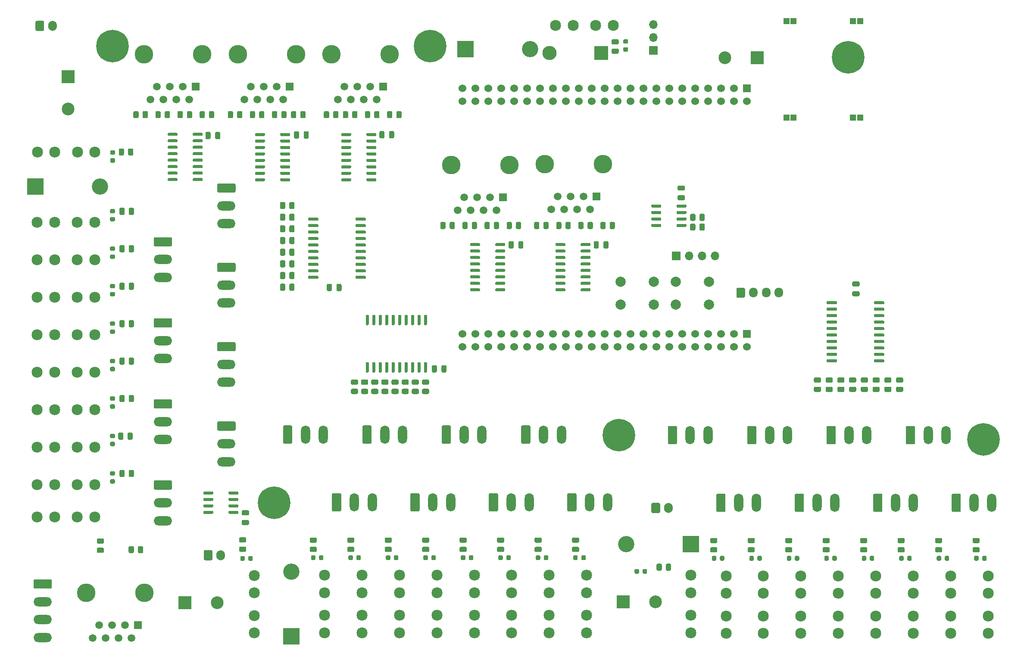
<source format=gbr>
%TF.GenerationSoftware,KiCad,Pcbnew,(5.1.9)-1*%
%TF.CreationDate,2021-05-01T22:48:59+01:00*%
%TF.ProjectId,Mirage,4d697261-6765-42e6-9b69-6361645f7063,rev?*%
%TF.SameCoordinates,Original*%
%TF.FileFunction,Soldermask,Top*%
%TF.FilePolarity,Negative*%
%FSLAX46Y46*%
G04 Gerber Fmt 4.6, Leading zero omitted, Abs format (unit mm)*
G04 Created by KiCad (PCBNEW (5.1.9)-1) date 2021-05-01 22:48:59*
%MOMM*%
%LPD*%
G01*
G04 APERTURE LIST*
%ADD10O,3.600000X1.800000*%
%ADD11O,1.800000X3.600000*%
%ADD12R,1.308000X1.308000*%
%ADD13C,3.650000*%
%ADD14R,1.500000X1.500000*%
%ADD15C,1.500000*%
%ADD16C,2.159000*%
%ADD17C,1.524000*%
%ADD18R,1.524000X1.524000*%
%ADD19O,1.700000X1.950000*%
%ADD20O,1.700000X1.700000*%
%ADD21R,1.700000X1.700000*%
%ADD22O,3.200000X3.200000*%
%ADD23R,3.200000X3.200000*%
%ADD24O,2.800000X2.800000*%
%ADD25R,2.800000X2.800000*%
%ADD26C,2.500000*%
%ADD27R,2.500000X2.500000*%
%ADD28O,1.700000X2.000000*%
%ADD29C,6.400000*%
%ADD30C,3.600000*%
%ADD31C,2.000000*%
G04 APERTURE END LIST*
D10*
%TO.C,J1*%
X98585000Y-70030000D03*
X98585000Y-66530000D03*
G36*
G01*
X97035000Y-62130000D02*
X100135000Y-62130000D01*
G75*
G02*
X100385000Y-62380000I0J-250000D01*
G01*
X100385000Y-63680000D01*
G75*
G02*
X100135000Y-63930000I-250000J0D01*
G01*
X97035000Y-63930000D01*
G75*
G02*
X96785000Y-63680000I0J250000D01*
G01*
X96785000Y-62380000D01*
G75*
G02*
X97035000Y-62130000I250000J0D01*
G01*
G37*
%TD*%
%TO.C,J2*%
X86110000Y-80590000D03*
X86110000Y-77090000D03*
G36*
G01*
X84560000Y-72690000D02*
X87660000Y-72690000D01*
G75*
G02*
X87910000Y-72940000I0J-250000D01*
G01*
X87910000Y-74240000D01*
G75*
G02*
X87660000Y-74490000I-250000J0D01*
G01*
X84560000Y-74490000D01*
G75*
G02*
X84310000Y-74240000I0J250000D01*
G01*
X84310000Y-72940000D01*
G75*
G02*
X84560000Y-72690000I250000J0D01*
G01*
G37*
%TD*%
%TO.C,J3*%
X98585000Y-85621666D03*
X98585000Y-82121666D03*
G36*
G01*
X97035000Y-77721666D02*
X100135000Y-77721666D01*
G75*
G02*
X100385000Y-77971666I0J-250000D01*
G01*
X100385000Y-79271666D01*
G75*
G02*
X100135000Y-79521666I-250000J0D01*
G01*
X97035000Y-79521666D01*
G75*
G02*
X96785000Y-79271666I0J250000D01*
G01*
X96785000Y-77971666D01*
G75*
G02*
X97035000Y-77721666I250000J0D01*
G01*
G37*
%TD*%
%TO.C,J4*%
X86110000Y-96528333D03*
X86110000Y-93028333D03*
G36*
G01*
X84560000Y-88628333D02*
X87660000Y-88628333D01*
G75*
G02*
X87910000Y-88878333I0J-250000D01*
G01*
X87910000Y-90178333D01*
G75*
G02*
X87660000Y-90428333I-250000J0D01*
G01*
X84560000Y-90428333D01*
G75*
G02*
X84310000Y-90178333I0J250000D01*
G01*
X84310000Y-88878333D01*
G75*
G02*
X84560000Y-88628333I250000J0D01*
G01*
G37*
%TD*%
%TO.C,J5*%
X98585000Y-101213332D03*
X98585000Y-97713332D03*
G36*
G01*
X97035000Y-93313332D02*
X100135000Y-93313332D01*
G75*
G02*
X100385000Y-93563332I0J-250000D01*
G01*
X100385000Y-94863332D01*
G75*
G02*
X100135000Y-95113332I-250000J0D01*
G01*
X97035000Y-95113332D01*
G75*
G02*
X96785000Y-94863332I0J250000D01*
G01*
X96785000Y-93563332D01*
G75*
G02*
X97035000Y-93313332I250000J0D01*
G01*
G37*
%TD*%
%TO.C,J6*%
X86110000Y-112466666D03*
X86110000Y-108966666D03*
G36*
G01*
X84560000Y-104566666D02*
X87660000Y-104566666D01*
G75*
G02*
X87910000Y-104816666I0J-250000D01*
G01*
X87910000Y-106116666D01*
G75*
G02*
X87660000Y-106366666I-250000J0D01*
G01*
X84560000Y-106366666D01*
G75*
G02*
X84310000Y-106116666I0J250000D01*
G01*
X84310000Y-104816666D01*
G75*
G02*
X84560000Y-104566666I250000J0D01*
G01*
G37*
%TD*%
%TO.C,J7*%
X98585000Y-116805000D03*
X98585000Y-113305000D03*
G36*
G01*
X97035000Y-108905000D02*
X100135000Y-108905000D01*
G75*
G02*
X100385000Y-109155000I0J-250000D01*
G01*
X100385000Y-110455000D01*
G75*
G02*
X100135000Y-110705000I-250000J0D01*
G01*
X97035000Y-110705000D01*
G75*
G02*
X96785000Y-110455000I0J250000D01*
G01*
X96785000Y-109155000D01*
G75*
G02*
X97035000Y-108905000I250000J0D01*
G01*
G37*
%TD*%
%TO.C,J8*%
X86110000Y-128405000D03*
X86110000Y-124905000D03*
G36*
G01*
X84560000Y-120505000D02*
X87660000Y-120505000D01*
G75*
G02*
X87910000Y-120755000I0J-250000D01*
G01*
X87910000Y-122055000D01*
G75*
G02*
X87660000Y-122305000I-250000J0D01*
G01*
X84560000Y-122305000D01*
G75*
G02*
X84310000Y-122055000I0J250000D01*
G01*
X84310000Y-120755000D01*
G75*
G02*
X84560000Y-120505000I250000J0D01*
G01*
G37*
%TD*%
D11*
%TO.C,J9*%
X117620000Y-111485000D03*
X114120000Y-111485000D03*
G36*
G01*
X109720000Y-113035000D02*
X109720000Y-109935000D01*
G75*
G02*
X109970000Y-109685000I250000J0D01*
G01*
X111270000Y-109685000D01*
G75*
G02*
X111520000Y-109935000I0J-250000D01*
G01*
X111520000Y-113035000D01*
G75*
G02*
X111270000Y-113285000I-250000J0D01*
G01*
X109970000Y-113285000D01*
G75*
G02*
X109720000Y-113035000I0J250000D01*
G01*
G37*
%TD*%
%TO.C,J10*%
X127230000Y-124800000D03*
X123730000Y-124800000D03*
G36*
G01*
X119330000Y-126350000D02*
X119330000Y-123250000D01*
G75*
G02*
X119580000Y-123000000I250000J0D01*
G01*
X120880000Y-123000000D01*
G75*
G02*
X121130000Y-123250000I0J-250000D01*
G01*
X121130000Y-126350000D01*
G75*
G02*
X120880000Y-126600000I-250000J0D01*
G01*
X119580000Y-126600000D01*
G75*
G02*
X119330000Y-126350000I0J250000D01*
G01*
G37*
%TD*%
%TO.C,J11*%
X133211666Y-111485000D03*
X129711666Y-111485000D03*
G36*
G01*
X125311666Y-113035000D02*
X125311666Y-109935000D01*
G75*
G02*
X125561666Y-109685000I250000J0D01*
G01*
X126861666Y-109685000D01*
G75*
G02*
X127111666Y-109935000I0J-250000D01*
G01*
X127111666Y-113035000D01*
G75*
G02*
X126861666Y-113285000I-250000J0D01*
G01*
X125561666Y-113285000D01*
G75*
G02*
X125311666Y-113035000I0J250000D01*
G01*
G37*
%TD*%
%TO.C,J12*%
X142638333Y-124800000D03*
X139138333Y-124800000D03*
G36*
G01*
X134738333Y-126350000D02*
X134738333Y-123250000D01*
G75*
G02*
X134988333Y-123000000I250000J0D01*
G01*
X136288333Y-123000000D01*
G75*
G02*
X136538333Y-123250000I0J-250000D01*
G01*
X136538333Y-126350000D01*
G75*
G02*
X136288333Y-126600000I-250000J0D01*
G01*
X134988333Y-126600000D01*
G75*
G02*
X134738333Y-126350000I0J250000D01*
G01*
G37*
%TD*%
%TO.C,J13*%
X148783332Y-111485000D03*
X145283332Y-111485000D03*
G36*
G01*
X140883332Y-113035000D02*
X140883332Y-109935000D01*
G75*
G02*
X141133332Y-109685000I250000J0D01*
G01*
X142433332Y-109685000D01*
G75*
G02*
X142683332Y-109935000I0J-250000D01*
G01*
X142683332Y-113035000D01*
G75*
G02*
X142433332Y-113285000I-250000J0D01*
G01*
X141133332Y-113285000D01*
G75*
G02*
X140883332Y-113035000I0J250000D01*
G01*
G37*
%TD*%
%TO.C,J14*%
X158046666Y-124800000D03*
X154546666Y-124800000D03*
G36*
G01*
X150146666Y-126350000D02*
X150146666Y-123250000D01*
G75*
G02*
X150396666Y-123000000I250000J0D01*
G01*
X151696666Y-123000000D01*
G75*
G02*
X151946666Y-123250000I0J-250000D01*
G01*
X151946666Y-126350000D01*
G75*
G02*
X151696666Y-126600000I-250000J0D01*
G01*
X150396666Y-126600000D01*
G75*
G02*
X150146666Y-126350000I0J250000D01*
G01*
G37*
%TD*%
%TO.C,J15*%
X164395000Y-111485000D03*
X160895000Y-111485000D03*
G36*
G01*
X156495000Y-113035000D02*
X156495000Y-109935000D01*
G75*
G02*
X156745000Y-109685000I250000J0D01*
G01*
X158045000Y-109685000D01*
G75*
G02*
X158295000Y-109935000I0J-250000D01*
G01*
X158295000Y-113035000D01*
G75*
G02*
X158045000Y-113285000I-250000J0D01*
G01*
X156745000Y-113285000D01*
G75*
G02*
X156495000Y-113035000I0J250000D01*
G01*
G37*
%TD*%
%TO.C,J16*%
X173455000Y-124800000D03*
X169955000Y-124800000D03*
G36*
G01*
X165555000Y-126350000D02*
X165555000Y-123250000D01*
G75*
G02*
X165805000Y-123000000I250000J0D01*
G01*
X167105000Y-123000000D01*
G75*
G02*
X167355000Y-123250000I0J-250000D01*
G01*
X167355000Y-126350000D01*
G75*
G02*
X167105000Y-126600000I-250000J0D01*
G01*
X165805000Y-126600000D01*
G75*
G02*
X165555000Y-126350000I0J250000D01*
G01*
G37*
%TD*%
%TO.C,J17*%
X193200000Y-111585000D03*
X189700000Y-111585000D03*
G36*
G01*
X185300000Y-113135000D02*
X185300000Y-110035000D01*
G75*
G02*
X185550000Y-109785000I250000J0D01*
G01*
X186850000Y-109785000D01*
G75*
G02*
X187100000Y-110035000I0J-250000D01*
G01*
X187100000Y-113135000D01*
G75*
G02*
X186850000Y-113385000I-250000J0D01*
G01*
X185550000Y-113385000D01*
G75*
G02*
X185300000Y-113135000I0J250000D01*
G01*
G37*
%TD*%
%TO.C,J18*%
X202740000Y-124900000D03*
X199240000Y-124900000D03*
G36*
G01*
X194840000Y-126450000D02*
X194840000Y-123350000D01*
G75*
G02*
X195090000Y-123100000I250000J0D01*
G01*
X196390000Y-123100000D01*
G75*
G02*
X196640000Y-123350000I0J-250000D01*
G01*
X196640000Y-126450000D01*
G75*
G02*
X196390000Y-126700000I-250000J0D01*
G01*
X195090000Y-126700000D01*
G75*
G02*
X194840000Y-126450000I0J250000D01*
G01*
G37*
%TD*%
%TO.C,J19*%
X208791666Y-111585000D03*
X205291666Y-111585000D03*
G36*
G01*
X200891666Y-113135000D02*
X200891666Y-110035000D01*
G75*
G02*
X201141666Y-109785000I250000J0D01*
G01*
X202441666Y-109785000D01*
G75*
G02*
X202691666Y-110035000I0J-250000D01*
G01*
X202691666Y-113135000D01*
G75*
G02*
X202441666Y-113385000I-250000J0D01*
G01*
X201141666Y-113385000D01*
G75*
G02*
X200891666Y-113135000I0J250000D01*
G01*
G37*
%TD*%
%TO.C,J20*%
X218148333Y-124900000D03*
X214648333Y-124900000D03*
G36*
G01*
X210248333Y-126450000D02*
X210248333Y-123350000D01*
G75*
G02*
X210498333Y-123100000I250000J0D01*
G01*
X211798333Y-123100000D01*
G75*
G02*
X212048333Y-123350000I0J-250000D01*
G01*
X212048333Y-126450000D01*
G75*
G02*
X211798333Y-126700000I-250000J0D01*
G01*
X210498333Y-126700000D01*
G75*
G02*
X210248333Y-126450000I0J250000D01*
G01*
G37*
%TD*%
%TO.C,J21*%
X224383332Y-111585000D03*
X220883332Y-111585000D03*
G36*
G01*
X216483332Y-113135000D02*
X216483332Y-110035000D01*
G75*
G02*
X216733332Y-109785000I250000J0D01*
G01*
X218033332Y-109785000D01*
G75*
G02*
X218283332Y-110035000I0J-250000D01*
G01*
X218283332Y-113135000D01*
G75*
G02*
X218033332Y-113385000I-250000J0D01*
G01*
X216733332Y-113385000D01*
G75*
G02*
X216483332Y-113135000I0J250000D01*
G01*
G37*
%TD*%
%TO.C,J22*%
X233556666Y-124900000D03*
X230056666Y-124900000D03*
G36*
G01*
X225656666Y-126450000D02*
X225656666Y-123350000D01*
G75*
G02*
X225906666Y-123100000I250000J0D01*
G01*
X227206666Y-123100000D01*
G75*
G02*
X227456666Y-123350000I0J-250000D01*
G01*
X227456666Y-126450000D01*
G75*
G02*
X227206666Y-126700000I-250000J0D01*
G01*
X225906666Y-126700000D01*
G75*
G02*
X225656666Y-126450000I0J250000D01*
G01*
G37*
%TD*%
%TO.C,J23*%
X239975000Y-111585000D03*
X236475000Y-111585000D03*
G36*
G01*
X232075000Y-113135000D02*
X232075000Y-110035000D01*
G75*
G02*
X232325000Y-109785000I250000J0D01*
G01*
X233625000Y-109785000D01*
G75*
G02*
X233875000Y-110035000I0J-250000D01*
G01*
X233875000Y-113135000D01*
G75*
G02*
X233625000Y-113385000I-250000J0D01*
G01*
X232325000Y-113385000D01*
G75*
G02*
X232075000Y-113135000I0J250000D01*
G01*
G37*
%TD*%
%TO.C,J24*%
X248965000Y-124900000D03*
X245465000Y-124900000D03*
G36*
G01*
X241065000Y-126450000D02*
X241065000Y-123350000D01*
G75*
G02*
X241315000Y-123100000I250000J0D01*
G01*
X242615000Y-123100000D01*
G75*
G02*
X242865000Y-123350000I0J-250000D01*
G01*
X242865000Y-126450000D01*
G75*
G02*
X242615000Y-126700000I-250000J0D01*
G01*
X241315000Y-126700000D01*
G75*
G02*
X241065000Y-126450000I0J250000D01*
G01*
G37*
%TD*%
D12*
%TO.C,U10*%
X210020000Y-49230000D03*
X208620000Y-49230000D03*
X221690000Y-49230000D03*
X223090000Y-49230000D03*
X221690000Y-30230000D03*
X223090000Y-30230000D03*
X210020000Y-30230000D03*
X208620000Y-30230000D03*
%TD*%
D13*
%TO.C,J37*%
X100812500Y-36710000D03*
X112242500Y-36710000D03*
D14*
X110972500Y-43060000D03*
D15*
X109702500Y-45600000D03*
X108432500Y-43060000D03*
X107162500Y-45600000D03*
X105892500Y-43060000D03*
X104622500Y-45600000D03*
X103352500Y-43060000D03*
X102082500Y-45600000D03*
%TD*%
D16*
%TO.C,F27*%
X189830000Y-150432004D03*
X189830000Y-147026002D03*
X189830000Y-142556001D03*
X189830000Y-139150000D03*
%TD*%
%TO.C,F26*%
X104100000Y-150452004D03*
X104100000Y-147046002D03*
X104100000Y-142576001D03*
X104100000Y-139170000D03*
%TD*%
%TO.C,F25*%
X61457996Y-55990000D03*
X64863998Y-55990000D03*
X69333999Y-55990000D03*
X72740000Y-55990000D03*
%TD*%
D17*
%TO.C,U11*%
X144955000Y-45940000D03*
X144955000Y-43400000D03*
X147495000Y-45940000D03*
X147495000Y-43400000D03*
X150035000Y-45940000D03*
X150035000Y-43400000D03*
X152575000Y-45940000D03*
X152575000Y-43400000D03*
X155115000Y-45940000D03*
X155115000Y-43400000D03*
X157655000Y-45940000D03*
X157655000Y-43400000D03*
X160195000Y-45940000D03*
X160195000Y-43400000D03*
X162735000Y-45940000D03*
X162735000Y-43400000D03*
X165275000Y-45940000D03*
X165275000Y-43400000D03*
X167815000Y-45940000D03*
X167815000Y-43400000D03*
X170355000Y-45940000D03*
X170355000Y-43400000D03*
X172895000Y-45940000D03*
X172895000Y-43400000D03*
X175435000Y-45940000D03*
X175435000Y-43400000D03*
X177975000Y-45940000D03*
X177975000Y-43400000D03*
X180515000Y-45940000D03*
X180515000Y-43400000D03*
X183055000Y-45940000D03*
X183055000Y-43400000D03*
X185595000Y-45940000D03*
X185595000Y-43400000D03*
X188135000Y-45940000D03*
X188135000Y-43400000D03*
X190675000Y-45940000D03*
X190675000Y-43400000D03*
X193215000Y-45940000D03*
X193215000Y-43400000D03*
X195755000Y-45940000D03*
X195755000Y-43400000D03*
X198295000Y-45940000D03*
X198295000Y-43400000D03*
X200835000Y-45940000D03*
D18*
X200835000Y-43400000D03*
D17*
X144955000Y-94200000D03*
X144955000Y-91660000D03*
X147495000Y-94200000D03*
X147495000Y-91660000D03*
X150035000Y-94200000D03*
X150035000Y-91660000D03*
X152575000Y-94200000D03*
X152575000Y-91660000D03*
X155115000Y-94200000D03*
X155115000Y-91660000D03*
X157655000Y-94200000D03*
X157655000Y-91660000D03*
X160195000Y-94200000D03*
X160195000Y-91660000D03*
X162735000Y-94200000D03*
X162735000Y-91660000D03*
X165275000Y-94200000D03*
X165275000Y-91660000D03*
X167815000Y-94200000D03*
X167815000Y-91660000D03*
X170355000Y-94200000D03*
X170355000Y-91660000D03*
X172895000Y-94200000D03*
X172895000Y-91660000D03*
X175435000Y-94200000D03*
X175435000Y-91660000D03*
X177975000Y-94200000D03*
X177975000Y-91660000D03*
X180515000Y-94200000D03*
X180515000Y-91660000D03*
X183055000Y-94200000D03*
X183055000Y-91660000D03*
X185595000Y-94200000D03*
X185595000Y-91660000D03*
X188135000Y-94200000D03*
X188135000Y-91660000D03*
X190675000Y-94200000D03*
X190675000Y-91660000D03*
X193215000Y-94200000D03*
X193215000Y-91660000D03*
X195755000Y-94200000D03*
X195755000Y-91660000D03*
X198295000Y-94200000D03*
X198295000Y-91660000D03*
X200835000Y-94200000D03*
D18*
X200835000Y-91660000D03*
%TD*%
D10*
%TO.C,J41*%
X62500000Y-151350000D03*
X62500000Y-147850000D03*
X62500000Y-144350000D03*
G36*
G01*
X60950000Y-139950000D02*
X64050000Y-139950000D01*
G75*
G02*
X64300000Y-140200000I0J-250000D01*
G01*
X64300000Y-141500000D01*
G75*
G02*
X64050000Y-141750000I-250000J0D01*
G01*
X60950000Y-141750000D01*
G75*
G02*
X60700000Y-141500000I0J250000D01*
G01*
X60700000Y-140200000D01*
G75*
G02*
X60950000Y-139950000I250000J0D01*
G01*
G37*
%TD*%
D19*
%TO.C,J44*%
X207120000Y-83610000D03*
X204620000Y-83610000D03*
X202120000Y-83610000D03*
G36*
G01*
X198770000Y-84335000D02*
X198770000Y-82885000D01*
G75*
G02*
X199020000Y-82635000I250000J0D01*
G01*
X200220000Y-82635000D01*
G75*
G02*
X200470000Y-82885000I0J-250000D01*
G01*
X200470000Y-84335000D01*
G75*
G02*
X200220000Y-84585000I-250000J0D01*
G01*
X199020000Y-84585000D01*
G75*
G02*
X198770000Y-84335000I0J250000D01*
G01*
G37*
%TD*%
D20*
%TO.C,J30*%
X182440000Y-30930000D03*
X182440000Y-33470000D03*
D21*
X182440000Y-36010000D03*
%TD*%
%TO.C,C2*%
G36*
G01*
X188415000Y-63540000D02*
X187465000Y-63540000D01*
G75*
G02*
X187215000Y-63290000I0J250000D01*
G01*
X187215000Y-62790000D01*
G75*
G02*
X187465000Y-62540000I250000J0D01*
G01*
X188415000Y-62540000D01*
G75*
G02*
X188665000Y-62790000I0J-250000D01*
G01*
X188665000Y-63290000D01*
G75*
G02*
X188415000Y-63540000I-250000J0D01*
G01*
G37*
G36*
G01*
X188415000Y-65440000D02*
X187465000Y-65440000D01*
G75*
G02*
X187215000Y-65190000I0J250000D01*
G01*
X187215000Y-64690000D01*
G75*
G02*
X187465000Y-64440000I250000J0D01*
G01*
X188415000Y-64440000D01*
G75*
G02*
X188665000Y-64690000I0J-250000D01*
G01*
X188665000Y-65190000D01*
G75*
G02*
X188415000Y-65440000I-250000J0D01*
G01*
G37*
%TD*%
%TO.C,C17*%
G36*
G01*
X222735000Y-82400000D02*
X221785000Y-82400000D01*
G75*
G02*
X221535000Y-82150000I0J250000D01*
G01*
X221535000Y-81650000D01*
G75*
G02*
X221785000Y-81400000I250000J0D01*
G01*
X222735000Y-81400000D01*
G75*
G02*
X222985000Y-81650000I0J-250000D01*
G01*
X222985000Y-82150000D01*
G75*
G02*
X222735000Y-82400000I-250000J0D01*
G01*
G37*
G36*
G01*
X222735000Y-84300000D02*
X221785000Y-84300000D01*
G75*
G02*
X221535000Y-84050000I0J250000D01*
G01*
X221535000Y-83550000D01*
G75*
G02*
X221785000Y-83300000I250000J0D01*
G01*
X222735000Y-83300000D01*
G75*
G02*
X222985000Y-83550000I0J-250000D01*
G01*
X222985000Y-84050000D01*
G75*
G02*
X222735000Y-84300000I-250000J0D01*
G01*
G37*
%TD*%
%TO.C,C9*%
G36*
G01*
X140840000Y-99045000D02*
X140840000Y-98095000D01*
G75*
G02*
X141090000Y-97845000I250000J0D01*
G01*
X141590000Y-97845000D01*
G75*
G02*
X141840000Y-98095000I0J-250000D01*
G01*
X141840000Y-99045000D01*
G75*
G02*
X141590000Y-99295000I-250000J0D01*
G01*
X141090000Y-99295000D01*
G75*
G02*
X140840000Y-99045000I0J250000D01*
G01*
G37*
G36*
G01*
X138940000Y-99045000D02*
X138940000Y-98095000D01*
G75*
G02*
X139190000Y-97845000I250000J0D01*
G01*
X139690000Y-97845000D01*
G75*
G02*
X139940000Y-98095000I0J-250000D01*
G01*
X139940000Y-99045000D01*
G75*
G02*
X139690000Y-99295000I-250000J0D01*
G01*
X139190000Y-99295000D01*
G75*
G02*
X138940000Y-99045000I0J250000D01*
G01*
G37*
%TD*%
%TO.C,C8*%
G36*
G01*
X102785000Y-127360000D02*
X101835000Y-127360000D01*
G75*
G02*
X101585000Y-127110000I0J250000D01*
G01*
X101585000Y-126610000D01*
G75*
G02*
X101835000Y-126360000I250000J0D01*
G01*
X102785000Y-126360000D01*
G75*
G02*
X103035000Y-126610000I0J-250000D01*
G01*
X103035000Y-127110000D01*
G75*
G02*
X102785000Y-127360000I-250000J0D01*
G01*
G37*
G36*
G01*
X102785000Y-129260000D02*
X101835000Y-129260000D01*
G75*
G02*
X101585000Y-129010000I0J250000D01*
G01*
X101585000Y-128510000D01*
G75*
G02*
X101835000Y-128260000I250000J0D01*
G01*
X102785000Y-128260000D01*
G75*
G02*
X103035000Y-128510000I0J-250000D01*
G01*
X103035000Y-129010000D01*
G75*
G02*
X102785000Y-129260000I-250000J0D01*
G01*
G37*
%TD*%
%TO.C,C7*%
G36*
G01*
X171750000Y-73725000D02*
X171750000Y-74675000D01*
G75*
G02*
X171500000Y-74925000I-250000J0D01*
G01*
X171000000Y-74925000D01*
G75*
G02*
X170750000Y-74675000I0J250000D01*
G01*
X170750000Y-73725000D01*
G75*
G02*
X171000000Y-73475000I250000J0D01*
G01*
X171500000Y-73475000D01*
G75*
G02*
X171750000Y-73725000I0J-250000D01*
G01*
G37*
G36*
G01*
X173650000Y-73725000D02*
X173650000Y-74675000D01*
G75*
G02*
X173400000Y-74925000I-250000J0D01*
G01*
X172900000Y-74925000D01*
G75*
G02*
X172650000Y-74675000I0J250000D01*
G01*
X172650000Y-73725000D01*
G75*
G02*
X172900000Y-73475000I250000J0D01*
G01*
X173400000Y-73475000D01*
G75*
G02*
X173650000Y-73725000I0J-250000D01*
G01*
G37*
%TD*%
%TO.C,C6*%
G36*
G01*
X155030000Y-73715000D02*
X155030000Y-74665000D01*
G75*
G02*
X154780000Y-74915000I-250000J0D01*
G01*
X154280000Y-74915000D01*
G75*
G02*
X154030000Y-74665000I0J250000D01*
G01*
X154030000Y-73715000D01*
G75*
G02*
X154280000Y-73465000I250000J0D01*
G01*
X154780000Y-73465000D01*
G75*
G02*
X155030000Y-73715000I0J-250000D01*
G01*
G37*
G36*
G01*
X156930000Y-73715000D02*
X156930000Y-74665000D01*
G75*
G02*
X156680000Y-74915000I-250000J0D01*
G01*
X156180000Y-74915000D01*
G75*
G02*
X155930000Y-74665000I0J250000D01*
G01*
X155930000Y-73715000D01*
G75*
G02*
X156180000Y-73465000I250000J0D01*
G01*
X156680000Y-73465000D01*
G75*
G02*
X156930000Y-73715000I0J-250000D01*
G01*
G37*
%TD*%
%TO.C,C5*%
G36*
G01*
X129640000Y-52075000D02*
X129640000Y-53025000D01*
G75*
G02*
X129390000Y-53275000I-250000J0D01*
G01*
X128890000Y-53275000D01*
G75*
G02*
X128640000Y-53025000I0J250000D01*
G01*
X128640000Y-52075000D01*
G75*
G02*
X128890000Y-51825000I250000J0D01*
G01*
X129390000Y-51825000D01*
G75*
G02*
X129640000Y-52075000I0J-250000D01*
G01*
G37*
G36*
G01*
X131540000Y-52075000D02*
X131540000Y-53025000D01*
G75*
G02*
X131290000Y-53275000I-250000J0D01*
G01*
X130790000Y-53275000D01*
G75*
G02*
X130540000Y-53025000I0J250000D01*
G01*
X130540000Y-52075000D01*
G75*
G02*
X130790000Y-51825000I250000J0D01*
G01*
X131290000Y-51825000D01*
G75*
G02*
X131540000Y-52075000I0J-250000D01*
G01*
G37*
%TD*%
%TO.C,C4*%
G36*
G01*
X112860000Y-52115000D02*
X112860000Y-53065000D01*
G75*
G02*
X112610000Y-53315000I-250000J0D01*
G01*
X112110000Y-53315000D01*
G75*
G02*
X111860000Y-53065000I0J250000D01*
G01*
X111860000Y-52115000D01*
G75*
G02*
X112110000Y-51865000I250000J0D01*
G01*
X112610000Y-51865000D01*
G75*
G02*
X112860000Y-52115000I0J-250000D01*
G01*
G37*
G36*
G01*
X114760000Y-52115000D02*
X114760000Y-53065000D01*
G75*
G02*
X114510000Y-53315000I-250000J0D01*
G01*
X114010000Y-53315000D01*
G75*
G02*
X113760000Y-53065000I0J250000D01*
G01*
X113760000Y-52115000D01*
G75*
G02*
X114010000Y-51865000I250000J0D01*
G01*
X114510000Y-51865000D01*
G75*
G02*
X114760000Y-52115000I0J-250000D01*
G01*
G37*
%TD*%
%TO.C,C3*%
G36*
G01*
X95480000Y-52235000D02*
X95480000Y-53185000D01*
G75*
G02*
X95230000Y-53435000I-250000J0D01*
G01*
X94730000Y-53435000D01*
G75*
G02*
X94480000Y-53185000I0J250000D01*
G01*
X94480000Y-52235000D01*
G75*
G02*
X94730000Y-51985000I250000J0D01*
G01*
X95230000Y-51985000D01*
G75*
G02*
X95480000Y-52235000I0J-250000D01*
G01*
G37*
G36*
G01*
X97380000Y-52235000D02*
X97380000Y-53185000D01*
G75*
G02*
X97130000Y-53435000I-250000J0D01*
G01*
X96630000Y-53435000D01*
G75*
G02*
X96380000Y-53185000I0J250000D01*
G01*
X96380000Y-52235000D01*
G75*
G02*
X96630000Y-51985000I250000J0D01*
G01*
X97130000Y-51985000D01*
G75*
G02*
X97380000Y-52235000I0J-250000D01*
G01*
G37*
%TD*%
%TO.C,C1*%
G36*
G01*
X119310000Y-82105000D02*
X119310000Y-83055000D01*
G75*
G02*
X119060000Y-83305000I-250000J0D01*
G01*
X118560000Y-83305000D01*
G75*
G02*
X118310000Y-83055000I0J250000D01*
G01*
X118310000Y-82105000D01*
G75*
G02*
X118560000Y-81855000I250000J0D01*
G01*
X119060000Y-81855000D01*
G75*
G02*
X119310000Y-82105000I0J-250000D01*
G01*
G37*
G36*
G01*
X121210000Y-82105000D02*
X121210000Y-83055000D01*
G75*
G02*
X120960000Y-83305000I-250000J0D01*
G01*
X120460000Y-83305000D01*
G75*
G02*
X120210000Y-83055000I0J250000D01*
G01*
X120210000Y-82105000D01*
G75*
G02*
X120460000Y-81855000I250000J0D01*
G01*
X120960000Y-81855000D01*
G75*
G02*
X121210000Y-82105000I0J-250000D01*
G01*
G37*
%TD*%
D22*
%TO.C,D33*%
X158274000Y-35694000D03*
D23*
X145574000Y-35694000D03*
%TD*%
D24*
%TO.C,D8*%
X162084000Y-36456000D03*
D25*
X172244000Y-36456000D03*
%TD*%
D22*
%TO.C,D7*%
X177160000Y-133050000D03*
D23*
X189860000Y-133050000D03*
%TD*%
D22*
%TO.C,D6*%
X111340000Y-138400000D03*
D23*
X111340000Y-151100000D03*
%TD*%
D22*
%TO.C,D5*%
X73720000Y-62750000D03*
D23*
X61020000Y-62750000D03*
%TD*%
D13*
%TO.C,J38*%
X119225000Y-36710000D03*
X130655000Y-36710000D03*
D14*
X129385000Y-43060000D03*
D15*
X128115000Y-45600000D03*
X126845000Y-43060000D03*
X125575000Y-45600000D03*
X124305000Y-43060000D03*
X123035000Y-45600000D03*
X121765000Y-43060000D03*
X120495000Y-45600000D03*
%TD*%
D26*
%TO.C,J28*%
X196510000Y-37460000D03*
D27*
X202860000Y-37460000D03*
%TD*%
%TO.C,R88*%
G36*
G01*
X190720000Y-68349998D02*
X190720000Y-69250002D01*
G75*
G02*
X190470002Y-69500000I-249998J0D01*
G01*
X189944998Y-69500000D01*
G75*
G02*
X189695000Y-69250002I0J249998D01*
G01*
X189695000Y-68349998D01*
G75*
G02*
X189944998Y-68100000I249998J0D01*
G01*
X190470002Y-68100000D01*
G75*
G02*
X190720000Y-68349998I0J-249998D01*
G01*
G37*
G36*
G01*
X192545000Y-68349998D02*
X192545000Y-69250002D01*
G75*
G02*
X192295002Y-69500000I-249998J0D01*
G01*
X191769998Y-69500000D01*
G75*
G02*
X191520000Y-69250002I0J249998D01*
G01*
X191520000Y-68349998D01*
G75*
G02*
X191769998Y-68100000I249998J0D01*
G01*
X192295002Y-68100000D01*
G75*
G02*
X192545000Y-68349998I0J-249998D01*
G01*
G37*
%TD*%
%TO.C,R75*%
G36*
G01*
X246309802Y-132820000D02*
X245409798Y-132820000D01*
G75*
G02*
X245159800Y-132570002I0J249998D01*
G01*
X245159800Y-132044998D01*
G75*
G02*
X245409798Y-131795000I249998J0D01*
G01*
X246309802Y-131795000D01*
G75*
G02*
X246559800Y-132044998I0J-249998D01*
G01*
X246559800Y-132570002D01*
G75*
G02*
X246309802Y-132820000I-249998J0D01*
G01*
G37*
G36*
G01*
X246309802Y-134645000D02*
X245409798Y-134645000D01*
G75*
G02*
X245159800Y-134395002I0J249998D01*
G01*
X245159800Y-133869998D01*
G75*
G02*
X245409798Y-133620000I249998J0D01*
G01*
X246309802Y-133620000D01*
G75*
G02*
X246559800Y-133869998I0J-249998D01*
G01*
X246559800Y-134395002D01*
G75*
G02*
X246309802Y-134645000I-249998J0D01*
G01*
G37*
%TD*%
%TO.C,R74*%
G36*
G01*
X238949086Y-132820000D02*
X238049082Y-132820000D01*
G75*
G02*
X237799084Y-132570002I0J249998D01*
G01*
X237799084Y-132044998D01*
G75*
G02*
X238049082Y-131795000I249998J0D01*
G01*
X238949086Y-131795000D01*
G75*
G02*
X239199084Y-132044998I0J-249998D01*
G01*
X239199084Y-132570002D01*
G75*
G02*
X238949086Y-132820000I-249998J0D01*
G01*
G37*
G36*
G01*
X238949086Y-134645000D02*
X238049082Y-134645000D01*
G75*
G02*
X237799084Y-134395002I0J249998D01*
G01*
X237799084Y-133869998D01*
G75*
G02*
X238049082Y-133620000I249998J0D01*
G01*
X238949086Y-133620000D01*
G75*
G02*
X239199084Y-133869998I0J-249998D01*
G01*
X239199084Y-134395002D01*
G75*
G02*
X238949086Y-134645000I-249998J0D01*
G01*
G37*
%TD*%
%TO.C,R73*%
G36*
G01*
X231588372Y-132820000D02*
X230688368Y-132820000D01*
G75*
G02*
X230438370Y-132570002I0J249998D01*
G01*
X230438370Y-132044998D01*
G75*
G02*
X230688368Y-131795000I249998J0D01*
G01*
X231588372Y-131795000D01*
G75*
G02*
X231838370Y-132044998I0J-249998D01*
G01*
X231838370Y-132570002D01*
G75*
G02*
X231588372Y-132820000I-249998J0D01*
G01*
G37*
G36*
G01*
X231588372Y-134645000D02*
X230688368Y-134645000D01*
G75*
G02*
X230438370Y-134395002I0J249998D01*
G01*
X230438370Y-133869998D01*
G75*
G02*
X230688368Y-133620000I249998J0D01*
G01*
X231588372Y-133620000D01*
G75*
G02*
X231838370Y-133869998I0J-249998D01*
G01*
X231838370Y-134395002D01*
G75*
G02*
X231588372Y-134645000I-249998J0D01*
G01*
G37*
%TD*%
%TO.C,R72*%
G36*
G01*
X224227658Y-132820000D02*
X223327654Y-132820000D01*
G75*
G02*
X223077656Y-132570002I0J249998D01*
G01*
X223077656Y-132044998D01*
G75*
G02*
X223327654Y-131795000I249998J0D01*
G01*
X224227658Y-131795000D01*
G75*
G02*
X224477656Y-132044998I0J-249998D01*
G01*
X224477656Y-132570002D01*
G75*
G02*
X224227658Y-132820000I-249998J0D01*
G01*
G37*
G36*
G01*
X224227658Y-134645000D02*
X223327654Y-134645000D01*
G75*
G02*
X223077656Y-134395002I0J249998D01*
G01*
X223077656Y-133869998D01*
G75*
G02*
X223327654Y-133620000I249998J0D01*
G01*
X224227658Y-133620000D01*
G75*
G02*
X224477656Y-133869998I0J-249998D01*
G01*
X224477656Y-134395002D01*
G75*
G02*
X224227658Y-134645000I-249998J0D01*
G01*
G37*
%TD*%
%TO.C,R71*%
G36*
G01*
X216866944Y-132820000D02*
X215966940Y-132820000D01*
G75*
G02*
X215716942Y-132570002I0J249998D01*
G01*
X215716942Y-132044998D01*
G75*
G02*
X215966940Y-131795000I249998J0D01*
G01*
X216866944Y-131795000D01*
G75*
G02*
X217116942Y-132044998I0J-249998D01*
G01*
X217116942Y-132570002D01*
G75*
G02*
X216866944Y-132820000I-249998J0D01*
G01*
G37*
G36*
G01*
X216866944Y-134645000D02*
X215966940Y-134645000D01*
G75*
G02*
X215716942Y-134395002I0J249998D01*
G01*
X215716942Y-133869998D01*
G75*
G02*
X215966940Y-133620000I249998J0D01*
G01*
X216866944Y-133620000D01*
G75*
G02*
X217116942Y-133869998I0J-249998D01*
G01*
X217116942Y-134395002D01*
G75*
G02*
X216866944Y-134645000I-249998J0D01*
G01*
G37*
%TD*%
%TO.C,R70*%
G36*
G01*
X209506230Y-132820000D02*
X208606226Y-132820000D01*
G75*
G02*
X208356228Y-132570002I0J249998D01*
G01*
X208356228Y-132044998D01*
G75*
G02*
X208606226Y-131795000I249998J0D01*
G01*
X209506230Y-131795000D01*
G75*
G02*
X209756228Y-132044998I0J-249998D01*
G01*
X209756228Y-132570002D01*
G75*
G02*
X209506230Y-132820000I-249998J0D01*
G01*
G37*
G36*
G01*
X209506230Y-134645000D02*
X208606226Y-134645000D01*
G75*
G02*
X208356228Y-134395002I0J249998D01*
G01*
X208356228Y-133869998D01*
G75*
G02*
X208606226Y-133620000I249998J0D01*
G01*
X209506230Y-133620000D01*
G75*
G02*
X209756228Y-133869998I0J-249998D01*
G01*
X209756228Y-134395002D01*
G75*
G02*
X209506230Y-134645000I-249998J0D01*
G01*
G37*
%TD*%
%TO.C,R69*%
G36*
G01*
X202145516Y-132820000D02*
X201245512Y-132820000D01*
G75*
G02*
X200995514Y-132570002I0J249998D01*
G01*
X200995514Y-132044998D01*
G75*
G02*
X201245512Y-131795000I249998J0D01*
G01*
X202145516Y-131795000D01*
G75*
G02*
X202395514Y-132044998I0J-249998D01*
G01*
X202395514Y-132570002D01*
G75*
G02*
X202145516Y-132820000I-249998J0D01*
G01*
G37*
G36*
G01*
X202145516Y-134645000D02*
X201245512Y-134645000D01*
G75*
G02*
X200995514Y-134395002I0J249998D01*
G01*
X200995514Y-133869998D01*
G75*
G02*
X201245512Y-133620000I249998J0D01*
G01*
X202145516Y-133620000D01*
G75*
G02*
X202395514Y-133869998I0J-249998D01*
G01*
X202395514Y-134395002D01*
G75*
G02*
X202145516Y-134645000I-249998J0D01*
G01*
G37*
%TD*%
%TO.C,R68*%
G36*
G01*
X194784802Y-132820000D02*
X193884798Y-132820000D01*
G75*
G02*
X193634800Y-132570002I0J249998D01*
G01*
X193634800Y-132044998D01*
G75*
G02*
X193884798Y-131795000I249998J0D01*
G01*
X194784802Y-131795000D01*
G75*
G02*
X195034800Y-132044998I0J-249998D01*
G01*
X195034800Y-132570002D01*
G75*
G02*
X194784802Y-132820000I-249998J0D01*
G01*
G37*
G36*
G01*
X194784802Y-134645000D02*
X193884798Y-134645000D01*
G75*
G02*
X193634800Y-134395002I0J249998D01*
G01*
X193634800Y-133869998D01*
G75*
G02*
X193884798Y-133620000I249998J0D01*
G01*
X194784802Y-133620000D01*
G75*
G02*
X195034800Y-133869998I0J-249998D01*
G01*
X195034800Y-134395002D01*
G75*
G02*
X194784802Y-134645000I-249998J0D01*
G01*
G37*
%TD*%
%TO.C,R67*%
G36*
G01*
X167629802Y-132740000D02*
X166729798Y-132740000D01*
G75*
G02*
X166479800Y-132490002I0J249998D01*
G01*
X166479800Y-131964998D01*
G75*
G02*
X166729798Y-131715000I249998J0D01*
G01*
X167629802Y-131715000D01*
G75*
G02*
X167879800Y-131964998I0J-249998D01*
G01*
X167879800Y-132490002D01*
G75*
G02*
X167629802Y-132740000I-249998J0D01*
G01*
G37*
G36*
G01*
X167629802Y-134565000D02*
X166729798Y-134565000D01*
G75*
G02*
X166479800Y-134315002I0J249998D01*
G01*
X166479800Y-133789998D01*
G75*
G02*
X166729798Y-133540000I249998J0D01*
G01*
X167629802Y-133540000D01*
G75*
G02*
X167879800Y-133789998I0J-249998D01*
G01*
X167879800Y-134315002D01*
G75*
G02*
X167629802Y-134565000I-249998J0D01*
G01*
G37*
%TD*%
%TO.C,R66*%
G36*
G01*
X160269086Y-132740000D02*
X159369082Y-132740000D01*
G75*
G02*
X159119084Y-132490002I0J249998D01*
G01*
X159119084Y-131964998D01*
G75*
G02*
X159369082Y-131715000I249998J0D01*
G01*
X160269086Y-131715000D01*
G75*
G02*
X160519084Y-131964998I0J-249998D01*
G01*
X160519084Y-132490002D01*
G75*
G02*
X160269086Y-132740000I-249998J0D01*
G01*
G37*
G36*
G01*
X160269086Y-134565000D02*
X159369082Y-134565000D01*
G75*
G02*
X159119084Y-134315002I0J249998D01*
G01*
X159119084Y-133789998D01*
G75*
G02*
X159369082Y-133540000I249998J0D01*
G01*
X160269086Y-133540000D01*
G75*
G02*
X160519084Y-133789998I0J-249998D01*
G01*
X160519084Y-134315002D01*
G75*
G02*
X160269086Y-134565000I-249998J0D01*
G01*
G37*
%TD*%
%TO.C,R65*%
G36*
G01*
X152908372Y-132740000D02*
X152008368Y-132740000D01*
G75*
G02*
X151758370Y-132490002I0J249998D01*
G01*
X151758370Y-131964998D01*
G75*
G02*
X152008368Y-131715000I249998J0D01*
G01*
X152908372Y-131715000D01*
G75*
G02*
X153158370Y-131964998I0J-249998D01*
G01*
X153158370Y-132490002D01*
G75*
G02*
X152908372Y-132740000I-249998J0D01*
G01*
G37*
G36*
G01*
X152908372Y-134565000D02*
X152008368Y-134565000D01*
G75*
G02*
X151758370Y-134315002I0J249998D01*
G01*
X151758370Y-133789998D01*
G75*
G02*
X152008368Y-133540000I249998J0D01*
G01*
X152908372Y-133540000D01*
G75*
G02*
X153158370Y-133789998I0J-249998D01*
G01*
X153158370Y-134315002D01*
G75*
G02*
X152908372Y-134565000I-249998J0D01*
G01*
G37*
%TD*%
%TO.C,R64*%
G36*
G01*
X145547658Y-132740000D02*
X144647654Y-132740000D01*
G75*
G02*
X144397656Y-132490002I0J249998D01*
G01*
X144397656Y-131964998D01*
G75*
G02*
X144647654Y-131715000I249998J0D01*
G01*
X145547658Y-131715000D01*
G75*
G02*
X145797656Y-131964998I0J-249998D01*
G01*
X145797656Y-132490002D01*
G75*
G02*
X145547658Y-132740000I-249998J0D01*
G01*
G37*
G36*
G01*
X145547658Y-134565000D02*
X144647654Y-134565000D01*
G75*
G02*
X144397656Y-134315002I0J249998D01*
G01*
X144397656Y-133789998D01*
G75*
G02*
X144647654Y-133540000I249998J0D01*
G01*
X145547658Y-133540000D01*
G75*
G02*
X145797656Y-133789998I0J-249998D01*
G01*
X145797656Y-134315002D01*
G75*
G02*
X145547658Y-134565000I-249998J0D01*
G01*
G37*
%TD*%
%TO.C,R63*%
G36*
G01*
X138186944Y-132740000D02*
X137286940Y-132740000D01*
G75*
G02*
X137036942Y-132490002I0J249998D01*
G01*
X137036942Y-131964998D01*
G75*
G02*
X137286940Y-131715000I249998J0D01*
G01*
X138186944Y-131715000D01*
G75*
G02*
X138436942Y-131964998I0J-249998D01*
G01*
X138436942Y-132490002D01*
G75*
G02*
X138186944Y-132740000I-249998J0D01*
G01*
G37*
G36*
G01*
X138186944Y-134565000D02*
X137286940Y-134565000D01*
G75*
G02*
X137036942Y-134315002I0J249998D01*
G01*
X137036942Y-133789998D01*
G75*
G02*
X137286940Y-133540000I249998J0D01*
G01*
X138186944Y-133540000D01*
G75*
G02*
X138436942Y-133789998I0J-249998D01*
G01*
X138436942Y-134315002D01*
G75*
G02*
X138186944Y-134565000I-249998J0D01*
G01*
G37*
%TD*%
%TO.C,R62*%
G36*
G01*
X130826230Y-132740000D02*
X129926226Y-132740000D01*
G75*
G02*
X129676228Y-132490002I0J249998D01*
G01*
X129676228Y-131964998D01*
G75*
G02*
X129926226Y-131715000I249998J0D01*
G01*
X130826230Y-131715000D01*
G75*
G02*
X131076228Y-131964998I0J-249998D01*
G01*
X131076228Y-132490002D01*
G75*
G02*
X130826230Y-132740000I-249998J0D01*
G01*
G37*
G36*
G01*
X130826230Y-134565000D02*
X129926226Y-134565000D01*
G75*
G02*
X129676228Y-134315002I0J249998D01*
G01*
X129676228Y-133789998D01*
G75*
G02*
X129926226Y-133540000I249998J0D01*
G01*
X130826230Y-133540000D01*
G75*
G02*
X131076228Y-133789998I0J-249998D01*
G01*
X131076228Y-134315002D01*
G75*
G02*
X130826230Y-134565000I-249998J0D01*
G01*
G37*
%TD*%
%TO.C,R61*%
G36*
G01*
X123465516Y-132740000D02*
X122565512Y-132740000D01*
G75*
G02*
X122315514Y-132490002I0J249998D01*
G01*
X122315514Y-131964998D01*
G75*
G02*
X122565512Y-131715000I249998J0D01*
G01*
X123465516Y-131715000D01*
G75*
G02*
X123715514Y-131964998I0J-249998D01*
G01*
X123715514Y-132490002D01*
G75*
G02*
X123465516Y-132740000I-249998J0D01*
G01*
G37*
G36*
G01*
X123465516Y-134565000D02*
X122565512Y-134565000D01*
G75*
G02*
X122315514Y-134315002I0J249998D01*
G01*
X122315514Y-133789998D01*
G75*
G02*
X122565512Y-133540000I249998J0D01*
G01*
X123465516Y-133540000D01*
G75*
G02*
X123715514Y-133789998I0J-249998D01*
G01*
X123715514Y-134315002D01*
G75*
G02*
X123465516Y-134565000I-249998J0D01*
G01*
G37*
%TD*%
%TO.C,R60*%
G36*
G01*
X116104802Y-132740000D02*
X115204798Y-132740000D01*
G75*
G02*
X114954800Y-132490002I0J249998D01*
G01*
X114954800Y-131964998D01*
G75*
G02*
X115204798Y-131715000I249998J0D01*
G01*
X116104802Y-131715000D01*
G75*
G02*
X116354800Y-131964998I0J-249998D01*
G01*
X116354800Y-132490002D01*
G75*
G02*
X116104802Y-132740000I-249998J0D01*
G01*
G37*
G36*
G01*
X116104802Y-134565000D02*
X115204798Y-134565000D01*
G75*
G02*
X114954800Y-134315002I0J249998D01*
G01*
X114954800Y-133789998D01*
G75*
G02*
X115204798Y-133540000I249998J0D01*
G01*
X116104802Y-133540000D01*
G75*
G02*
X116354800Y-133789998I0J-249998D01*
G01*
X116354800Y-134315002D01*
G75*
G02*
X116104802Y-134565000I-249998J0D01*
G01*
G37*
%TD*%
%TO.C,R59*%
G36*
G01*
X79399286Y-119585002D02*
X79399286Y-118684998D01*
G75*
G02*
X79649284Y-118435000I249998J0D01*
G01*
X80174288Y-118435000D01*
G75*
G02*
X80424286Y-118684998I0J-249998D01*
G01*
X80424286Y-119585002D01*
G75*
G02*
X80174288Y-119835000I-249998J0D01*
G01*
X79649284Y-119835000D01*
G75*
G02*
X79399286Y-119585002I0J249998D01*
G01*
G37*
G36*
G01*
X77574286Y-119585002D02*
X77574286Y-118684998D01*
G75*
G02*
X77824284Y-118435000I249998J0D01*
G01*
X78349288Y-118435000D01*
G75*
G02*
X78599286Y-118684998I0J-249998D01*
G01*
X78599286Y-119585002D01*
G75*
G02*
X78349288Y-119835000I-249998J0D01*
G01*
X77824284Y-119835000D01*
G75*
G02*
X77574286Y-119585002I0J249998D01*
G01*
G37*
%TD*%
%TO.C,R58*%
G36*
G01*
X79150000Y-112240002D02*
X79150000Y-111339998D01*
G75*
G02*
X79399998Y-111090000I249998J0D01*
G01*
X79925002Y-111090000D01*
G75*
G02*
X80175000Y-111339998I0J-249998D01*
G01*
X80175000Y-112240002D01*
G75*
G02*
X79925002Y-112490000I-249998J0D01*
G01*
X79399998Y-112490000D01*
G75*
G02*
X79150000Y-112240002I0J249998D01*
G01*
G37*
G36*
G01*
X77325000Y-112240002D02*
X77325000Y-111339998D01*
G75*
G02*
X77574998Y-111090000I249998J0D01*
G01*
X78100002Y-111090000D01*
G75*
G02*
X78350000Y-111339998I0J-249998D01*
G01*
X78350000Y-112240002D01*
G75*
G02*
X78100002Y-112490000I-249998J0D01*
G01*
X77574998Y-112490000D01*
G75*
G02*
X77325000Y-112240002I0J249998D01*
G01*
G37*
%TD*%
%TO.C,R57*%
G36*
G01*
X79399286Y-104863572D02*
X79399286Y-103963568D01*
G75*
G02*
X79649284Y-103713570I249998J0D01*
G01*
X80174288Y-103713570D01*
G75*
G02*
X80424286Y-103963568I0J-249998D01*
G01*
X80424286Y-104863572D01*
G75*
G02*
X80174288Y-105113570I-249998J0D01*
G01*
X79649284Y-105113570D01*
G75*
G02*
X79399286Y-104863572I0J249998D01*
G01*
G37*
G36*
G01*
X77574286Y-104863572D02*
X77574286Y-103963568D01*
G75*
G02*
X77824284Y-103713570I249998J0D01*
G01*
X78349288Y-103713570D01*
G75*
G02*
X78599286Y-103963568I0J-249998D01*
G01*
X78599286Y-104863572D01*
G75*
G02*
X78349288Y-105113570I-249998J0D01*
G01*
X77824284Y-105113570D01*
G75*
G02*
X77574286Y-104863572I0J249998D01*
G01*
G37*
%TD*%
%TO.C,R56*%
G36*
G01*
X79399286Y-97502858D02*
X79399286Y-96602854D01*
G75*
G02*
X79649284Y-96352856I249998J0D01*
G01*
X80174288Y-96352856D01*
G75*
G02*
X80424286Y-96602854I0J-249998D01*
G01*
X80424286Y-97502858D01*
G75*
G02*
X80174288Y-97752856I-249998J0D01*
G01*
X79649284Y-97752856D01*
G75*
G02*
X79399286Y-97502858I0J249998D01*
G01*
G37*
G36*
G01*
X77574286Y-97502858D02*
X77574286Y-96602854D01*
G75*
G02*
X77824284Y-96352856I249998J0D01*
G01*
X78349288Y-96352856D01*
G75*
G02*
X78599286Y-96602854I0J-249998D01*
G01*
X78599286Y-97502858D01*
G75*
G02*
X78349288Y-97752856I-249998J0D01*
G01*
X77824284Y-97752856D01*
G75*
G02*
X77574286Y-97502858I0J249998D01*
G01*
G37*
%TD*%
%TO.C,R55*%
G36*
G01*
X79399286Y-90142144D02*
X79399286Y-89242140D01*
G75*
G02*
X79649284Y-88992142I249998J0D01*
G01*
X80174288Y-88992142D01*
G75*
G02*
X80424286Y-89242140I0J-249998D01*
G01*
X80424286Y-90142144D01*
G75*
G02*
X80174288Y-90392142I-249998J0D01*
G01*
X79649284Y-90392142D01*
G75*
G02*
X79399286Y-90142144I0J249998D01*
G01*
G37*
G36*
G01*
X77574286Y-90142144D02*
X77574286Y-89242140D01*
G75*
G02*
X77824284Y-88992142I249998J0D01*
G01*
X78349288Y-88992142D01*
G75*
G02*
X78599286Y-89242140I0J-249998D01*
G01*
X78599286Y-90142144D01*
G75*
G02*
X78349288Y-90392142I-249998J0D01*
G01*
X77824284Y-90392142D01*
G75*
G02*
X77574286Y-90142144I0J249998D01*
G01*
G37*
%TD*%
%TO.C,R54*%
G36*
G01*
X79399286Y-82781430D02*
X79399286Y-81881426D01*
G75*
G02*
X79649284Y-81631428I249998J0D01*
G01*
X80174288Y-81631428D01*
G75*
G02*
X80424286Y-81881426I0J-249998D01*
G01*
X80424286Y-82781430D01*
G75*
G02*
X80174288Y-83031428I-249998J0D01*
G01*
X79649284Y-83031428D01*
G75*
G02*
X79399286Y-82781430I0J249998D01*
G01*
G37*
G36*
G01*
X77574286Y-82781430D02*
X77574286Y-81881426D01*
G75*
G02*
X77824284Y-81631428I249998J0D01*
G01*
X78349288Y-81631428D01*
G75*
G02*
X78599286Y-81881426I0J-249998D01*
G01*
X78599286Y-82781430D01*
G75*
G02*
X78349288Y-83031428I-249998J0D01*
G01*
X77824284Y-83031428D01*
G75*
G02*
X77574286Y-82781430I0J249998D01*
G01*
G37*
%TD*%
%TO.C,R53*%
G36*
G01*
X79399286Y-75420716D02*
X79399286Y-74520712D01*
G75*
G02*
X79649284Y-74270714I249998J0D01*
G01*
X80174288Y-74270714D01*
G75*
G02*
X80424286Y-74520712I0J-249998D01*
G01*
X80424286Y-75420716D01*
G75*
G02*
X80174288Y-75670714I-249998J0D01*
G01*
X79649284Y-75670714D01*
G75*
G02*
X79399286Y-75420716I0J249998D01*
G01*
G37*
G36*
G01*
X77574286Y-75420716D02*
X77574286Y-74520712D01*
G75*
G02*
X77824284Y-74270714I249998J0D01*
G01*
X78349288Y-74270714D01*
G75*
G02*
X78599286Y-74520712I0J-249998D01*
G01*
X78599286Y-75420716D01*
G75*
G02*
X78349288Y-75670714I-249998J0D01*
G01*
X77824284Y-75670714D01*
G75*
G02*
X77574286Y-75420716I0J249998D01*
G01*
G37*
%TD*%
%TO.C,R52*%
G36*
G01*
X79399286Y-68060002D02*
X79399286Y-67159998D01*
G75*
G02*
X79649284Y-66910000I249998J0D01*
G01*
X80174288Y-66910000D01*
G75*
G02*
X80424286Y-67159998I0J-249998D01*
G01*
X80424286Y-68060002D01*
G75*
G02*
X80174288Y-68310000I-249998J0D01*
G01*
X79649284Y-68310000D01*
G75*
G02*
X79399286Y-68060002I0J249998D01*
G01*
G37*
G36*
G01*
X77574286Y-68060002D02*
X77574286Y-67159998D01*
G75*
G02*
X77824284Y-66910000I249998J0D01*
G01*
X78349288Y-66910000D01*
G75*
G02*
X78599286Y-67159998I0J-249998D01*
G01*
X78599286Y-68060002D01*
G75*
G02*
X78349288Y-68310000I-249998J0D01*
G01*
X77824284Y-68310000D01*
G75*
G02*
X77574286Y-68060002I0J249998D01*
G01*
G37*
%TD*%
%TO.C,R51*%
G36*
G01*
X81200000Y-134550002D02*
X81200000Y-133649998D01*
G75*
G02*
X81449998Y-133400000I249998J0D01*
G01*
X81975002Y-133400000D01*
G75*
G02*
X82225000Y-133649998I0J-249998D01*
G01*
X82225000Y-134550002D01*
G75*
G02*
X81975002Y-134800000I-249998J0D01*
G01*
X81449998Y-134800000D01*
G75*
G02*
X81200000Y-134550002I0J249998D01*
G01*
G37*
G36*
G01*
X79375000Y-134550002D02*
X79375000Y-133649998D01*
G75*
G02*
X79624998Y-133400000I249998J0D01*
G01*
X80150002Y-133400000D01*
G75*
G02*
X80400000Y-133649998I0J-249998D01*
G01*
X80400000Y-134550002D01*
G75*
G02*
X80150002Y-134800000I-249998J0D01*
G01*
X79624998Y-134800000D01*
G75*
G02*
X79375000Y-134550002I0J249998D01*
G01*
G37*
%TD*%
%TO.C,R50*%
G36*
G01*
X73379998Y-133720000D02*
X74280002Y-133720000D01*
G75*
G02*
X74530000Y-133969998I0J-249998D01*
G01*
X74530000Y-134495002D01*
G75*
G02*
X74280002Y-134745000I-249998J0D01*
G01*
X73379998Y-134745000D01*
G75*
G02*
X73130000Y-134495002I0J249998D01*
G01*
X73130000Y-133969998D01*
G75*
G02*
X73379998Y-133720000I249998J0D01*
G01*
G37*
G36*
G01*
X73379998Y-131895000D02*
X74280002Y-131895000D01*
G75*
G02*
X74530000Y-132144998I0J-249998D01*
G01*
X74530000Y-132670002D01*
G75*
G02*
X74280002Y-132920000I-249998J0D01*
G01*
X73379998Y-132920000D01*
G75*
G02*
X73130000Y-132670002I0J249998D01*
G01*
X73130000Y-132144998D01*
G75*
G02*
X73379998Y-131895000I249998J0D01*
G01*
G37*
%TD*%
%TO.C,R49*%
G36*
G01*
X119558000Y-49060002D02*
X119558000Y-48159998D01*
G75*
G02*
X119807998Y-47910000I249998J0D01*
G01*
X120333002Y-47910000D01*
G75*
G02*
X120583000Y-48159998I0J-249998D01*
G01*
X120583000Y-49060002D01*
G75*
G02*
X120333002Y-49310000I-249998J0D01*
G01*
X119807998Y-49310000D01*
G75*
G02*
X119558000Y-49060002I0J249998D01*
G01*
G37*
G36*
G01*
X117733000Y-49060002D02*
X117733000Y-48159998D01*
G75*
G02*
X117982998Y-47910000I249998J0D01*
G01*
X118508002Y-47910000D01*
G75*
G02*
X118758000Y-48159998I0J-249998D01*
G01*
X118758000Y-49060002D01*
G75*
G02*
X118508002Y-49310000I-249998J0D01*
G01*
X117982998Y-49310000D01*
G75*
G02*
X117733000Y-49060002I0J249998D01*
G01*
G37*
%TD*%
%TO.C,R48*%
G36*
G01*
X131170000Y-48159998D02*
X131170000Y-49060002D01*
G75*
G02*
X130920002Y-49310000I-249998J0D01*
G01*
X130394998Y-49310000D01*
G75*
G02*
X130145000Y-49060002I0J249998D01*
G01*
X130145000Y-48159998D01*
G75*
G02*
X130394998Y-47910000I249998J0D01*
G01*
X130920002Y-47910000D01*
G75*
G02*
X131170000Y-48159998I0J-249998D01*
G01*
G37*
G36*
G01*
X132995000Y-48159998D02*
X132995000Y-49060002D01*
G75*
G02*
X132745002Y-49310000I-249998J0D01*
G01*
X132219998Y-49310000D01*
G75*
G02*
X131970000Y-49060002I0J249998D01*
G01*
X131970000Y-48159998D01*
G75*
G02*
X132219998Y-47910000I249998J0D01*
G01*
X132745002Y-47910000D01*
G75*
G02*
X132995000Y-48159998I0J-249998D01*
G01*
G37*
%TD*%
%TO.C,R47*%
G36*
G01*
X100685000Y-49060002D02*
X100685000Y-48159998D01*
G75*
G02*
X100934998Y-47910000I249998J0D01*
G01*
X101460002Y-47910000D01*
G75*
G02*
X101710000Y-48159998I0J-249998D01*
G01*
X101710000Y-49060002D01*
G75*
G02*
X101460002Y-49310000I-249998J0D01*
G01*
X100934998Y-49310000D01*
G75*
G02*
X100685000Y-49060002I0J249998D01*
G01*
G37*
G36*
G01*
X98860000Y-49060002D02*
X98860000Y-48159998D01*
G75*
G02*
X99109998Y-47910000I249998J0D01*
G01*
X99635002Y-47910000D01*
G75*
G02*
X99885000Y-48159998I0J-249998D01*
G01*
X99885000Y-49060002D01*
G75*
G02*
X99635002Y-49310000I-249998J0D01*
G01*
X99109998Y-49310000D01*
G75*
G02*
X98860000Y-49060002I0J249998D01*
G01*
G37*
%TD*%
%TO.C,R46*%
G36*
G01*
X112314000Y-48159998D02*
X112314000Y-49060002D01*
G75*
G02*
X112064002Y-49310000I-249998J0D01*
G01*
X111538998Y-49310000D01*
G75*
G02*
X111289000Y-49060002I0J249998D01*
G01*
X111289000Y-48159998D01*
G75*
G02*
X111538998Y-47910000I249998J0D01*
G01*
X112064002Y-47910000D01*
G75*
G02*
X112314000Y-48159998I0J-249998D01*
G01*
G37*
G36*
G01*
X114139000Y-48159998D02*
X114139000Y-49060002D01*
G75*
G02*
X113889002Y-49310000I-249998J0D01*
G01*
X113363998Y-49310000D01*
G75*
G02*
X113114000Y-49060002I0J249998D01*
G01*
X113114000Y-48159998D01*
G75*
G02*
X113363998Y-47910000I249998J0D01*
G01*
X113889002Y-47910000D01*
G75*
G02*
X114139000Y-48159998I0J-249998D01*
G01*
G37*
%TD*%
%TO.C,R45*%
G36*
G01*
X126828332Y-48159998D02*
X126828332Y-49060002D01*
G75*
G02*
X126578334Y-49310000I-249998J0D01*
G01*
X126053330Y-49310000D01*
G75*
G02*
X125803332Y-49060002I0J249998D01*
G01*
X125803332Y-48159998D01*
G75*
G02*
X126053330Y-47910000I249998J0D01*
G01*
X126578334Y-47910000D01*
G75*
G02*
X126828332Y-48159998I0J-249998D01*
G01*
G37*
G36*
G01*
X128653332Y-48159998D02*
X128653332Y-49060002D01*
G75*
G02*
X128403334Y-49310000I-249998J0D01*
G01*
X127878330Y-49310000D01*
G75*
G02*
X127628332Y-49060002I0J249998D01*
G01*
X127628332Y-48159998D01*
G75*
G02*
X127878330Y-47910000I249998J0D01*
G01*
X128403334Y-47910000D01*
G75*
G02*
X128653332Y-48159998I0J-249998D01*
G01*
G37*
%TD*%
%TO.C,R44*%
G36*
G01*
X122486666Y-48159998D02*
X122486666Y-49060002D01*
G75*
G02*
X122236668Y-49310000I-249998J0D01*
G01*
X121711664Y-49310000D01*
G75*
G02*
X121461666Y-49060002I0J249998D01*
G01*
X121461666Y-48159998D01*
G75*
G02*
X121711664Y-47910000I249998J0D01*
G01*
X122236668Y-47910000D01*
G75*
G02*
X122486666Y-48159998I0J-249998D01*
G01*
G37*
G36*
G01*
X124311666Y-48159998D02*
X124311666Y-49060002D01*
G75*
G02*
X124061668Y-49310000I-249998J0D01*
G01*
X123536664Y-49310000D01*
G75*
G02*
X123286666Y-49060002I0J249998D01*
G01*
X123286666Y-48159998D01*
G75*
G02*
X123536664Y-47910000I249998J0D01*
G01*
X124061668Y-47910000D01*
G75*
G02*
X124311666Y-48159998I0J-249998D01*
G01*
G37*
%TD*%
%TO.C,R43*%
G36*
G01*
X108568332Y-48159998D02*
X108568332Y-49060002D01*
G75*
G02*
X108318334Y-49310000I-249998J0D01*
G01*
X107793330Y-49310000D01*
G75*
G02*
X107543332Y-49060002I0J249998D01*
G01*
X107543332Y-48159998D01*
G75*
G02*
X107793330Y-47910000I249998J0D01*
G01*
X108318334Y-47910000D01*
G75*
G02*
X108568332Y-48159998I0J-249998D01*
G01*
G37*
G36*
G01*
X110393332Y-48159998D02*
X110393332Y-49060002D01*
G75*
G02*
X110143334Y-49310000I-249998J0D01*
G01*
X109618330Y-49310000D01*
G75*
G02*
X109368332Y-49060002I0J249998D01*
G01*
X109368332Y-48159998D01*
G75*
G02*
X109618330Y-47910000I249998J0D01*
G01*
X110143334Y-47910000D01*
G75*
G02*
X110393332Y-48159998I0J-249998D01*
G01*
G37*
%TD*%
%TO.C,R42*%
G36*
G01*
X104226666Y-48159998D02*
X104226666Y-49060002D01*
G75*
G02*
X103976668Y-49310000I-249998J0D01*
G01*
X103451664Y-49310000D01*
G75*
G02*
X103201666Y-49060002I0J249998D01*
G01*
X103201666Y-48159998D01*
G75*
G02*
X103451664Y-47910000I249998J0D01*
G01*
X103976668Y-47910000D01*
G75*
G02*
X104226666Y-48159998I0J-249998D01*
G01*
G37*
G36*
G01*
X106051666Y-48159998D02*
X106051666Y-49060002D01*
G75*
G02*
X105801668Y-49310000I-249998J0D01*
G01*
X105276664Y-49310000D01*
G75*
G02*
X105026666Y-49060002I0J249998D01*
G01*
X105026666Y-48159998D01*
G75*
G02*
X105276664Y-47910000I249998J0D01*
G01*
X105801668Y-47910000D01*
G75*
G02*
X106051666Y-48159998I0J-249998D01*
G01*
G37*
%TD*%
%TO.C,R41*%
G36*
G01*
X82130000Y-49060002D02*
X82130000Y-48159998D01*
G75*
G02*
X82379998Y-47910000I249998J0D01*
G01*
X82905002Y-47910000D01*
G75*
G02*
X83155000Y-48159998I0J-249998D01*
G01*
X83155000Y-49060002D01*
G75*
G02*
X82905002Y-49310000I-249998J0D01*
G01*
X82379998Y-49310000D01*
G75*
G02*
X82130000Y-49060002I0J249998D01*
G01*
G37*
G36*
G01*
X80305000Y-49060002D02*
X80305000Y-48159998D01*
G75*
G02*
X80554998Y-47910000I249998J0D01*
G01*
X81080002Y-47910000D01*
G75*
G02*
X81330000Y-48159998I0J-249998D01*
G01*
X81330000Y-49060002D01*
G75*
G02*
X81080002Y-49310000I-249998J0D01*
G01*
X80554998Y-49310000D01*
G75*
G02*
X80305000Y-49060002I0J249998D01*
G01*
G37*
%TD*%
%TO.C,R40*%
G36*
G01*
X94355000Y-48159998D02*
X94355000Y-49060002D01*
G75*
G02*
X94105002Y-49310000I-249998J0D01*
G01*
X93579998Y-49310000D01*
G75*
G02*
X93330000Y-49060002I0J249998D01*
G01*
X93330000Y-48159998D01*
G75*
G02*
X93579998Y-47910000I249998J0D01*
G01*
X94105002Y-47910000D01*
G75*
G02*
X94355000Y-48159998I0J-249998D01*
G01*
G37*
G36*
G01*
X96180000Y-48159998D02*
X96180000Y-49060002D01*
G75*
G02*
X95930002Y-49310000I-249998J0D01*
G01*
X95404998Y-49310000D01*
G75*
G02*
X95155000Y-49060002I0J249998D01*
G01*
X95155000Y-48159998D01*
G75*
G02*
X95404998Y-47910000I249998J0D01*
G01*
X95930002Y-47910000D01*
G75*
G02*
X96180000Y-48159998I0J-249998D01*
G01*
G37*
%TD*%
%TO.C,R39*%
G36*
G01*
X160860000Y-70840002D02*
X160860000Y-69939998D01*
G75*
G02*
X161109998Y-69690000I249998J0D01*
G01*
X161635002Y-69690000D01*
G75*
G02*
X161885000Y-69939998I0J-249998D01*
G01*
X161885000Y-70840002D01*
G75*
G02*
X161635002Y-71090000I-249998J0D01*
G01*
X161109998Y-71090000D01*
G75*
G02*
X160860000Y-70840002I0J249998D01*
G01*
G37*
G36*
G01*
X159035000Y-70840002D02*
X159035000Y-69939998D01*
G75*
G02*
X159284998Y-69690000I249998J0D01*
G01*
X159810002Y-69690000D01*
G75*
G02*
X160060000Y-69939998I0J-249998D01*
G01*
X160060000Y-70840002D01*
G75*
G02*
X159810002Y-71090000I-249998J0D01*
G01*
X159284998Y-71090000D01*
G75*
G02*
X159035000Y-70840002I0J249998D01*
G01*
G37*
%TD*%
%TO.C,R38*%
G36*
G01*
X173085000Y-69939998D02*
X173085000Y-70840002D01*
G75*
G02*
X172835002Y-71090000I-249998J0D01*
G01*
X172309998Y-71090000D01*
G75*
G02*
X172060000Y-70840002I0J249998D01*
G01*
X172060000Y-69939998D01*
G75*
G02*
X172309998Y-69690000I249998J0D01*
G01*
X172835002Y-69690000D01*
G75*
G02*
X173085000Y-69939998I0J-249998D01*
G01*
G37*
G36*
G01*
X174910000Y-69939998D02*
X174910000Y-70840002D01*
G75*
G02*
X174660002Y-71090000I-249998J0D01*
G01*
X174134998Y-71090000D01*
G75*
G02*
X173885000Y-70840002I0J249998D01*
G01*
X173885000Y-69939998D01*
G75*
G02*
X174134998Y-69690000I249998J0D01*
G01*
X174660002Y-69690000D01*
G75*
G02*
X174910000Y-69939998I0J-249998D01*
G01*
G37*
%TD*%
%TO.C,R37*%
G36*
G01*
X142440000Y-70840002D02*
X142440000Y-69939998D01*
G75*
G02*
X142689998Y-69690000I249998J0D01*
G01*
X143215002Y-69690000D01*
G75*
G02*
X143465000Y-69939998I0J-249998D01*
G01*
X143465000Y-70840002D01*
G75*
G02*
X143215002Y-71090000I-249998J0D01*
G01*
X142689998Y-71090000D01*
G75*
G02*
X142440000Y-70840002I0J249998D01*
G01*
G37*
G36*
G01*
X140615000Y-70840002D02*
X140615000Y-69939998D01*
G75*
G02*
X140864998Y-69690000I249998J0D01*
G01*
X141390002Y-69690000D01*
G75*
G02*
X141640000Y-69939998I0J-249998D01*
G01*
X141640000Y-70840002D01*
G75*
G02*
X141390002Y-71090000I-249998J0D01*
G01*
X140864998Y-71090000D01*
G75*
G02*
X140615000Y-70840002I0J249998D01*
G01*
G37*
%TD*%
%TO.C,R36*%
G36*
G01*
X154665000Y-69939998D02*
X154665000Y-70840002D01*
G75*
G02*
X154415002Y-71090000I-249998J0D01*
G01*
X153889998Y-71090000D01*
G75*
G02*
X153640000Y-70840002I0J249998D01*
G01*
X153640000Y-69939998D01*
G75*
G02*
X153889998Y-69690000I249998J0D01*
G01*
X154415002Y-69690000D01*
G75*
G02*
X154665000Y-69939998I0J-249998D01*
G01*
G37*
G36*
G01*
X156490000Y-69939998D02*
X156490000Y-70840002D01*
G75*
G02*
X156240002Y-71090000I-249998J0D01*
G01*
X155714998Y-71090000D01*
G75*
G02*
X155465000Y-70840002I0J249998D01*
G01*
X155465000Y-69939998D01*
G75*
G02*
X155714998Y-69690000I249998J0D01*
G01*
X156240002Y-69690000D01*
G75*
G02*
X156490000Y-69939998I0J-249998D01*
G01*
G37*
%TD*%
%TO.C,R35*%
G36*
G01*
X90013332Y-48159998D02*
X90013332Y-49060002D01*
G75*
G02*
X89763334Y-49310000I-249998J0D01*
G01*
X89238330Y-49310000D01*
G75*
G02*
X88988332Y-49060002I0J249998D01*
G01*
X88988332Y-48159998D01*
G75*
G02*
X89238330Y-47910000I249998J0D01*
G01*
X89763334Y-47910000D01*
G75*
G02*
X90013332Y-48159998I0J-249998D01*
G01*
G37*
G36*
G01*
X91838332Y-48159998D02*
X91838332Y-49060002D01*
G75*
G02*
X91588334Y-49310000I-249998J0D01*
G01*
X91063330Y-49310000D01*
G75*
G02*
X90813332Y-49060002I0J249998D01*
G01*
X90813332Y-48159998D01*
G75*
G02*
X91063330Y-47910000I249998J0D01*
G01*
X91588334Y-47910000D01*
G75*
G02*
X91838332Y-48159998I0J-249998D01*
G01*
G37*
%TD*%
%TO.C,R34*%
G36*
G01*
X85671666Y-48159998D02*
X85671666Y-49060002D01*
G75*
G02*
X85421668Y-49310000I-249998J0D01*
G01*
X84896664Y-49310000D01*
G75*
G02*
X84646666Y-49060002I0J249998D01*
G01*
X84646666Y-48159998D01*
G75*
G02*
X84896664Y-47910000I249998J0D01*
G01*
X85421668Y-47910000D01*
G75*
G02*
X85671666Y-48159998I0J-249998D01*
G01*
G37*
G36*
G01*
X87496666Y-48159998D02*
X87496666Y-49060002D01*
G75*
G02*
X87246668Y-49310000I-249998J0D01*
G01*
X86721664Y-49310000D01*
G75*
G02*
X86471666Y-49060002I0J249998D01*
G01*
X86471666Y-48159998D01*
G75*
G02*
X86721664Y-47910000I249998J0D01*
G01*
X87246668Y-47910000D01*
G75*
G02*
X87496666Y-48159998I0J-249998D01*
G01*
G37*
%TD*%
%TO.C,R33*%
G36*
G01*
X168743332Y-69939998D02*
X168743332Y-70840002D01*
G75*
G02*
X168493334Y-71090000I-249998J0D01*
G01*
X167968330Y-71090000D01*
G75*
G02*
X167718332Y-70840002I0J249998D01*
G01*
X167718332Y-69939998D01*
G75*
G02*
X167968330Y-69690000I249998J0D01*
G01*
X168493334Y-69690000D01*
G75*
G02*
X168743332Y-69939998I0J-249998D01*
G01*
G37*
G36*
G01*
X170568332Y-69939998D02*
X170568332Y-70840002D01*
G75*
G02*
X170318334Y-71090000I-249998J0D01*
G01*
X169793330Y-71090000D01*
G75*
G02*
X169543332Y-70840002I0J249998D01*
G01*
X169543332Y-69939998D01*
G75*
G02*
X169793330Y-69690000I249998J0D01*
G01*
X170318334Y-69690000D01*
G75*
G02*
X170568332Y-69939998I0J-249998D01*
G01*
G37*
%TD*%
%TO.C,R32*%
G36*
G01*
X164401666Y-69939998D02*
X164401666Y-70840002D01*
G75*
G02*
X164151668Y-71090000I-249998J0D01*
G01*
X163626664Y-71090000D01*
G75*
G02*
X163376666Y-70840002I0J249998D01*
G01*
X163376666Y-69939998D01*
G75*
G02*
X163626664Y-69690000I249998J0D01*
G01*
X164151668Y-69690000D01*
G75*
G02*
X164401666Y-69939998I0J-249998D01*
G01*
G37*
G36*
G01*
X166226666Y-69939998D02*
X166226666Y-70840002D01*
G75*
G02*
X165976668Y-71090000I-249998J0D01*
G01*
X165451664Y-71090000D01*
G75*
G02*
X165201666Y-70840002I0J249998D01*
G01*
X165201666Y-69939998D01*
G75*
G02*
X165451664Y-69690000I249998J0D01*
G01*
X165976668Y-69690000D01*
G75*
G02*
X166226666Y-69939998I0J-249998D01*
G01*
G37*
%TD*%
%TO.C,R31*%
G36*
G01*
X150323332Y-69939998D02*
X150323332Y-70840002D01*
G75*
G02*
X150073334Y-71090000I-249998J0D01*
G01*
X149548330Y-71090000D01*
G75*
G02*
X149298332Y-70840002I0J249998D01*
G01*
X149298332Y-69939998D01*
G75*
G02*
X149548330Y-69690000I249998J0D01*
G01*
X150073334Y-69690000D01*
G75*
G02*
X150323332Y-69939998I0J-249998D01*
G01*
G37*
G36*
G01*
X152148332Y-69939998D02*
X152148332Y-70840002D01*
G75*
G02*
X151898334Y-71090000I-249998J0D01*
G01*
X151373330Y-71090000D01*
G75*
G02*
X151123332Y-70840002I0J249998D01*
G01*
X151123332Y-69939998D01*
G75*
G02*
X151373330Y-69690000I249998J0D01*
G01*
X151898334Y-69690000D01*
G75*
G02*
X152148332Y-69939998I0J-249998D01*
G01*
G37*
%TD*%
%TO.C,R30*%
G36*
G01*
X145981666Y-69939998D02*
X145981666Y-70840002D01*
G75*
G02*
X145731668Y-71090000I-249998J0D01*
G01*
X145206664Y-71090000D01*
G75*
G02*
X144956666Y-70840002I0J249998D01*
G01*
X144956666Y-69939998D01*
G75*
G02*
X145206664Y-69690000I249998J0D01*
G01*
X145731668Y-69690000D01*
G75*
G02*
X145981666Y-69939998I0J-249998D01*
G01*
G37*
G36*
G01*
X147806666Y-69939998D02*
X147806666Y-70840002D01*
G75*
G02*
X147556668Y-71090000I-249998J0D01*
G01*
X147031664Y-71090000D01*
G75*
G02*
X146781666Y-70840002I0J249998D01*
G01*
X146781666Y-69939998D01*
G75*
G02*
X147031664Y-69690000I249998J0D01*
G01*
X147556668Y-69690000D01*
G75*
G02*
X147806666Y-69939998I0J-249998D01*
G01*
G37*
%TD*%
%TO.C,R29*%
G36*
G01*
X190720000Y-70249998D02*
X190720000Y-71150002D01*
G75*
G02*
X190470002Y-71400000I-249998J0D01*
G01*
X189944998Y-71400000D01*
G75*
G02*
X189695000Y-71150002I0J249998D01*
G01*
X189695000Y-70249998D01*
G75*
G02*
X189944998Y-70000000I249998J0D01*
G01*
X190470002Y-70000000D01*
G75*
G02*
X190720000Y-70249998I0J-249998D01*
G01*
G37*
G36*
G01*
X192545000Y-70249998D02*
X192545000Y-71150002D01*
G75*
G02*
X192295002Y-71400000I-249998J0D01*
G01*
X191769998Y-71400000D01*
G75*
G02*
X191520000Y-71150002I0J249998D01*
G01*
X191520000Y-70249998D01*
G75*
G02*
X191769998Y-70000000I249998J0D01*
G01*
X192295002Y-70000000D01*
G75*
G02*
X192545000Y-70249998I0J-249998D01*
G01*
G37*
%TD*%
%TO.C,R28*%
G36*
G01*
X175410002Y-34820000D02*
X174509998Y-34820000D01*
G75*
G02*
X174260000Y-34570002I0J249998D01*
G01*
X174260000Y-34044998D01*
G75*
G02*
X174509998Y-33795000I249998J0D01*
G01*
X175410002Y-33795000D01*
G75*
G02*
X175660000Y-34044998I0J-249998D01*
G01*
X175660000Y-34570002D01*
G75*
G02*
X175410002Y-34820000I-249998J0D01*
G01*
G37*
G36*
G01*
X175410002Y-36645000D02*
X174509998Y-36645000D01*
G75*
G02*
X174260000Y-36395002I0J249998D01*
G01*
X174260000Y-35869998D01*
G75*
G02*
X174509998Y-35620000I249998J0D01*
G01*
X175410002Y-35620000D01*
G75*
G02*
X175660000Y-35869998I0J-249998D01*
G01*
X175660000Y-36395002D01*
G75*
G02*
X175410002Y-36645000I-249998J0D01*
G01*
G37*
%TD*%
%TO.C,R27*%
G36*
G01*
X184120000Y-137099998D02*
X184120000Y-138000002D01*
G75*
G02*
X183870002Y-138250000I-249998J0D01*
G01*
X183344998Y-138250000D01*
G75*
G02*
X183095000Y-138000002I0J249998D01*
G01*
X183095000Y-137099998D01*
G75*
G02*
X183344998Y-136850000I249998J0D01*
G01*
X183870002Y-136850000D01*
G75*
G02*
X184120000Y-137099998I0J-249998D01*
G01*
G37*
G36*
G01*
X185945000Y-137099998D02*
X185945000Y-138000002D01*
G75*
G02*
X185695002Y-138250000I-249998J0D01*
G01*
X185169998Y-138250000D01*
G75*
G02*
X184920000Y-138000002I0J249998D01*
G01*
X184920000Y-137099998D01*
G75*
G02*
X185169998Y-136850000I249998J0D01*
G01*
X185695002Y-136850000D01*
G75*
G02*
X185945000Y-137099998I0J-249998D01*
G01*
G37*
%TD*%
%TO.C,R26*%
G36*
G01*
X101329998Y-133487500D02*
X102230002Y-133487500D01*
G75*
G02*
X102480000Y-133737498I0J-249998D01*
G01*
X102480000Y-134262502D01*
G75*
G02*
X102230002Y-134512500I-249998J0D01*
G01*
X101329998Y-134512500D01*
G75*
G02*
X101080000Y-134262502I0J249998D01*
G01*
X101080000Y-133737498D01*
G75*
G02*
X101329998Y-133487500I249998J0D01*
G01*
G37*
G36*
G01*
X101329998Y-131662500D02*
X102230002Y-131662500D01*
G75*
G02*
X102480000Y-131912498I0J-249998D01*
G01*
X102480000Y-132437502D01*
G75*
G02*
X102230002Y-132687500I-249998J0D01*
G01*
X101329998Y-132687500D01*
G75*
G02*
X101080000Y-132437502I0J249998D01*
G01*
X101080000Y-131912498D01*
G75*
G02*
X101329998Y-131662500I249998J0D01*
G01*
G37*
%TD*%
%TO.C,R25*%
G36*
G01*
X79260000Y-56400002D02*
X79260000Y-55499998D01*
G75*
G02*
X79509998Y-55250000I249998J0D01*
G01*
X80035002Y-55250000D01*
G75*
G02*
X80285000Y-55499998I0J-249998D01*
G01*
X80285000Y-56400002D01*
G75*
G02*
X80035002Y-56650000I-249998J0D01*
G01*
X79509998Y-56650000D01*
G75*
G02*
X79260000Y-56400002I0J249998D01*
G01*
G37*
G36*
G01*
X77435000Y-56400002D02*
X77435000Y-55499998D01*
G75*
G02*
X77684998Y-55250000I249998J0D01*
G01*
X78210002Y-55250000D01*
G75*
G02*
X78460000Y-55499998I0J-249998D01*
G01*
X78460000Y-56400002D01*
G75*
G02*
X78210002Y-56650000I-249998J0D01*
G01*
X77684998Y-56650000D01*
G75*
G02*
X77435000Y-56400002I0J249998D01*
G01*
G37*
%TD*%
%TO.C,R24*%
G36*
G01*
X231290002Y-101280000D02*
X230389998Y-101280000D01*
G75*
G02*
X230140000Y-101030002I0J249998D01*
G01*
X230140000Y-100504998D01*
G75*
G02*
X230389998Y-100255000I249998J0D01*
G01*
X231290002Y-100255000D01*
G75*
G02*
X231540000Y-100504998I0J-249998D01*
G01*
X231540000Y-101030002D01*
G75*
G02*
X231290002Y-101280000I-249998J0D01*
G01*
G37*
G36*
G01*
X231290002Y-103105000D02*
X230389998Y-103105000D01*
G75*
G02*
X230140000Y-102855002I0J249998D01*
G01*
X230140000Y-102329998D01*
G75*
G02*
X230389998Y-102080000I249998J0D01*
G01*
X231290002Y-102080000D01*
G75*
G02*
X231540000Y-102329998I0J-249998D01*
G01*
X231540000Y-102855002D01*
G75*
G02*
X231290002Y-103105000I-249998J0D01*
G01*
G37*
%TD*%
%TO.C,R23*%
G36*
G01*
X228984287Y-101280000D02*
X228084283Y-101280000D01*
G75*
G02*
X227834285Y-101030002I0J249998D01*
G01*
X227834285Y-100504998D01*
G75*
G02*
X228084283Y-100255000I249998J0D01*
G01*
X228984287Y-100255000D01*
G75*
G02*
X229234285Y-100504998I0J-249998D01*
G01*
X229234285Y-101030002D01*
G75*
G02*
X228984287Y-101280000I-249998J0D01*
G01*
G37*
G36*
G01*
X228984287Y-103105000D02*
X228084283Y-103105000D01*
G75*
G02*
X227834285Y-102855002I0J249998D01*
G01*
X227834285Y-102329998D01*
G75*
G02*
X228084283Y-102080000I249998J0D01*
G01*
X228984287Y-102080000D01*
G75*
G02*
X229234285Y-102329998I0J-249998D01*
G01*
X229234285Y-102855002D01*
G75*
G02*
X228984287Y-103105000I-249998J0D01*
G01*
G37*
%TD*%
%TO.C,R22*%
G36*
G01*
X226678572Y-101280000D02*
X225778568Y-101280000D01*
G75*
G02*
X225528570Y-101030002I0J249998D01*
G01*
X225528570Y-100504998D01*
G75*
G02*
X225778568Y-100255000I249998J0D01*
G01*
X226678572Y-100255000D01*
G75*
G02*
X226928570Y-100504998I0J-249998D01*
G01*
X226928570Y-101030002D01*
G75*
G02*
X226678572Y-101280000I-249998J0D01*
G01*
G37*
G36*
G01*
X226678572Y-103105000D02*
X225778568Y-103105000D01*
G75*
G02*
X225528570Y-102855002I0J249998D01*
G01*
X225528570Y-102329998D01*
G75*
G02*
X225778568Y-102080000I249998J0D01*
G01*
X226678572Y-102080000D01*
G75*
G02*
X226928570Y-102329998I0J-249998D01*
G01*
X226928570Y-102855002D01*
G75*
G02*
X226678572Y-103105000I-249998J0D01*
G01*
G37*
%TD*%
%TO.C,R21*%
G36*
G01*
X224372858Y-101280000D02*
X223472854Y-101280000D01*
G75*
G02*
X223222856Y-101030002I0J249998D01*
G01*
X223222856Y-100504998D01*
G75*
G02*
X223472854Y-100255000I249998J0D01*
G01*
X224372858Y-100255000D01*
G75*
G02*
X224622856Y-100504998I0J-249998D01*
G01*
X224622856Y-101030002D01*
G75*
G02*
X224372858Y-101280000I-249998J0D01*
G01*
G37*
G36*
G01*
X224372858Y-103105000D02*
X223472854Y-103105000D01*
G75*
G02*
X223222856Y-102855002I0J249998D01*
G01*
X223222856Y-102329998D01*
G75*
G02*
X223472854Y-102080000I249998J0D01*
G01*
X224372858Y-102080000D01*
G75*
G02*
X224622856Y-102329998I0J-249998D01*
G01*
X224622856Y-102855002D01*
G75*
G02*
X224372858Y-103105000I-249998J0D01*
G01*
G37*
%TD*%
%TO.C,R20*%
G36*
G01*
X222067144Y-101280000D02*
X221167140Y-101280000D01*
G75*
G02*
X220917142Y-101030002I0J249998D01*
G01*
X220917142Y-100504998D01*
G75*
G02*
X221167140Y-100255000I249998J0D01*
G01*
X222067144Y-100255000D01*
G75*
G02*
X222317142Y-100504998I0J-249998D01*
G01*
X222317142Y-101030002D01*
G75*
G02*
X222067144Y-101280000I-249998J0D01*
G01*
G37*
G36*
G01*
X222067144Y-103105000D02*
X221167140Y-103105000D01*
G75*
G02*
X220917142Y-102855002I0J249998D01*
G01*
X220917142Y-102329998D01*
G75*
G02*
X221167140Y-102080000I249998J0D01*
G01*
X222067144Y-102080000D01*
G75*
G02*
X222317142Y-102329998I0J-249998D01*
G01*
X222317142Y-102855002D01*
G75*
G02*
X222067144Y-103105000I-249998J0D01*
G01*
G37*
%TD*%
%TO.C,R19*%
G36*
G01*
X219761430Y-101280000D02*
X218861426Y-101280000D01*
G75*
G02*
X218611428Y-101030002I0J249998D01*
G01*
X218611428Y-100504998D01*
G75*
G02*
X218861426Y-100255000I249998J0D01*
G01*
X219761430Y-100255000D01*
G75*
G02*
X220011428Y-100504998I0J-249998D01*
G01*
X220011428Y-101030002D01*
G75*
G02*
X219761430Y-101280000I-249998J0D01*
G01*
G37*
G36*
G01*
X219761430Y-103105000D02*
X218861426Y-103105000D01*
G75*
G02*
X218611428Y-102855002I0J249998D01*
G01*
X218611428Y-102329998D01*
G75*
G02*
X218861426Y-102080000I249998J0D01*
G01*
X219761430Y-102080000D01*
G75*
G02*
X220011428Y-102329998I0J-249998D01*
G01*
X220011428Y-102855002D01*
G75*
G02*
X219761430Y-103105000I-249998J0D01*
G01*
G37*
%TD*%
%TO.C,R18*%
G36*
G01*
X217455716Y-101280000D02*
X216555712Y-101280000D01*
G75*
G02*
X216305714Y-101030002I0J249998D01*
G01*
X216305714Y-100504998D01*
G75*
G02*
X216555712Y-100255000I249998J0D01*
G01*
X217455716Y-100255000D01*
G75*
G02*
X217705714Y-100504998I0J-249998D01*
G01*
X217705714Y-101030002D01*
G75*
G02*
X217455716Y-101280000I-249998J0D01*
G01*
G37*
G36*
G01*
X217455716Y-103105000D02*
X216555712Y-103105000D01*
G75*
G02*
X216305714Y-102855002I0J249998D01*
G01*
X216305714Y-102329998D01*
G75*
G02*
X216555712Y-102080000I249998J0D01*
G01*
X217455716Y-102080000D01*
G75*
G02*
X217705714Y-102329998I0J-249998D01*
G01*
X217705714Y-102855002D01*
G75*
G02*
X217455716Y-103105000I-249998J0D01*
G01*
G37*
%TD*%
%TO.C,R17*%
G36*
G01*
X215150002Y-101280000D02*
X214249998Y-101280000D01*
G75*
G02*
X214000000Y-101030002I0J249998D01*
G01*
X214000000Y-100504998D01*
G75*
G02*
X214249998Y-100255000I249998J0D01*
G01*
X215150002Y-100255000D01*
G75*
G02*
X215400000Y-100504998I0J-249998D01*
G01*
X215400000Y-101030002D01*
G75*
G02*
X215150002Y-101280000I-249998J0D01*
G01*
G37*
G36*
G01*
X215150002Y-103105000D02*
X214249998Y-103105000D01*
G75*
G02*
X214000000Y-102855002I0J249998D01*
G01*
X214000000Y-102329998D01*
G75*
G02*
X214249998Y-102080000I249998J0D01*
G01*
X215150002Y-102080000D01*
G75*
G02*
X215400000Y-102329998I0J-249998D01*
G01*
X215400000Y-102855002D01*
G75*
G02*
X215150002Y-103105000I-249998J0D01*
G01*
G37*
%TD*%
%TO.C,R16*%
G36*
G01*
X124200002Y-101690000D02*
X123299998Y-101690000D01*
G75*
G02*
X123050000Y-101440002I0J249998D01*
G01*
X123050000Y-100914998D01*
G75*
G02*
X123299998Y-100665000I249998J0D01*
G01*
X124200002Y-100665000D01*
G75*
G02*
X124450000Y-100914998I0J-249998D01*
G01*
X124450000Y-101440002D01*
G75*
G02*
X124200002Y-101690000I-249998J0D01*
G01*
G37*
G36*
G01*
X124200002Y-103515000D02*
X123299998Y-103515000D01*
G75*
G02*
X123050000Y-103265002I0J249998D01*
G01*
X123050000Y-102739998D01*
G75*
G02*
X123299998Y-102490000I249998J0D01*
G01*
X124200002Y-102490000D01*
G75*
G02*
X124450000Y-102739998I0J-249998D01*
G01*
X124450000Y-103265002D01*
G75*
G02*
X124200002Y-103515000I-249998J0D01*
G01*
G37*
%TD*%
%TO.C,R15*%
G36*
G01*
X126192859Y-101690000D02*
X125292855Y-101690000D01*
G75*
G02*
X125042857Y-101440002I0J249998D01*
G01*
X125042857Y-100914998D01*
G75*
G02*
X125292855Y-100665000I249998J0D01*
G01*
X126192859Y-100665000D01*
G75*
G02*
X126442857Y-100914998I0J-249998D01*
G01*
X126442857Y-101440002D01*
G75*
G02*
X126192859Y-101690000I-249998J0D01*
G01*
G37*
G36*
G01*
X126192859Y-103515000D02*
X125292855Y-103515000D01*
G75*
G02*
X125042857Y-103265002I0J249998D01*
G01*
X125042857Y-102739998D01*
G75*
G02*
X125292855Y-102490000I249998J0D01*
G01*
X126192859Y-102490000D01*
G75*
G02*
X126442857Y-102739998I0J-249998D01*
G01*
X126442857Y-103265002D01*
G75*
G02*
X126192859Y-103515000I-249998J0D01*
G01*
G37*
%TD*%
%TO.C,R14*%
G36*
G01*
X128185716Y-101690000D02*
X127285712Y-101690000D01*
G75*
G02*
X127035714Y-101440002I0J249998D01*
G01*
X127035714Y-100914998D01*
G75*
G02*
X127285712Y-100665000I249998J0D01*
G01*
X128185716Y-100665000D01*
G75*
G02*
X128435714Y-100914998I0J-249998D01*
G01*
X128435714Y-101440002D01*
G75*
G02*
X128185716Y-101690000I-249998J0D01*
G01*
G37*
G36*
G01*
X128185716Y-103515000D02*
X127285712Y-103515000D01*
G75*
G02*
X127035714Y-103265002I0J249998D01*
G01*
X127035714Y-102739998D01*
G75*
G02*
X127285712Y-102490000I249998J0D01*
G01*
X128185716Y-102490000D01*
G75*
G02*
X128435714Y-102739998I0J-249998D01*
G01*
X128435714Y-103265002D01*
G75*
G02*
X128185716Y-103515000I-249998J0D01*
G01*
G37*
%TD*%
%TO.C,R13*%
G36*
G01*
X130178573Y-101690000D02*
X129278569Y-101690000D01*
G75*
G02*
X129028571Y-101440002I0J249998D01*
G01*
X129028571Y-100914998D01*
G75*
G02*
X129278569Y-100665000I249998J0D01*
G01*
X130178573Y-100665000D01*
G75*
G02*
X130428571Y-100914998I0J-249998D01*
G01*
X130428571Y-101440002D01*
G75*
G02*
X130178573Y-101690000I-249998J0D01*
G01*
G37*
G36*
G01*
X130178573Y-103515000D02*
X129278569Y-103515000D01*
G75*
G02*
X129028571Y-103265002I0J249998D01*
G01*
X129028571Y-102739998D01*
G75*
G02*
X129278569Y-102490000I249998J0D01*
G01*
X130178573Y-102490000D01*
G75*
G02*
X130428571Y-102739998I0J-249998D01*
G01*
X130428571Y-103265002D01*
G75*
G02*
X130178573Y-103515000I-249998J0D01*
G01*
G37*
%TD*%
%TO.C,R12*%
G36*
G01*
X132171430Y-101690000D02*
X131271426Y-101690000D01*
G75*
G02*
X131021428Y-101440002I0J249998D01*
G01*
X131021428Y-100914998D01*
G75*
G02*
X131271426Y-100665000I249998J0D01*
G01*
X132171430Y-100665000D01*
G75*
G02*
X132421428Y-100914998I0J-249998D01*
G01*
X132421428Y-101440002D01*
G75*
G02*
X132171430Y-101690000I-249998J0D01*
G01*
G37*
G36*
G01*
X132171430Y-103515000D02*
X131271426Y-103515000D01*
G75*
G02*
X131021428Y-103265002I0J249998D01*
G01*
X131021428Y-102739998D01*
G75*
G02*
X131271426Y-102490000I249998J0D01*
G01*
X132171430Y-102490000D01*
G75*
G02*
X132421428Y-102739998I0J-249998D01*
G01*
X132421428Y-103265002D01*
G75*
G02*
X132171430Y-103515000I-249998J0D01*
G01*
G37*
%TD*%
%TO.C,R11*%
G36*
G01*
X134164287Y-101690000D02*
X133264283Y-101690000D01*
G75*
G02*
X133014285Y-101440002I0J249998D01*
G01*
X133014285Y-100914998D01*
G75*
G02*
X133264283Y-100665000I249998J0D01*
G01*
X134164287Y-100665000D01*
G75*
G02*
X134414285Y-100914998I0J-249998D01*
G01*
X134414285Y-101440002D01*
G75*
G02*
X134164287Y-101690000I-249998J0D01*
G01*
G37*
G36*
G01*
X134164287Y-103515000D02*
X133264283Y-103515000D01*
G75*
G02*
X133014285Y-103265002I0J249998D01*
G01*
X133014285Y-102739998D01*
G75*
G02*
X133264283Y-102490000I249998J0D01*
G01*
X134164287Y-102490000D01*
G75*
G02*
X134414285Y-102739998I0J-249998D01*
G01*
X134414285Y-103265002D01*
G75*
G02*
X134164287Y-103515000I-249998J0D01*
G01*
G37*
%TD*%
%TO.C,R10*%
G36*
G01*
X136157144Y-101690000D02*
X135257140Y-101690000D01*
G75*
G02*
X135007142Y-101440002I0J249998D01*
G01*
X135007142Y-100914998D01*
G75*
G02*
X135257140Y-100665000I249998J0D01*
G01*
X136157144Y-100665000D01*
G75*
G02*
X136407142Y-100914998I0J-249998D01*
G01*
X136407142Y-101440002D01*
G75*
G02*
X136157144Y-101690000I-249998J0D01*
G01*
G37*
G36*
G01*
X136157144Y-103515000D02*
X135257140Y-103515000D01*
G75*
G02*
X135007142Y-103265002I0J249998D01*
G01*
X135007142Y-102739998D01*
G75*
G02*
X135257140Y-102490000I249998J0D01*
G01*
X136157144Y-102490000D01*
G75*
G02*
X136407142Y-102739998I0J-249998D01*
G01*
X136407142Y-103265002D01*
G75*
G02*
X136157144Y-103515000I-249998J0D01*
G01*
G37*
%TD*%
%TO.C,R9*%
G36*
G01*
X138150002Y-101690000D02*
X137249998Y-101690000D01*
G75*
G02*
X137000000Y-101440002I0J249998D01*
G01*
X137000000Y-100914998D01*
G75*
G02*
X137249998Y-100665000I249998J0D01*
G01*
X138150002Y-100665000D01*
G75*
G02*
X138400000Y-100914998I0J-249998D01*
G01*
X138400000Y-101440002D01*
G75*
G02*
X138150002Y-101690000I-249998J0D01*
G01*
G37*
G36*
G01*
X138150002Y-103515000D02*
X137249998Y-103515000D01*
G75*
G02*
X137000000Y-103265002I0J249998D01*
G01*
X137000000Y-102739998D01*
G75*
G02*
X137249998Y-102490000I249998J0D01*
G01*
X138150002Y-102490000D01*
G75*
G02*
X138400000Y-102739998I0J-249998D01*
G01*
X138400000Y-103265002D01*
G75*
G02*
X138150002Y-103515000I-249998J0D01*
G01*
G37*
%TD*%
%TO.C,R8*%
G36*
G01*
X110950000Y-66920002D02*
X110950000Y-66019998D01*
G75*
G02*
X111199998Y-65770000I249998J0D01*
G01*
X111725002Y-65770000D01*
G75*
G02*
X111975000Y-66019998I0J-249998D01*
G01*
X111975000Y-66920002D01*
G75*
G02*
X111725002Y-67170000I-249998J0D01*
G01*
X111199998Y-67170000D01*
G75*
G02*
X110950000Y-66920002I0J249998D01*
G01*
G37*
G36*
G01*
X109125000Y-66920002D02*
X109125000Y-66019998D01*
G75*
G02*
X109374998Y-65770000I249998J0D01*
G01*
X109900002Y-65770000D01*
G75*
G02*
X110150000Y-66019998I0J-249998D01*
G01*
X110150000Y-66920002D01*
G75*
G02*
X109900002Y-67170000I-249998J0D01*
G01*
X109374998Y-67170000D01*
G75*
G02*
X109125000Y-66920002I0J249998D01*
G01*
G37*
%TD*%
%TO.C,R7*%
G36*
G01*
X110950000Y-69212859D02*
X110950000Y-68312855D01*
G75*
G02*
X111199998Y-68062857I249998J0D01*
G01*
X111725002Y-68062857D01*
G75*
G02*
X111975000Y-68312855I0J-249998D01*
G01*
X111975000Y-69212859D01*
G75*
G02*
X111725002Y-69462857I-249998J0D01*
G01*
X111199998Y-69462857D01*
G75*
G02*
X110950000Y-69212859I0J249998D01*
G01*
G37*
G36*
G01*
X109125000Y-69212859D02*
X109125000Y-68312855D01*
G75*
G02*
X109374998Y-68062857I249998J0D01*
G01*
X109900002Y-68062857D01*
G75*
G02*
X110150000Y-68312855I0J-249998D01*
G01*
X110150000Y-69212859D01*
G75*
G02*
X109900002Y-69462857I-249998J0D01*
G01*
X109374998Y-69462857D01*
G75*
G02*
X109125000Y-69212859I0J249998D01*
G01*
G37*
%TD*%
%TO.C,R6*%
G36*
G01*
X110950000Y-71505716D02*
X110950000Y-70605712D01*
G75*
G02*
X111199998Y-70355714I249998J0D01*
G01*
X111725002Y-70355714D01*
G75*
G02*
X111975000Y-70605712I0J-249998D01*
G01*
X111975000Y-71505716D01*
G75*
G02*
X111725002Y-71755714I-249998J0D01*
G01*
X111199998Y-71755714D01*
G75*
G02*
X110950000Y-71505716I0J249998D01*
G01*
G37*
G36*
G01*
X109125000Y-71505716D02*
X109125000Y-70605712D01*
G75*
G02*
X109374998Y-70355714I249998J0D01*
G01*
X109900002Y-70355714D01*
G75*
G02*
X110150000Y-70605712I0J-249998D01*
G01*
X110150000Y-71505716D01*
G75*
G02*
X109900002Y-71755714I-249998J0D01*
G01*
X109374998Y-71755714D01*
G75*
G02*
X109125000Y-71505716I0J249998D01*
G01*
G37*
%TD*%
%TO.C,R5*%
G36*
G01*
X110950000Y-73798573D02*
X110950000Y-72898569D01*
G75*
G02*
X111199998Y-72648571I249998J0D01*
G01*
X111725002Y-72648571D01*
G75*
G02*
X111975000Y-72898569I0J-249998D01*
G01*
X111975000Y-73798573D01*
G75*
G02*
X111725002Y-74048571I-249998J0D01*
G01*
X111199998Y-74048571D01*
G75*
G02*
X110950000Y-73798573I0J249998D01*
G01*
G37*
G36*
G01*
X109125000Y-73798573D02*
X109125000Y-72898569D01*
G75*
G02*
X109374998Y-72648571I249998J0D01*
G01*
X109900002Y-72648571D01*
G75*
G02*
X110150000Y-72898569I0J-249998D01*
G01*
X110150000Y-73798573D01*
G75*
G02*
X109900002Y-74048571I-249998J0D01*
G01*
X109374998Y-74048571D01*
G75*
G02*
X109125000Y-73798573I0J249998D01*
G01*
G37*
%TD*%
%TO.C,R4*%
G36*
G01*
X110950000Y-76091430D02*
X110950000Y-75191426D01*
G75*
G02*
X111199998Y-74941428I249998J0D01*
G01*
X111725002Y-74941428D01*
G75*
G02*
X111975000Y-75191426I0J-249998D01*
G01*
X111975000Y-76091430D01*
G75*
G02*
X111725002Y-76341428I-249998J0D01*
G01*
X111199998Y-76341428D01*
G75*
G02*
X110950000Y-76091430I0J249998D01*
G01*
G37*
G36*
G01*
X109125000Y-76091430D02*
X109125000Y-75191426D01*
G75*
G02*
X109374998Y-74941428I249998J0D01*
G01*
X109900002Y-74941428D01*
G75*
G02*
X110150000Y-75191426I0J-249998D01*
G01*
X110150000Y-76091430D01*
G75*
G02*
X109900002Y-76341428I-249998J0D01*
G01*
X109374998Y-76341428D01*
G75*
G02*
X109125000Y-76091430I0J249998D01*
G01*
G37*
%TD*%
%TO.C,R3*%
G36*
G01*
X110950000Y-78384287D02*
X110950000Y-77484283D01*
G75*
G02*
X111199998Y-77234285I249998J0D01*
G01*
X111725002Y-77234285D01*
G75*
G02*
X111975000Y-77484283I0J-249998D01*
G01*
X111975000Y-78384287D01*
G75*
G02*
X111725002Y-78634285I-249998J0D01*
G01*
X111199998Y-78634285D01*
G75*
G02*
X110950000Y-78384287I0J249998D01*
G01*
G37*
G36*
G01*
X109125000Y-78384287D02*
X109125000Y-77484283D01*
G75*
G02*
X109374998Y-77234285I249998J0D01*
G01*
X109900002Y-77234285D01*
G75*
G02*
X110150000Y-77484283I0J-249998D01*
G01*
X110150000Y-78384287D01*
G75*
G02*
X109900002Y-78634285I-249998J0D01*
G01*
X109374998Y-78634285D01*
G75*
G02*
X109125000Y-78384287I0J249998D01*
G01*
G37*
%TD*%
%TO.C,R2*%
G36*
G01*
X110950000Y-80677144D02*
X110950000Y-79777140D01*
G75*
G02*
X111199998Y-79527142I249998J0D01*
G01*
X111725002Y-79527142D01*
G75*
G02*
X111975000Y-79777140I0J-249998D01*
G01*
X111975000Y-80677144D01*
G75*
G02*
X111725002Y-80927142I-249998J0D01*
G01*
X111199998Y-80927142D01*
G75*
G02*
X110950000Y-80677144I0J249998D01*
G01*
G37*
G36*
G01*
X109125000Y-80677144D02*
X109125000Y-79777140D01*
G75*
G02*
X109374998Y-79527142I249998J0D01*
G01*
X109900002Y-79527142D01*
G75*
G02*
X110150000Y-79777140I0J-249998D01*
G01*
X110150000Y-80677144D01*
G75*
G02*
X109900002Y-80927142I-249998J0D01*
G01*
X109374998Y-80927142D01*
G75*
G02*
X109125000Y-80677144I0J249998D01*
G01*
G37*
%TD*%
%TO.C,R1*%
G36*
G01*
X110950000Y-82970002D02*
X110950000Y-82069998D01*
G75*
G02*
X111199998Y-81820000I249998J0D01*
G01*
X111725002Y-81820000D01*
G75*
G02*
X111975000Y-82069998I0J-249998D01*
G01*
X111975000Y-82970002D01*
G75*
G02*
X111725002Y-83220000I-249998J0D01*
G01*
X111199998Y-83220000D01*
G75*
G02*
X110950000Y-82970002I0J249998D01*
G01*
G37*
G36*
G01*
X109125000Y-82970002D02*
X109125000Y-82069998D01*
G75*
G02*
X109374998Y-81820000I249998J0D01*
G01*
X109900002Y-81820000D01*
G75*
G02*
X110150000Y-82069998I0J-249998D01*
G01*
X110150000Y-82970002D01*
G75*
G02*
X109900002Y-83220000I-249998J0D01*
G01*
X109374998Y-83220000D01*
G75*
G02*
X109125000Y-82970002I0J249998D01*
G01*
G37*
%TD*%
%TO.C,D32*%
G36*
G01*
X245484800Y-136056250D02*
X245484800Y-135543750D01*
G75*
G02*
X245703550Y-135325000I218750J0D01*
G01*
X246141050Y-135325000D01*
G75*
G02*
X246359800Y-135543750I0J-218750D01*
G01*
X246359800Y-136056250D01*
G75*
G02*
X246141050Y-136275000I-218750J0D01*
G01*
X245703550Y-136275000D01*
G75*
G02*
X245484800Y-136056250I0J218750D01*
G01*
G37*
G36*
G01*
X247059800Y-136056250D02*
X247059800Y-135543750D01*
G75*
G02*
X247278550Y-135325000I218750J0D01*
G01*
X247716050Y-135325000D01*
G75*
G02*
X247934800Y-135543750I0J-218750D01*
G01*
X247934800Y-136056250D01*
G75*
G02*
X247716050Y-136275000I-218750J0D01*
G01*
X247278550Y-136275000D01*
G75*
G02*
X247059800Y-136056250I0J218750D01*
G01*
G37*
%TD*%
%TO.C,D31*%
G36*
G01*
X238124084Y-136056250D02*
X238124084Y-135543750D01*
G75*
G02*
X238342834Y-135325000I218750J0D01*
G01*
X238780334Y-135325000D01*
G75*
G02*
X238999084Y-135543750I0J-218750D01*
G01*
X238999084Y-136056250D01*
G75*
G02*
X238780334Y-136275000I-218750J0D01*
G01*
X238342834Y-136275000D01*
G75*
G02*
X238124084Y-136056250I0J218750D01*
G01*
G37*
G36*
G01*
X239699084Y-136056250D02*
X239699084Y-135543750D01*
G75*
G02*
X239917834Y-135325000I218750J0D01*
G01*
X240355334Y-135325000D01*
G75*
G02*
X240574084Y-135543750I0J-218750D01*
G01*
X240574084Y-136056250D01*
G75*
G02*
X240355334Y-136275000I-218750J0D01*
G01*
X239917834Y-136275000D01*
G75*
G02*
X239699084Y-136056250I0J218750D01*
G01*
G37*
%TD*%
%TO.C,D30*%
G36*
G01*
X230763370Y-136056250D02*
X230763370Y-135543750D01*
G75*
G02*
X230982120Y-135325000I218750J0D01*
G01*
X231419620Y-135325000D01*
G75*
G02*
X231638370Y-135543750I0J-218750D01*
G01*
X231638370Y-136056250D01*
G75*
G02*
X231419620Y-136275000I-218750J0D01*
G01*
X230982120Y-136275000D01*
G75*
G02*
X230763370Y-136056250I0J218750D01*
G01*
G37*
G36*
G01*
X232338370Y-136056250D02*
X232338370Y-135543750D01*
G75*
G02*
X232557120Y-135325000I218750J0D01*
G01*
X232994620Y-135325000D01*
G75*
G02*
X233213370Y-135543750I0J-218750D01*
G01*
X233213370Y-136056250D01*
G75*
G02*
X232994620Y-136275000I-218750J0D01*
G01*
X232557120Y-136275000D01*
G75*
G02*
X232338370Y-136056250I0J218750D01*
G01*
G37*
%TD*%
%TO.C,D29*%
G36*
G01*
X223402656Y-136056250D02*
X223402656Y-135543750D01*
G75*
G02*
X223621406Y-135325000I218750J0D01*
G01*
X224058906Y-135325000D01*
G75*
G02*
X224277656Y-135543750I0J-218750D01*
G01*
X224277656Y-136056250D01*
G75*
G02*
X224058906Y-136275000I-218750J0D01*
G01*
X223621406Y-136275000D01*
G75*
G02*
X223402656Y-136056250I0J218750D01*
G01*
G37*
G36*
G01*
X224977656Y-136056250D02*
X224977656Y-135543750D01*
G75*
G02*
X225196406Y-135325000I218750J0D01*
G01*
X225633906Y-135325000D01*
G75*
G02*
X225852656Y-135543750I0J-218750D01*
G01*
X225852656Y-136056250D01*
G75*
G02*
X225633906Y-136275000I-218750J0D01*
G01*
X225196406Y-136275000D01*
G75*
G02*
X224977656Y-136056250I0J218750D01*
G01*
G37*
%TD*%
%TO.C,D28*%
G36*
G01*
X216041942Y-136056250D02*
X216041942Y-135543750D01*
G75*
G02*
X216260692Y-135325000I218750J0D01*
G01*
X216698192Y-135325000D01*
G75*
G02*
X216916942Y-135543750I0J-218750D01*
G01*
X216916942Y-136056250D01*
G75*
G02*
X216698192Y-136275000I-218750J0D01*
G01*
X216260692Y-136275000D01*
G75*
G02*
X216041942Y-136056250I0J218750D01*
G01*
G37*
G36*
G01*
X217616942Y-136056250D02*
X217616942Y-135543750D01*
G75*
G02*
X217835692Y-135325000I218750J0D01*
G01*
X218273192Y-135325000D01*
G75*
G02*
X218491942Y-135543750I0J-218750D01*
G01*
X218491942Y-136056250D01*
G75*
G02*
X218273192Y-136275000I-218750J0D01*
G01*
X217835692Y-136275000D01*
G75*
G02*
X217616942Y-136056250I0J218750D01*
G01*
G37*
%TD*%
%TO.C,D27*%
G36*
G01*
X208681228Y-136056250D02*
X208681228Y-135543750D01*
G75*
G02*
X208899978Y-135325000I218750J0D01*
G01*
X209337478Y-135325000D01*
G75*
G02*
X209556228Y-135543750I0J-218750D01*
G01*
X209556228Y-136056250D01*
G75*
G02*
X209337478Y-136275000I-218750J0D01*
G01*
X208899978Y-136275000D01*
G75*
G02*
X208681228Y-136056250I0J218750D01*
G01*
G37*
G36*
G01*
X210256228Y-136056250D02*
X210256228Y-135543750D01*
G75*
G02*
X210474978Y-135325000I218750J0D01*
G01*
X210912478Y-135325000D01*
G75*
G02*
X211131228Y-135543750I0J-218750D01*
G01*
X211131228Y-136056250D01*
G75*
G02*
X210912478Y-136275000I-218750J0D01*
G01*
X210474978Y-136275000D01*
G75*
G02*
X210256228Y-136056250I0J218750D01*
G01*
G37*
%TD*%
%TO.C,D26*%
G36*
G01*
X201320514Y-136056250D02*
X201320514Y-135543750D01*
G75*
G02*
X201539264Y-135325000I218750J0D01*
G01*
X201976764Y-135325000D01*
G75*
G02*
X202195514Y-135543750I0J-218750D01*
G01*
X202195514Y-136056250D01*
G75*
G02*
X201976764Y-136275000I-218750J0D01*
G01*
X201539264Y-136275000D01*
G75*
G02*
X201320514Y-136056250I0J218750D01*
G01*
G37*
G36*
G01*
X202895514Y-136056250D02*
X202895514Y-135543750D01*
G75*
G02*
X203114264Y-135325000I218750J0D01*
G01*
X203551764Y-135325000D01*
G75*
G02*
X203770514Y-135543750I0J-218750D01*
G01*
X203770514Y-136056250D01*
G75*
G02*
X203551764Y-136275000I-218750J0D01*
G01*
X203114264Y-136275000D01*
G75*
G02*
X202895514Y-136056250I0J218750D01*
G01*
G37*
%TD*%
%TO.C,D25*%
G36*
G01*
X193959800Y-136056250D02*
X193959800Y-135543750D01*
G75*
G02*
X194178550Y-135325000I218750J0D01*
G01*
X194616050Y-135325000D01*
G75*
G02*
X194834800Y-135543750I0J-218750D01*
G01*
X194834800Y-136056250D01*
G75*
G02*
X194616050Y-136275000I-218750J0D01*
G01*
X194178550Y-136275000D01*
G75*
G02*
X193959800Y-136056250I0J218750D01*
G01*
G37*
G36*
G01*
X195534800Y-136056250D02*
X195534800Y-135543750D01*
G75*
G02*
X195753550Y-135325000I218750J0D01*
G01*
X196191050Y-135325000D01*
G75*
G02*
X196409800Y-135543750I0J-218750D01*
G01*
X196409800Y-136056250D01*
G75*
G02*
X196191050Y-136275000I-218750J0D01*
G01*
X195753550Y-136275000D01*
G75*
G02*
X195534800Y-136056250I0J218750D01*
G01*
G37*
%TD*%
%TO.C,D24*%
G36*
G01*
X166724800Y-135936250D02*
X166724800Y-135423750D01*
G75*
G02*
X166943550Y-135205000I218750J0D01*
G01*
X167381050Y-135205000D01*
G75*
G02*
X167599800Y-135423750I0J-218750D01*
G01*
X167599800Y-135936250D01*
G75*
G02*
X167381050Y-136155000I-218750J0D01*
G01*
X166943550Y-136155000D01*
G75*
G02*
X166724800Y-135936250I0J218750D01*
G01*
G37*
G36*
G01*
X168299800Y-135936250D02*
X168299800Y-135423750D01*
G75*
G02*
X168518550Y-135205000I218750J0D01*
G01*
X168956050Y-135205000D01*
G75*
G02*
X169174800Y-135423750I0J-218750D01*
G01*
X169174800Y-135936250D01*
G75*
G02*
X168956050Y-136155000I-218750J0D01*
G01*
X168518550Y-136155000D01*
G75*
G02*
X168299800Y-135936250I0J218750D01*
G01*
G37*
%TD*%
%TO.C,D23*%
G36*
G01*
X159364084Y-135936250D02*
X159364084Y-135423750D01*
G75*
G02*
X159582834Y-135205000I218750J0D01*
G01*
X160020334Y-135205000D01*
G75*
G02*
X160239084Y-135423750I0J-218750D01*
G01*
X160239084Y-135936250D01*
G75*
G02*
X160020334Y-136155000I-218750J0D01*
G01*
X159582834Y-136155000D01*
G75*
G02*
X159364084Y-135936250I0J218750D01*
G01*
G37*
G36*
G01*
X160939084Y-135936250D02*
X160939084Y-135423750D01*
G75*
G02*
X161157834Y-135205000I218750J0D01*
G01*
X161595334Y-135205000D01*
G75*
G02*
X161814084Y-135423750I0J-218750D01*
G01*
X161814084Y-135936250D01*
G75*
G02*
X161595334Y-136155000I-218750J0D01*
G01*
X161157834Y-136155000D01*
G75*
G02*
X160939084Y-135936250I0J218750D01*
G01*
G37*
%TD*%
%TO.C,D22*%
G36*
G01*
X152003370Y-135936250D02*
X152003370Y-135423750D01*
G75*
G02*
X152222120Y-135205000I218750J0D01*
G01*
X152659620Y-135205000D01*
G75*
G02*
X152878370Y-135423750I0J-218750D01*
G01*
X152878370Y-135936250D01*
G75*
G02*
X152659620Y-136155000I-218750J0D01*
G01*
X152222120Y-136155000D01*
G75*
G02*
X152003370Y-135936250I0J218750D01*
G01*
G37*
G36*
G01*
X153578370Y-135936250D02*
X153578370Y-135423750D01*
G75*
G02*
X153797120Y-135205000I218750J0D01*
G01*
X154234620Y-135205000D01*
G75*
G02*
X154453370Y-135423750I0J-218750D01*
G01*
X154453370Y-135936250D01*
G75*
G02*
X154234620Y-136155000I-218750J0D01*
G01*
X153797120Y-136155000D01*
G75*
G02*
X153578370Y-135936250I0J218750D01*
G01*
G37*
%TD*%
%TO.C,D21*%
G36*
G01*
X144642656Y-135936250D02*
X144642656Y-135423750D01*
G75*
G02*
X144861406Y-135205000I218750J0D01*
G01*
X145298906Y-135205000D01*
G75*
G02*
X145517656Y-135423750I0J-218750D01*
G01*
X145517656Y-135936250D01*
G75*
G02*
X145298906Y-136155000I-218750J0D01*
G01*
X144861406Y-136155000D01*
G75*
G02*
X144642656Y-135936250I0J218750D01*
G01*
G37*
G36*
G01*
X146217656Y-135936250D02*
X146217656Y-135423750D01*
G75*
G02*
X146436406Y-135205000I218750J0D01*
G01*
X146873906Y-135205000D01*
G75*
G02*
X147092656Y-135423750I0J-218750D01*
G01*
X147092656Y-135936250D01*
G75*
G02*
X146873906Y-136155000I-218750J0D01*
G01*
X146436406Y-136155000D01*
G75*
G02*
X146217656Y-135936250I0J218750D01*
G01*
G37*
%TD*%
%TO.C,D20*%
G36*
G01*
X137281942Y-135936250D02*
X137281942Y-135423750D01*
G75*
G02*
X137500692Y-135205000I218750J0D01*
G01*
X137938192Y-135205000D01*
G75*
G02*
X138156942Y-135423750I0J-218750D01*
G01*
X138156942Y-135936250D01*
G75*
G02*
X137938192Y-136155000I-218750J0D01*
G01*
X137500692Y-136155000D01*
G75*
G02*
X137281942Y-135936250I0J218750D01*
G01*
G37*
G36*
G01*
X138856942Y-135936250D02*
X138856942Y-135423750D01*
G75*
G02*
X139075692Y-135205000I218750J0D01*
G01*
X139513192Y-135205000D01*
G75*
G02*
X139731942Y-135423750I0J-218750D01*
G01*
X139731942Y-135936250D01*
G75*
G02*
X139513192Y-136155000I-218750J0D01*
G01*
X139075692Y-136155000D01*
G75*
G02*
X138856942Y-135936250I0J218750D01*
G01*
G37*
%TD*%
%TO.C,D19*%
G36*
G01*
X129921228Y-135936250D02*
X129921228Y-135423750D01*
G75*
G02*
X130139978Y-135205000I218750J0D01*
G01*
X130577478Y-135205000D01*
G75*
G02*
X130796228Y-135423750I0J-218750D01*
G01*
X130796228Y-135936250D01*
G75*
G02*
X130577478Y-136155000I-218750J0D01*
G01*
X130139978Y-136155000D01*
G75*
G02*
X129921228Y-135936250I0J218750D01*
G01*
G37*
G36*
G01*
X131496228Y-135936250D02*
X131496228Y-135423750D01*
G75*
G02*
X131714978Y-135205000I218750J0D01*
G01*
X132152478Y-135205000D01*
G75*
G02*
X132371228Y-135423750I0J-218750D01*
G01*
X132371228Y-135936250D01*
G75*
G02*
X132152478Y-136155000I-218750J0D01*
G01*
X131714978Y-136155000D01*
G75*
G02*
X131496228Y-135936250I0J218750D01*
G01*
G37*
%TD*%
%TO.C,D18*%
G36*
G01*
X122560514Y-135936250D02*
X122560514Y-135423750D01*
G75*
G02*
X122779264Y-135205000I218750J0D01*
G01*
X123216764Y-135205000D01*
G75*
G02*
X123435514Y-135423750I0J-218750D01*
G01*
X123435514Y-135936250D01*
G75*
G02*
X123216764Y-136155000I-218750J0D01*
G01*
X122779264Y-136155000D01*
G75*
G02*
X122560514Y-135936250I0J218750D01*
G01*
G37*
G36*
G01*
X124135514Y-135936250D02*
X124135514Y-135423750D01*
G75*
G02*
X124354264Y-135205000I218750J0D01*
G01*
X124791764Y-135205000D01*
G75*
G02*
X125010514Y-135423750I0J-218750D01*
G01*
X125010514Y-135936250D01*
G75*
G02*
X124791764Y-136155000I-218750J0D01*
G01*
X124354264Y-136155000D01*
G75*
G02*
X124135514Y-135936250I0J218750D01*
G01*
G37*
%TD*%
%TO.C,D17*%
G36*
G01*
X115199800Y-135936250D02*
X115199800Y-135423750D01*
G75*
G02*
X115418550Y-135205000I218750J0D01*
G01*
X115856050Y-135205000D01*
G75*
G02*
X116074800Y-135423750I0J-218750D01*
G01*
X116074800Y-135936250D01*
G75*
G02*
X115856050Y-136155000I-218750J0D01*
G01*
X115418550Y-136155000D01*
G75*
G02*
X115199800Y-135936250I0J218750D01*
G01*
G37*
G36*
G01*
X116774800Y-135936250D02*
X116774800Y-135423750D01*
G75*
G02*
X116993550Y-135205000I218750J0D01*
G01*
X117431050Y-135205000D01*
G75*
G02*
X117649800Y-135423750I0J-218750D01*
G01*
X117649800Y-135936250D01*
G75*
G02*
X117431050Y-136155000I-218750J0D01*
G01*
X116993550Y-136155000D01*
G75*
G02*
X116774800Y-135936250I0J218750D01*
G01*
G37*
%TD*%
%TO.C,D16*%
G36*
G01*
X75953750Y-118680000D02*
X76466250Y-118680000D01*
G75*
G02*
X76685000Y-118898750I0J-218750D01*
G01*
X76685000Y-119336250D01*
G75*
G02*
X76466250Y-119555000I-218750J0D01*
G01*
X75953750Y-119555000D01*
G75*
G02*
X75735000Y-119336250I0J218750D01*
G01*
X75735000Y-118898750D01*
G75*
G02*
X75953750Y-118680000I218750J0D01*
G01*
G37*
G36*
G01*
X75953750Y-120255000D02*
X76466250Y-120255000D01*
G75*
G02*
X76685000Y-120473750I0J-218750D01*
G01*
X76685000Y-120911250D01*
G75*
G02*
X76466250Y-121130000I-218750J0D01*
G01*
X75953750Y-121130000D01*
G75*
G02*
X75735000Y-120911250I0J218750D01*
G01*
X75735000Y-120473750D01*
G75*
G02*
X75953750Y-120255000I218750J0D01*
G01*
G37*
%TD*%
%TO.C,D15*%
G36*
G01*
X75953750Y-111319284D02*
X76466250Y-111319284D01*
G75*
G02*
X76685000Y-111538034I0J-218750D01*
G01*
X76685000Y-111975534D01*
G75*
G02*
X76466250Y-112194284I-218750J0D01*
G01*
X75953750Y-112194284D01*
G75*
G02*
X75735000Y-111975534I0J218750D01*
G01*
X75735000Y-111538034D01*
G75*
G02*
X75953750Y-111319284I218750J0D01*
G01*
G37*
G36*
G01*
X75953750Y-112894284D02*
X76466250Y-112894284D01*
G75*
G02*
X76685000Y-113113034I0J-218750D01*
G01*
X76685000Y-113550534D01*
G75*
G02*
X76466250Y-113769284I-218750J0D01*
G01*
X75953750Y-113769284D01*
G75*
G02*
X75735000Y-113550534I0J218750D01*
G01*
X75735000Y-113113034D01*
G75*
G02*
X75953750Y-112894284I218750J0D01*
G01*
G37*
%TD*%
%TO.C,D14*%
G36*
G01*
X75953750Y-103958570D02*
X76466250Y-103958570D01*
G75*
G02*
X76685000Y-104177320I0J-218750D01*
G01*
X76685000Y-104614820D01*
G75*
G02*
X76466250Y-104833570I-218750J0D01*
G01*
X75953750Y-104833570D01*
G75*
G02*
X75735000Y-104614820I0J218750D01*
G01*
X75735000Y-104177320D01*
G75*
G02*
X75953750Y-103958570I218750J0D01*
G01*
G37*
G36*
G01*
X75953750Y-105533570D02*
X76466250Y-105533570D01*
G75*
G02*
X76685000Y-105752320I0J-218750D01*
G01*
X76685000Y-106189820D01*
G75*
G02*
X76466250Y-106408570I-218750J0D01*
G01*
X75953750Y-106408570D01*
G75*
G02*
X75735000Y-106189820I0J218750D01*
G01*
X75735000Y-105752320D01*
G75*
G02*
X75953750Y-105533570I218750J0D01*
G01*
G37*
%TD*%
%TO.C,D13*%
G36*
G01*
X75953750Y-96597856D02*
X76466250Y-96597856D01*
G75*
G02*
X76685000Y-96816606I0J-218750D01*
G01*
X76685000Y-97254106D01*
G75*
G02*
X76466250Y-97472856I-218750J0D01*
G01*
X75953750Y-97472856D01*
G75*
G02*
X75735000Y-97254106I0J218750D01*
G01*
X75735000Y-96816606D01*
G75*
G02*
X75953750Y-96597856I218750J0D01*
G01*
G37*
G36*
G01*
X75953750Y-98172856D02*
X76466250Y-98172856D01*
G75*
G02*
X76685000Y-98391606I0J-218750D01*
G01*
X76685000Y-98829106D01*
G75*
G02*
X76466250Y-99047856I-218750J0D01*
G01*
X75953750Y-99047856D01*
G75*
G02*
X75735000Y-98829106I0J218750D01*
G01*
X75735000Y-98391606D01*
G75*
G02*
X75953750Y-98172856I218750J0D01*
G01*
G37*
%TD*%
%TO.C,D12*%
G36*
G01*
X75953750Y-89237142D02*
X76466250Y-89237142D01*
G75*
G02*
X76685000Y-89455892I0J-218750D01*
G01*
X76685000Y-89893392D01*
G75*
G02*
X76466250Y-90112142I-218750J0D01*
G01*
X75953750Y-90112142D01*
G75*
G02*
X75735000Y-89893392I0J218750D01*
G01*
X75735000Y-89455892D01*
G75*
G02*
X75953750Y-89237142I218750J0D01*
G01*
G37*
G36*
G01*
X75953750Y-90812142D02*
X76466250Y-90812142D01*
G75*
G02*
X76685000Y-91030892I0J-218750D01*
G01*
X76685000Y-91468392D01*
G75*
G02*
X76466250Y-91687142I-218750J0D01*
G01*
X75953750Y-91687142D01*
G75*
G02*
X75735000Y-91468392I0J218750D01*
G01*
X75735000Y-91030892D01*
G75*
G02*
X75953750Y-90812142I218750J0D01*
G01*
G37*
%TD*%
%TO.C,D11*%
G36*
G01*
X75953750Y-81876428D02*
X76466250Y-81876428D01*
G75*
G02*
X76685000Y-82095178I0J-218750D01*
G01*
X76685000Y-82532678D01*
G75*
G02*
X76466250Y-82751428I-218750J0D01*
G01*
X75953750Y-82751428D01*
G75*
G02*
X75735000Y-82532678I0J218750D01*
G01*
X75735000Y-82095178D01*
G75*
G02*
X75953750Y-81876428I218750J0D01*
G01*
G37*
G36*
G01*
X75953750Y-83451428D02*
X76466250Y-83451428D01*
G75*
G02*
X76685000Y-83670178I0J-218750D01*
G01*
X76685000Y-84107678D01*
G75*
G02*
X76466250Y-84326428I-218750J0D01*
G01*
X75953750Y-84326428D01*
G75*
G02*
X75735000Y-84107678I0J218750D01*
G01*
X75735000Y-83670178D01*
G75*
G02*
X75953750Y-83451428I218750J0D01*
G01*
G37*
%TD*%
%TO.C,D10*%
G36*
G01*
X75953750Y-74515714D02*
X76466250Y-74515714D01*
G75*
G02*
X76685000Y-74734464I0J-218750D01*
G01*
X76685000Y-75171964D01*
G75*
G02*
X76466250Y-75390714I-218750J0D01*
G01*
X75953750Y-75390714D01*
G75*
G02*
X75735000Y-75171964I0J218750D01*
G01*
X75735000Y-74734464D01*
G75*
G02*
X75953750Y-74515714I218750J0D01*
G01*
G37*
G36*
G01*
X75953750Y-76090714D02*
X76466250Y-76090714D01*
G75*
G02*
X76685000Y-76309464I0J-218750D01*
G01*
X76685000Y-76746964D01*
G75*
G02*
X76466250Y-76965714I-218750J0D01*
G01*
X75953750Y-76965714D01*
G75*
G02*
X75735000Y-76746964I0J218750D01*
G01*
X75735000Y-76309464D01*
G75*
G02*
X75953750Y-76090714I218750J0D01*
G01*
G37*
%TD*%
%TO.C,D9*%
G36*
G01*
X75953750Y-67155000D02*
X76466250Y-67155000D01*
G75*
G02*
X76685000Y-67373750I0J-218750D01*
G01*
X76685000Y-67811250D01*
G75*
G02*
X76466250Y-68030000I-218750J0D01*
G01*
X75953750Y-68030000D01*
G75*
G02*
X75735000Y-67811250I0J218750D01*
G01*
X75735000Y-67373750D01*
G75*
G02*
X75953750Y-67155000I218750J0D01*
G01*
G37*
G36*
G01*
X75953750Y-68730000D02*
X76466250Y-68730000D01*
G75*
G02*
X76685000Y-68948750I0J-218750D01*
G01*
X76685000Y-69386250D01*
G75*
G02*
X76466250Y-69605000I-218750J0D01*
G01*
X75953750Y-69605000D01*
G75*
G02*
X75735000Y-69386250I0J218750D01*
G01*
X75735000Y-68948750D01*
G75*
G02*
X75953750Y-68730000I218750J0D01*
G01*
G37*
%TD*%
%TO.C,D4*%
G36*
G01*
X177276250Y-36245000D02*
X176763750Y-36245000D01*
G75*
G02*
X176545000Y-36026250I0J218750D01*
G01*
X176545000Y-35588750D01*
G75*
G02*
X176763750Y-35370000I218750J0D01*
G01*
X177276250Y-35370000D01*
G75*
G02*
X177495000Y-35588750I0J-218750D01*
G01*
X177495000Y-36026250D01*
G75*
G02*
X177276250Y-36245000I-218750J0D01*
G01*
G37*
G36*
G01*
X177276250Y-34670000D02*
X176763750Y-34670000D01*
G75*
G02*
X176545000Y-34451250I0J218750D01*
G01*
X176545000Y-34013750D01*
G75*
G02*
X176763750Y-33795000I218750J0D01*
G01*
X177276250Y-33795000D01*
G75*
G02*
X177495000Y-34013750I0J-218750D01*
G01*
X177495000Y-34451250D01*
G75*
G02*
X177276250Y-34670000I-218750J0D01*
G01*
G37*
%TD*%
%TO.C,D3*%
G36*
G01*
X178775000Y-138626250D02*
X178775000Y-138113750D01*
G75*
G02*
X178993750Y-137895000I218750J0D01*
G01*
X179431250Y-137895000D01*
G75*
G02*
X179650000Y-138113750I0J-218750D01*
G01*
X179650000Y-138626250D01*
G75*
G02*
X179431250Y-138845000I-218750J0D01*
G01*
X178993750Y-138845000D01*
G75*
G02*
X178775000Y-138626250I0J218750D01*
G01*
G37*
G36*
G01*
X180350000Y-138626250D02*
X180350000Y-138113750D01*
G75*
G02*
X180568750Y-137895000I218750J0D01*
G01*
X181006250Y-137895000D01*
G75*
G02*
X181225000Y-138113750I0J-218750D01*
G01*
X181225000Y-138626250D01*
G75*
G02*
X181006250Y-138845000I-218750J0D01*
G01*
X180568750Y-138845000D01*
G75*
G02*
X180350000Y-138626250I0J218750D01*
G01*
G37*
%TD*%
%TO.C,D2*%
G36*
G01*
X103765000Y-135573750D02*
X103765000Y-136086250D01*
G75*
G02*
X103546250Y-136305000I-218750J0D01*
G01*
X103108750Y-136305000D01*
G75*
G02*
X102890000Y-136086250I0J218750D01*
G01*
X102890000Y-135573750D01*
G75*
G02*
X103108750Y-135355000I218750J0D01*
G01*
X103546250Y-135355000D01*
G75*
G02*
X103765000Y-135573750I0J-218750D01*
G01*
G37*
G36*
G01*
X102190000Y-135573750D02*
X102190000Y-136086250D01*
G75*
G02*
X101971250Y-136305000I-218750J0D01*
G01*
X101533750Y-136305000D01*
G75*
G02*
X101315000Y-136086250I0J218750D01*
G01*
X101315000Y-135573750D01*
G75*
G02*
X101533750Y-135355000I218750J0D01*
G01*
X101971250Y-135355000D01*
G75*
G02*
X102190000Y-135573750I0J-218750D01*
G01*
G37*
%TD*%
%TO.C,D1*%
G36*
G01*
X75973750Y-55605000D02*
X76486250Y-55605000D01*
G75*
G02*
X76705000Y-55823750I0J-218750D01*
G01*
X76705000Y-56261250D01*
G75*
G02*
X76486250Y-56480000I-218750J0D01*
G01*
X75973750Y-56480000D01*
G75*
G02*
X75755000Y-56261250I0J218750D01*
G01*
X75755000Y-55823750D01*
G75*
G02*
X75973750Y-55605000I218750J0D01*
G01*
G37*
G36*
G01*
X75973750Y-57180000D02*
X76486250Y-57180000D01*
G75*
G02*
X76705000Y-57398750I0J-218750D01*
G01*
X76705000Y-57836250D01*
G75*
G02*
X76486250Y-58055000I-218750J0D01*
G01*
X75973750Y-58055000D01*
G75*
G02*
X75755000Y-57836250I0J218750D01*
G01*
X75755000Y-57398750D01*
G75*
G02*
X75973750Y-57180000I218750J0D01*
G01*
G37*
%TD*%
D13*
%TO.C,J40*%
X71070000Y-142550000D03*
X82500000Y-142550000D03*
D14*
X81230000Y-148900000D03*
D15*
X79960000Y-151440000D03*
X78690000Y-148900000D03*
X77420000Y-151440000D03*
X76150000Y-148900000D03*
X74880000Y-151440000D03*
X73610000Y-148900000D03*
X72340000Y-151440000D03*
%TD*%
D13*
%TO.C,J36*%
X82400000Y-36710000D03*
X93830000Y-36710000D03*
D14*
X92560000Y-43060000D03*
D15*
X91290000Y-45600000D03*
X90020000Y-43060000D03*
X88750000Y-45600000D03*
X87480000Y-43060000D03*
X86210000Y-45600000D03*
X84940000Y-43060000D03*
X83670000Y-45600000D03*
%TD*%
D13*
%TO.C,J35*%
X161140000Y-58380000D03*
X172570000Y-58380000D03*
D14*
X171300000Y-64730000D03*
D15*
X170030000Y-67270000D03*
X168760000Y-64730000D03*
X167490000Y-67270000D03*
X166220000Y-64730000D03*
X164950000Y-67270000D03*
X163680000Y-64730000D03*
X162410000Y-67270000D03*
%TD*%
D13*
%TO.C,J34*%
X142720000Y-58480000D03*
X154150000Y-58480000D03*
D14*
X152880000Y-64830000D03*
D15*
X151610000Y-67370000D03*
X150340000Y-64830000D03*
X149070000Y-67370000D03*
X147800000Y-64830000D03*
X146530000Y-67370000D03*
X145260000Y-64830000D03*
X143990000Y-67370000D03*
%TD*%
D26*
%TO.C,J27*%
X182850000Y-144374000D03*
D27*
X176500000Y-144374000D03*
%TD*%
D26*
%TO.C,J26*%
X67479299Y-47500000D03*
D27*
X67479299Y-41150000D03*
%TD*%
D26*
%TO.C,J25*%
X96810000Y-144570000D03*
D27*
X90460000Y-144570000D03*
%TD*%
D16*
%TO.C,F24*%
X248259800Y-150525303D03*
X248259800Y-147119301D03*
X248259800Y-142649300D03*
X248259800Y-139243299D03*
%TD*%
%TO.C,F29*%
X72710003Y-127650000D03*
X69304001Y-127650000D03*
X64834000Y-127650000D03*
X61427999Y-127650000D03*
%TD*%
%TO.C,F7*%
X61427996Y-113944284D03*
X64833998Y-113944284D03*
X69303999Y-113944284D03*
X72710000Y-113944284D03*
%TD*%
%TO.C,F6*%
X61427996Y-106583570D03*
X64833998Y-106583570D03*
X69303999Y-106583570D03*
X72710000Y-106583570D03*
%TD*%
%TO.C,F5*%
X61427996Y-99222856D03*
X64833998Y-99222856D03*
X69303999Y-99222856D03*
X72710000Y-99222856D03*
%TD*%
%TO.C,F4*%
X61427996Y-91862142D03*
X64833998Y-91862142D03*
X69303999Y-91862142D03*
X72710000Y-91862142D03*
%TD*%
%TO.C,F3*%
X61427996Y-84501428D03*
X64833998Y-84501428D03*
X69303999Y-84501428D03*
X72710000Y-84501428D03*
%TD*%
%TO.C,F2*%
X61427996Y-77140714D03*
X64833998Y-77140714D03*
X69303999Y-77140714D03*
X72710000Y-77140714D03*
%TD*%
%TO.C,F8*%
X61427996Y-121305000D03*
X64833998Y-121305000D03*
X69303999Y-121305000D03*
X72710000Y-121305000D03*
%TD*%
%TO.C,F1*%
X61427996Y-69780000D03*
X64833998Y-69780000D03*
X69303999Y-69780000D03*
X72710000Y-69780000D03*
%TD*%
%TO.C,F28*%
X163277996Y-31090000D03*
X166683998Y-31090000D03*
X171153999Y-31090000D03*
X174560000Y-31090000D03*
%TD*%
%TO.C,F23*%
X240899084Y-150525303D03*
X240899084Y-147119301D03*
X240899084Y-142649300D03*
X240899084Y-139243299D03*
%TD*%
%TO.C,F22*%
X233538370Y-150525303D03*
X233538370Y-147119301D03*
X233538370Y-142649300D03*
X233538370Y-139243299D03*
%TD*%
%TO.C,F21*%
X226177656Y-150525303D03*
X226177656Y-147119301D03*
X226177656Y-142649300D03*
X226177656Y-139243299D03*
%TD*%
%TO.C,F20*%
X218816942Y-150525303D03*
X218816942Y-147119301D03*
X218816942Y-142649300D03*
X218816942Y-139243299D03*
%TD*%
%TO.C,F19*%
X211456228Y-150525303D03*
X211456228Y-147119301D03*
X211456228Y-142649300D03*
X211456228Y-139243299D03*
%TD*%
%TO.C,F18*%
X204095514Y-150525303D03*
X204095514Y-147119301D03*
X204095514Y-142649300D03*
X204095514Y-139243299D03*
%TD*%
%TO.C,F17*%
X196734800Y-150525303D03*
X196734800Y-147119301D03*
X196734800Y-142649300D03*
X196734800Y-139243299D03*
%TD*%
%TO.C,F16*%
X169369800Y-150425303D03*
X169369800Y-147019301D03*
X169369800Y-142549300D03*
X169369800Y-139143299D03*
%TD*%
%TO.C,F15*%
X162009086Y-150425303D03*
X162009086Y-147019301D03*
X162009086Y-142549300D03*
X162009086Y-139143299D03*
%TD*%
%TO.C,F14*%
X154648372Y-150425303D03*
X154648372Y-147019301D03*
X154648372Y-142549300D03*
X154648372Y-139143299D03*
%TD*%
%TO.C,F13*%
X147287658Y-150425303D03*
X147287658Y-147019301D03*
X147287658Y-142549300D03*
X147287658Y-139143299D03*
%TD*%
%TO.C,F12*%
X139926944Y-150425303D03*
X139926944Y-147019301D03*
X139926944Y-142549300D03*
X139926944Y-139143299D03*
%TD*%
%TO.C,F11*%
X132566230Y-150425303D03*
X132566230Y-147019301D03*
X132566230Y-142549300D03*
X132566230Y-139143299D03*
%TD*%
%TO.C,F10*%
X125205516Y-150425303D03*
X125205516Y-147019301D03*
X125205516Y-142549300D03*
X125205516Y-139143299D03*
%TD*%
%TO.C,F9*%
X117844800Y-150425303D03*
X117844800Y-147019301D03*
X117844800Y-142549300D03*
X117844800Y-139143299D03*
%TD*%
D28*
%TO.C,J31*%
X97500000Y-135190000D03*
G36*
G01*
X94150000Y-135940000D02*
X94150000Y-134440000D01*
G75*
G02*
X94400000Y-134190000I250000J0D01*
G01*
X95600000Y-134190000D01*
G75*
G02*
X95850000Y-134440000I0J-250000D01*
G01*
X95850000Y-135940000D01*
G75*
G02*
X95600000Y-136190000I-250000J0D01*
G01*
X94400000Y-136190000D01*
G75*
G02*
X94150000Y-135940000I0J250000D01*
G01*
G37*
%TD*%
D29*
%TO.C,H3*%
X76200000Y-35100000D03*
D30*
X76200000Y-35100000D03*
%TD*%
%TO.C,U8*%
G36*
G01*
X95990000Y-126625000D02*
X95990000Y-126925000D01*
G75*
G02*
X95840000Y-127075000I-150000J0D01*
G01*
X94190000Y-127075000D01*
G75*
G02*
X94040000Y-126925000I0J150000D01*
G01*
X94040000Y-126625000D01*
G75*
G02*
X94190000Y-126475000I150000J0D01*
G01*
X95840000Y-126475000D01*
G75*
G02*
X95990000Y-126625000I0J-150000D01*
G01*
G37*
G36*
G01*
X95990000Y-125355000D02*
X95990000Y-125655000D01*
G75*
G02*
X95840000Y-125805000I-150000J0D01*
G01*
X94190000Y-125805000D01*
G75*
G02*
X94040000Y-125655000I0J150000D01*
G01*
X94040000Y-125355000D01*
G75*
G02*
X94190000Y-125205000I150000J0D01*
G01*
X95840000Y-125205000D01*
G75*
G02*
X95990000Y-125355000I0J-150000D01*
G01*
G37*
G36*
G01*
X95990000Y-124085000D02*
X95990000Y-124385000D01*
G75*
G02*
X95840000Y-124535000I-150000J0D01*
G01*
X94190000Y-124535000D01*
G75*
G02*
X94040000Y-124385000I0J150000D01*
G01*
X94040000Y-124085000D01*
G75*
G02*
X94190000Y-123935000I150000J0D01*
G01*
X95840000Y-123935000D01*
G75*
G02*
X95990000Y-124085000I0J-150000D01*
G01*
G37*
G36*
G01*
X95990000Y-122815000D02*
X95990000Y-123115000D01*
G75*
G02*
X95840000Y-123265000I-150000J0D01*
G01*
X94190000Y-123265000D01*
G75*
G02*
X94040000Y-123115000I0J150000D01*
G01*
X94040000Y-122815000D01*
G75*
G02*
X94190000Y-122665000I150000J0D01*
G01*
X95840000Y-122665000D01*
G75*
G02*
X95990000Y-122815000I0J-150000D01*
G01*
G37*
G36*
G01*
X100940000Y-122815000D02*
X100940000Y-123115000D01*
G75*
G02*
X100790000Y-123265000I-150000J0D01*
G01*
X99140000Y-123265000D01*
G75*
G02*
X98990000Y-123115000I0J150000D01*
G01*
X98990000Y-122815000D01*
G75*
G02*
X99140000Y-122665000I150000J0D01*
G01*
X100790000Y-122665000D01*
G75*
G02*
X100940000Y-122815000I0J-150000D01*
G01*
G37*
G36*
G01*
X100940000Y-124085000D02*
X100940000Y-124385000D01*
G75*
G02*
X100790000Y-124535000I-150000J0D01*
G01*
X99140000Y-124535000D01*
G75*
G02*
X98990000Y-124385000I0J150000D01*
G01*
X98990000Y-124085000D01*
G75*
G02*
X99140000Y-123935000I150000J0D01*
G01*
X100790000Y-123935000D01*
G75*
G02*
X100940000Y-124085000I0J-150000D01*
G01*
G37*
G36*
G01*
X100940000Y-125355000D02*
X100940000Y-125655000D01*
G75*
G02*
X100790000Y-125805000I-150000J0D01*
G01*
X99140000Y-125805000D01*
G75*
G02*
X98990000Y-125655000I0J150000D01*
G01*
X98990000Y-125355000D01*
G75*
G02*
X99140000Y-125205000I150000J0D01*
G01*
X100790000Y-125205000D01*
G75*
G02*
X100940000Y-125355000I0J-150000D01*
G01*
G37*
G36*
G01*
X100940000Y-126625000D02*
X100940000Y-126925000D01*
G75*
G02*
X100790000Y-127075000I-150000J0D01*
G01*
X99140000Y-127075000D01*
G75*
G02*
X98990000Y-126925000I0J150000D01*
G01*
X98990000Y-126625000D01*
G75*
G02*
X99140000Y-126475000I150000J0D01*
G01*
X100790000Y-126475000D01*
G75*
G02*
X100940000Y-126625000I0J-150000D01*
G01*
G37*
%TD*%
%TO.C,U5*%
G36*
G01*
X91985000Y-52640000D02*
X91985000Y-52340000D01*
G75*
G02*
X92135000Y-52190000I150000J0D01*
G01*
X93785000Y-52190000D01*
G75*
G02*
X93935000Y-52340000I0J-150000D01*
G01*
X93935000Y-52640000D01*
G75*
G02*
X93785000Y-52790000I-150000J0D01*
G01*
X92135000Y-52790000D01*
G75*
G02*
X91985000Y-52640000I0J150000D01*
G01*
G37*
G36*
G01*
X91985000Y-53910000D02*
X91985000Y-53610000D01*
G75*
G02*
X92135000Y-53460000I150000J0D01*
G01*
X93785000Y-53460000D01*
G75*
G02*
X93935000Y-53610000I0J-150000D01*
G01*
X93935000Y-53910000D01*
G75*
G02*
X93785000Y-54060000I-150000J0D01*
G01*
X92135000Y-54060000D01*
G75*
G02*
X91985000Y-53910000I0J150000D01*
G01*
G37*
G36*
G01*
X91985000Y-55180000D02*
X91985000Y-54880000D01*
G75*
G02*
X92135000Y-54730000I150000J0D01*
G01*
X93785000Y-54730000D01*
G75*
G02*
X93935000Y-54880000I0J-150000D01*
G01*
X93935000Y-55180000D01*
G75*
G02*
X93785000Y-55330000I-150000J0D01*
G01*
X92135000Y-55330000D01*
G75*
G02*
X91985000Y-55180000I0J150000D01*
G01*
G37*
G36*
G01*
X91985000Y-56450000D02*
X91985000Y-56150000D01*
G75*
G02*
X92135000Y-56000000I150000J0D01*
G01*
X93785000Y-56000000D01*
G75*
G02*
X93935000Y-56150000I0J-150000D01*
G01*
X93935000Y-56450000D01*
G75*
G02*
X93785000Y-56600000I-150000J0D01*
G01*
X92135000Y-56600000D01*
G75*
G02*
X91985000Y-56450000I0J150000D01*
G01*
G37*
G36*
G01*
X91985000Y-57720000D02*
X91985000Y-57420000D01*
G75*
G02*
X92135000Y-57270000I150000J0D01*
G01*
X93785000Y-57270000D01*
G75*
G02*
X93935000Y-57420000I0J-150000D01*
G01*
X93935000Y-57720000D01*
G75*
G02*
X93785000Y-57870000I-150000J0D01*
G01*
X92135000Y-57870000D01*
G75*
G02*
X91985000Y-57720000I0J150000D01*
G01*
G37*
G36*
G01*
X91985000Y-58990000D02*
X91985000Y-58690000D01*
G75*
G02*
X92135000Y-58540000I150000J0D01*
G01*
X93785000Y-58540000D01*
G75*
G02*
X93935000Y-58690000I0J-150000D01*
G01*
X93935000Y-58990000D01*
G75*
G02*
X93785000Y-59140000I-150000J0D01*
G01*
X92135000Y-59140000D01*
G75*
G02*
X91985000Y-58990000I0J150000D01*
G01*
G37*
G36*
G01*
X91985000Y-60260000D02*
X91985000Y-59960000D01*
G75*
G02*
X92135000Y-59810000I150000J0D01*
G01*
X93785000Y-59810000D01*
G75*
G02*
X93935000Y-59960000I0J-150000D01*
G01*
X93935000Y-60260000D01*
G75*
G02*
X93785000Y-60410000I-150000J0D01*
G01*
X92135000Y-60410000D01*
G75*
G02*
X91985000Y-60260000I0J150000D01*
G01*
G37*
G36*
G01*
X91985000Y-61530000D02*
X91985000Y-61230000D01*
G75*
G02*
X92135000Y-61080000I150000J0D01*
G01*
X93785000Y-61080000D01*
G75*
G02*
X93935000Y-61230000I0J-150000D01*
G01*
X93935000Y-61530000D01*
G75*
G02*
X93785000Y-61680000I-150000J0D01*
G01*
X92135000Y-61680000D01*
G75*
G02*
X91985000Y-61530000I0J150000D01*
G01*
G37*
G36*
G01*
X87035000Y-61530000D02*
X87035000Y-61230000D01*
G75*
G02*
X87185000Y-61080000I150000J0D01*
G01*
X88835000Y-61080000D01*
G75*
G02*
X88985000Y-61230000I0J-150000D01*
G01*
X88985000Y-61530000D01*
G75*
G02*
X88835000Y-61680000I-150000J0D01*
G01*
X87185000Y-61680000D01*
G75*
G02*
X87035000Y-61530000I0J150000D01*
G01*
G37*
G36*
G01*
X87035000Y-60260000D02*
X87035000Y-59960000D01*
G75*
G02*
X87185000Y-59810000I150000J0D01*
G01*
X88835000Y-59810000D01*
G75*
G02*
X88985000Y-59960000I0J-150000D01*
G01*
X88985000Y-60260000D01*
G75*
G02*
X88835000Y-60410000I-150000J0D01*
G01*
X87185000Y-60410000D01*
G75*
G02*
X87035000Y-60260000I0J150000D01*
G01*
G37*
G36*
G01*
X87035000Y-58990000D02*
X87035000Y-58690000D01*
G75*
G02*
X87185000Y-58540000I150000J0D01*
G01*
X88835000Y-58540000D01*
G75*
G02*
X88985000Y-58690000I0J-150000D01*
G01*
X88985000Y-58990000D01*
G75*
G02*
X88835000Y-59140000I-150000J0D01*
G01*
X87185000Y-59140000D01*
G75*
G02*
X87035000Y-58990000I0J150000D01*
G01*
G37*
G36*
G01*
X87035000Y-57720000D02*
X87035000Y-57420000D01*
G75*
G02*
X87185000Y-57270000I150000J0D01*
G01*
X88835000Y-57270000D01*
G75*
G02*
X88985000Y-57420000I0J-150000D01*
G01*
X88985000Y-57720000D01*
G75*
G02*
X88835000Y-57870000I-150000J0D01*
G01*
X87185000Y-57870000D01*
G75*
G02*
X87035000Y-57720000I0J150000D01*
G01*
G37*
G36*
G01*
X87035000Y-56450000D02*
X87035000Y-56150000D01*
G75*
G02*
X87185000Y-56000000I150000J0D01*
G01*
X88835000Y-56000000D01*
G75*
G02*
X88985000Y-56150000I0J-150000D01*
G01*
X88985000Y-56450000D01*
G75*
G02*
X88835000Y-56600000I-150000J0D01*
G01*
X87185000Y-56600000D01*
G75*
G02*
X87035000Y-56450000I0J150000D01*
G01*
G37*
G36*
G01*
X87035000Y-55180000D02*
X87035000Y-54880000D01*
G75*
G02*
X87185000Y-54730000I150000J0D01*
G01*
X88835000Y-54730000D01*
G75*
G02*
X88985000Y-54880000I0J-150000D01*
G01*
X88985000Y-55180000D01*
G75*
G02*
X88835000Y-55330000I-150000J0D01*
G01*
X87185000Y-55330000D01*
G75*
G02*
X87035000Y-55180000I0J150000D01*
G01*
G37*
G36*
G01*
X87035000Y-53910000D02*
X87035000Y-53610000D01*
G75*
G02*
X87185000Y-53460000I150000J0D01*
G01*
X88835000Y-53460000D01*
G75*
G02*
X88985000Y-53610000I0J-150000D01*
G01*
X88985000Y-53910000D01*
G75*
G02*
X88835000Y-54060000I-150000J0D01*
G01*
X87185000Y-54060000D01*
G75*
G02*
X87035000Y-53910000I0J150000D01*
G01*
G37*
G36*
G01*
X87035000Y-52640000D02*
X87035000Y-52340000D01*
G75*
G02*
X87185000Y-52190000I150000J0D01*
G01*
X88835000Y-52190000D01*
G75*
G02*
X88985000Y-52340000I0J-150000D01*
G01*
X88985000Y-52640000D01*
G75*
G02*
X88835000Y-52790000I-150000J0D01*
G01*
X87185000Y-52790000D01*
G75*
G02*
X87035000Y-52640000I0J150000D01*
G01*
G37*
%TD*%
D28*
%TO.C,J33*%
X64429299Y-31160000D03*
G36*
G01*
X61079299Y-31910000D02*
X61079299Y-30410000D01*
G75*
G02*
X61329299Y-30160000I250000J0D01*
G01*
X62529299Y-30160000D01*
G75*
G02*
X62779299Y-30410000I0J-250000D01*
G01*
X62779299Y-31910000D01*
G75*
G02*
X62529299Y-32160000I-250000J0D01*
G01*
X61329299Y-32160000D01*
G75*
G02*
X61079299Y-31910000I0J250000D01*
G01*
G37*
%TD*%
D29*
%TO.C,H5*%
X247320000Y-112460000D03*
D30*
X247320000Y-112460000D03*
%TD*%
D29*
%TO.C,H4*%
X107982000Y-124848000D03*
D30*
X107982000Y-124848000D03*
%TD*%
D29*
%TO.C,H2*%
X138580000Y-35160000D03*
D30*
X138580000Y-35160000D03*
%TD*%
%TO.C,H1*%
X220740000Y-37340000D03*
D29*
X220740000Y-37340000D03*
%TD*%
%TO.C,H6*%
X175730000Y-111580000D03*
D30*
X175730000Y-111580000D03*
%TD*%
%TO.C,U3*%
G36*
G01*
X151410000Y-74295000D02*
X151410000Y-73995000D01*
G75*
G02*
X151560000Y-73845000I150000J0D01*
G01*
X153210000Y-73845000D01*
G75*
G02*
X153360000Y-73995000I0J-150000D01*
G01*
X153360000Y-74295000D01*
G75*
G02*
X153210000Y-74445000I-150000J0D01*
G01*
X151560000Y-74445000D01*
G75*
G02*
X151410000Y-74295000I0J150000D01*
G01*
G37*
G36*
G01*
X151410000Y-75565000D02*
X151410000Y-75265000D01*
G75*
G02*
X151560000Y-75115000I150000J0D01*
G01*
X153210000Y-75115000D01*
G75*
G02*
X153360000Y-75265000I0J-150000D01*
G01*
X153360000Y-75565000D01*
G75*
G02*
X153210000Y-75715000I-150000J0D01*
G01*
X151560000Y-75715000D01*
G75*
G02*
X151410000Y-75565000I0J150000D01*
G01*
G37*
G36*
G01*
X151410000Y-76835000D02*
X151410000Y-76535000D01*
G75*
G02*
X151560000Y-76385000I150000J0D01*
G01*
X153210000Y-76385000D01*
G75*
G02*
X153360000Y-76535000I0J-150000D01*
G01*
X153360000Y-76835000D01*
G75*
G02*
X153210000Y-76985000I-150000J0D01*
G01*
X151560000Y-76985000D01*
G75*
G02*
X151410000Y-76835000I0J150000D01*
G01*
G37*
G36*
G01*
X151410000Y-78105000D02*
X151410000Y-77805000D01*
G75*
G02*
X151560000Y-77655000I150000J0D01*
G01*
X153210000Y-77655000D01*
G75*
G02*
X153360000Y-77805000I0J-150000D01*
G01*
X153360000Y-78105000D01*
G75*
G02*
X153210000Y-78255000I-150000J0D01*
G01*
X151560000Y-78255000D01*
G75*
G02*
X151410000Y-78105000I0J150000D01*
G01*
G37*
G36*
G01*
X151410000Y-79375000D02*
X151410000Y-79075000D01*
G75*
G02*
X151560000Y-78925000I150000J0D01*
G01*
X153210000Y-78925000D01*
G75*
G02*
X153360000Y-79075000I0J-150000D01*
G01*
X153360000Y-79375000D01*
G75*
G02*
X153210000Y-79525000I-150000J0D01*
G01*
X151560000Y-79525000D01*
G75*
G02*
X151410000Y-79375000I0J150000D01*
G01*
G37*
G36*
G01*
X151410000Y-80645000D02*
X151410000Y-80345000D01*
G75*
G02*
X151560000Y-80195000I150000J0D01*
G01*
X153210000Y-80195000D01*
G75*
G02*
X153360000Y-80345000I0J-150000D01*
G01*
X153360000Y-80645000D01*
G75*
G02*
X153210000Y-80795000I-150000J0D01*
G01*
X151560000Y-80795000D01*
G75*
G02*
X151410000Y-80645000I0J150000D01*
G01*
G37*
G36*
G01*
X151410000Y-81915000D02*
X151410000Y-81615000D01*
G75*
G02*
X151560000Y-81465000I150000J0D01*
G01*
X153210000Y-81465000D01*
G75*
G02*
X153360000Y-81615000I0J-150000D01*
G01*
X153360000Y-81915000D01*
G75*
G02*
X153210000Y-82065000I-150000J0D01*
G01*
X151560000Y-82065000D01*
G75*
G02*
X151410000Y-81915000I0J150000D01*
G01*
G37*
G36*
G01*
X151410000Y-83185000D02*
X151410000Y-82885000D01*
G75*
G02*
X151560000Y-82735000I150000J0D01*
G01*
X153210000Y-82735000D01*
G75*
G02*
X153360000Y-82885000I0J-150000D01*
G01*
X153360000Y-83185000D01*
G75*
G02*
X153210000Y-83335000I-150000J0D01*
G01*
X151560000Y-83335000D01*
G75*
G02*
X151410000Y-83185000I0J150000D01*
G01*
G37*
G36*
G01*
X146460000Y-83185000D02*
X146460000Y-82885000D01*
G75*
G02*
X146610000Y-82735000I150000J0D01*
G01*
X148260000Y-82735000D01*
G75*
G02*
X148410000Y-82885000I0J-150000D01*
G01*
X148410000Y-83185000D01*
G75*
G02*
X148260000Y-83335000I-150000J0D01*
G01*
X146610000Y-83335000D01*
G75*
G02*
X146460000Y-83185000I0J150000D01*
G01*
G37*
G36*
G01*
X146460000Y-81915000D02*
X146460000Y-81615000D01*
G75*
G02*
X146610000Y-81465000I150000J0D01*
G01*
X148260000Y-81465000D01*
G75*
G02*
X148410000Y-81615000I0J-150000D01*
G01*
X148410000Y-81915000D01*
G75*
G02*
X148260000Y-82065000I-150000J0D01*
G01*
X146610000Y-82065000D01*
G75*
G02*
X146460000Y-81915000I0J150000D01*
G01*
G37*
G36*
G01*
X146460000Y-80645000D02*
X146460000Y-80345000D01*
G75*
G02*
X146610000Y-80195000I150000J0D01*
G01*
X148260000Y-80195000D01*
G75*
G02*
X148410000Y-80345000I0J-150000D01*
G01*
X148410000Y-80645000D01*
G75*
G02*
X148260000Y-80795000I-150000J0D01*
G01*
X146610000Y-80795000D01*
G75*
G02*
X146460000Y-80645000I0J150000D01*
G01*
G37*
G36*
G01*
X146460000Y-79375000D02*
X146460000Y-79075000D01*
G75*
G02*
X146610000Y-78925000I150000J0D01*
G01*
X148260000Y-78925000D01*
G75*
G02*
X148410000Y-79075000I0J-150000D01*
G01*
X148410000Y-79375000D01*
G75*
G02*
X148260000Y-79525000I-150000J0D01*
G01*
X146610000Y-79525000D01*
G75*
G02*
X146460000Y-79375000I0J150000D01*
G01*
G37*
G36*
G01*
X146460000Y-78105000D02*
X146460000Y-77805000D01*
G75*
G02*
X146610000Y-77655000I150000J0D01*
G01*
X148260000Y-77655000D01*
G75*
G02*
X148410000Y-77805000I0J-150000D01*
G01*
X148410000Y-78105000D01*
G75*
G02*
X148260000Y-78255000I-150000J0D01*
G01*
X146610000Y-78255000D01*
G75*
G02*
X146460000Y-78105000I0J150000D01*
G01*
G37*
G36*
G01*
X146460000Y-76835000D02*
X146460000Y-76535000D01*
G75*
G02*
X146610000Y-76385000I150000J0D01*
G01*
X148260000Y-76385000D01*
G75*
G02*
X148410000Y-76535000I0J-150000D01*
G01*
X148410000Y-76835000D01*
G75*
G02*
X148260000Y-76985000I-150000J0D01*
G01*
X146610000Y-76985000D01*
G75*
G02*
X146460000Y-76835000I0J150000D01*
G01*
G37*
G36*
G01*
X146460000Y-75565000D02*
X146460000Y-75265000D01*
G75*
G02*
X146610000Y-75115000I150000J0D01*
G01*
X148260000Y-75115000D01*
G75*
G02*
X148410000Y-75265000I0J-150000D01*
G01*
X148410000Y-75565000D01*
G75*
G02*
X148260000Y-75715000I-150000J0D01*
G01*
X146610000Y-75715000D01*
G75*
G02*
X146460000Y-75565000I0J150000D01*
G01*
G37*
G36*
G01*
X146460000Y-74295000D02*
X146460000Y-73995000D01*
G75*
G02*
X146610000Y-73845000I150000J0D01*
G01*
X148260000Y-73845000D01*
G75*
G02*
X148410000Y-73995000I0J-150000D01*
G01*
X148410000Y-74295000D01*
G75*
G02*
X148260000Y-74445000I-150000J0D01*
G01*
X146610000Y-74445000D01*
G75*
G02*
X146460000Y-74295000I0J150000D01*
G01*
G37*
%TD*%
%TO.C,U17*%
G36*
G01*
X225785000Y-85725000D02*
X225785000Y-85425000D01*
G75*
G02*
X225935000Y-85275000I150000J0D01*
G01*
X227685000Y-85275000D01*
G75*
G02*
X227835000Y-85425000I0J-150000D01*
G01*
X227835000Y-85725000D01*
G75*
G02*
X227685000Y-85875000I-150000J0D01*
G01*
X225935000Y-85875000D01*
G75*
G02*
X225785000Y-85725000I0J150000D01*
G01*
G37*
G36*
G01*
X225785000Y-86995000D02*
X225785000Y-86695000D01*
G75*
G02*
X225935000Y-86545000I150000J0D01*
G01*
X227685000Y-86545000D01*
G75*
G02*
X227835000Y-86695000I0J-150000D01*
G01*
X227835000Y-86995000D01*
G75*
G02*
X227685000Y-87145000I-150000J0D01*
G01*
X225935000Y-87145000D01*
G75*
G02*
X225785000Y-86995000I0J150000D01*
G01*
G37*
G36*
G01*
X225785000Y-88265000D02*
X225785000Y-87965000D01*
G75*
G02*
X225935000Y-87815000I150000J0D01*
G01*
X227685000Y-87815000D01*
G75*
G02*
X227835000Y-87965000I0J-150000D01*
G01*
X227835000Y-88265000D01*
G75*
G02*
X227685000Y-88415000I-150000J0D01*
G01*
X225935000Y-88415000D01*
G75*
G02*
X225785000Y-88265000I0J150000D01*
G01*
G37*
G36*
G01*
X225785000Y-89535000D02*
X225785000Y-89235000D01*
G75*
G02*
X225935000Y-89085000I150000J0D01*
G01*
X227685000Y-89085000D01*
G75*
G02*
X227835000Y-89235000I0J-150000D01*
G01*
X227835000Y-89535000D01*
G75*
G02*
X227685000Y-89685000I-150000J0D01*
G01*
X225935000Y-89685000D01*
G75*
G02*
X225785000Y-89535000I0J150000D01*
G01*
G37*
G36*
G01*
X225785000Y-90805000D02*
X225785000Y-90505000D01*
G75*
G02*
X225935000Y-90355000I150000J0D01*
G01*
X227685000Y-90355000D01*
G75*
G02*
X227835000Y-90505000I0J-150000D01*
G01*
X227835000Y-90805000D01*
G75*
G02*
X227685000Y-90955000I-150000J0D01*
G01*
X225935000Y-90955000D01*
G75*
G02*
X225785000Y-90805000I0J150000D01*
G01*
G37*
G36*
G01*
X225785000Y-92075000D02*
X225785000Y-91775000D01*
G75*
G02*
X225935000Y-91625000I150000J0D01*
G01*
X227685000Y-91625000D01*
G75*
G02*
X227835000Y-91775000I0J-150000D01*
G01*
X227835000Y-92075000D01*
G75*
G02*
X227685000Y-92225000I-150000J0D01*
G01*
X225935000Y-92225000D01*
G75*
G02*
X225785000Y-92075000I0J150000D01*
G01*
G37*
G36*
G01*
X225785000Y-93345000D02*
X225785000Y-93045000D01*
G75*
G02*
X225935000Y-92895000I150000J0D01*
G01*
X227685000Y-92895000D01*
G75*
G02*
X227835000Y-93045000I0J-150000D01*
G01*
X227835000Y-93345000D01*
G75*
G02*
X227685000Y-93495000I-150000J0D01*
G01*
X225935000Y-93495000D01*
G75*
G02*
X225785000Y-93345000I0J150000D01*
G01*
G37*
G36*
G01*
X225785000Y-94615000D02*
X225785000Y-94315000D01*
G75*
G02*
X225935000Y-94165000I150000J0D01*
G01*
X227685000Y-94165000D01*
G75*
G02*
X227835000Y-94315000I0J-150000D01*
G01*
X227835000Y-94615000D01*
G75*
G02*
X227685000Y-94765000I-150000J0D01*
G01*
X225935000Y-94765000D01*
G75*
G02*
X225785000Y-94615000I0J150000D01*
G01*
G37*
G36*
G01*
X225785000Y-95885000D02*
X225785000Y-95585000D01*
G75*
G02*
X225935000Y-95435000I150000J0D01*
G01*
X227685000Y-95435000D01*
G75*
G02*
X227835000Y-95585000I0J-150000D01*
G01*
X227835000Y-95885000D01*
G75*
G02*
X227685000Y-96035000I-150000J0D01*
G01*
X225935000Y-96035000D01*
G75*
G02*
X225785000Y-95885000I0J150000D01*
G01*
G37*
G36*
G01*
X225785000Y-97155000D02*
X225785000Y-96855000D01*
G75*
G02*
X225935000Y-96705000I150000J0D01*
G01*
X227685000Y-96705000D01*
G75*
G02*
X227835000Y-96855000I0J-150000D01*
G01*
X227835000Y-97155000D01*
G75*
G02*
X227685000Y-97305000I-150000J0D01*
G01*
X225935000Y-97305000D01*
G75*
G02*
X225785000Y-97155000I0J150000D01*
G01*
G37*
G36*
G01*
X216485000Y-97155000D02*
X216485000Y-96855000D01*
G75*
G02*
X216635000Y-96705000I150000J0D01*
G01*
X218385000Y-96705000D01*
G75*
G02*
X218535000Y-96855000I0J-150000D01*
G01*
X218535000Y-97155000D01*
G75*
G02*
X218385000Y-97305000I-150000J0D01*
G01*
X216635000Y-97305000D01*
G75*
G02*
X216485000Y-97155000I0J150000D01*
G01*
G37*
G36*
G01*
X216485000Y-95885000D02*
X216485000Y-95585000D01*
G75*
G02*
X216635000Y-95435000I150000J0D01*
G01*
X218385000Y-95435000D01*
G75*
G02*
X218535000Y-95585000I0J-150000D01*
G01*
X218535000Y-95885000D01*
G75*
G02*
X218385000Y-96035000I-150000J0D01*
G01*
X216635000Y-96035000D01*
G75*
G02*
X216485000Y-95885000I0J150000D01*
G01*
G37*
G36*
G01*
X216485000Y-94615000D02*
X216485000Y-94315000D01*
G75*
G02*
X216635000Y-94165000I150000J0D01*
G01*
X218385000Y-94165000D01*
G75*
G02*
X218535000Y-94315000I0J-150000D01*
G01*
X218535000Y-94615000D01*
G75*
G02*
X218385000Y-94765000I-150000J0D01*
G01*
X216635000Y-94765000D01*
G75*
G02*
X216485000Y-94615000I0J150000D01*
G01*
G37*
G36*
G01*
X216485000Y-93345000D02*
X216485000Y-93045000D01*
G75*
G02*
X216635000Y-92895000I150000J0D01*
G01*
X218385000Y-92895000D01*
G75*
G02*
X218535000Y-93045000I0J-150000D01*
G01*
X218535000Y-93345000D01*
G75*
G02*
X218385000Y-93495000I-150000J0D01*
G01*
X216635000Y-93495000D01*
G75*
G02*
X216485000Y-93345000I0J150000D01*
G01*
G37*
G36*
G01*
X216485000Y-92075000D02*
X216485000Y-91775000D01*
G75*
G02*
X216635000Y-91625000I150000J0D01*
G01*
X218385000Y-91625000D01*
G75*
G02*
X218535000Y-91775000I0J-150000D01*
G01*
X218535000Y-92075000D01*
G75*
G02*
X218385000Y-92225000I-150000J0D01*
G01*
X216635000Y-92225000D01*
G75*
G02*
X216485000Y-92075000I0J150000D01*
G01*
G37*
G36*
G01*
X216485000Y-90805000D02*
X216485000Y-90505000D01*
G75*
G02*
X216635000Y-90355000I150000J0D01*
G01*
X218385000Y-90355000D01*
G75*
G02*
X218535000Y-90505000I0J-150000D01*
G01*
X218535000Y-90805000D01*
G75*
G02*
X218385000Y-90955000I-150000J0D01*
G01*
X216635000Y-90955000D01*
G75*
G02*
X216485000Y-90805000I0J150000D01*
G01*
G37*
G36*
G01*
X216485000Y-89535000D02*
X216485000Y-89235000D01*
G75*
G02*
X216635000Y-89085000I150000J0D01*
G01*
X218385000Y-89085000D01*
G75*
G02*
X218535000Y-89235000I0J-150000D01*
G01*
X218535000Y-89535000D01*
G75*
G02*
X218385000Y-89685000I-150000J0D01*
G01*
X216635000Y-89685000D01*
G75*
G02*
X216485000Y-89535000I0J150000D01*
G01*
G37*
G36*
G01*
X216485000Y-88265000D02*
X216485000Y-87965000D01*
G75*
G02*
X216635000Y-87815000I150000J0D01*
G01*
X218385000Y-87815000D01*
G75*
G02*
X218535000Y-87965000I0J-150000D01*
G01*
X218535000Y-88265000D01*
G75*
G02*
X218385000Y-88415000I-150000J0D01*
G01*
X216635000Y-88415000D01*
G75*
G02*
X216485000Y-88265000I0J150000D01*
G01*
G37*
G36*
G01*
X216485000Y-86995000D02*
X216485000Y-86695000D01*
G75*
G02*
X216635000Y-86545000I150000J0D01*
G01*
X218385000Y-86545000D01*
G75*
G02*
X218535000Y-86695000I0J-150000D01*
G01*
X218535000Y-86995000D01*
G75*
G02*
X218385000Y-87145000I-150000J0D01*
G01*
X216635000Y-87145000D01*
G75*
G02*
X216485000Y-86995000I0J150000D01*
G01*
G37*
G36*
G01*
X216485000Y-85725000D02*
X216485000Y-85425000D01*
G75*
G02*
X216635000Y-85275000I150000J0D01*
G01*
X218385000Y-85275000D01*
G75*
G02*
X218535000Y-85425000I0J-150000D01*
G01*
X218535000Y-85725000D01*
G75*
G02*
X218385000Y-85875000I-150000J0D01*
G01*
X216635000Y-85875000D01*
G75*
G02*
X216485000Y-85725000I0J150000D01*
G01*
G37*
%TD*%
%TO.C,U9*%
G36*
G01*
X137535000Y-97245000D02*
X137835000Y-97245000D01*
G75*
G02*
X137985000Y-97395000I0J-150000D01*
G01*
X137985000Y-99145000D01*
G75*
G02*
X137835000Y-99295000I-150000J0D01*
G01*
X137535000Y-99295000D01*
G75*
G02*
X137385000Y-99145000I0J150000D01*
G01*
X137385000Y-97395000D01*
G75*
G02*
X137535000Y-97245000I150000J0D01*
G01*
G37*
G36*
G01*
X136265000Y-97245000D02*
X136565000Y-97245000D01*
G75*
G02*
X136715000Y-97395000I0J-150000D01*
G01*
X136715000Y-99145000D01*
G75*
G02*
X136565000Y-99295000I-150000J0D01*
G01*
X136265000Y-99295000D01*
G75*
G02*
X136115000Y-99145000I0J150000D01*
G01*
X136115000Y-97395000D01*
G75*
G02*
X136265000Y-97245000I150000J0D01*
G01*
G37*
G36*
G01*
X134995000Y-97245000D02*
X135295000Y-97245000D01*
G75*
G02*
X135445000Y-97395000I0J-150000D01*
G01*
X135445000Y-99145000D01*
G75*
G02*
X135295000Y-99295000I-150000J0D01*
G01*
X134995000Y-99295000D01*
G75*
G02*
X134845000Y-99145000I0J150000D01*
G01*
X134845000Y-97395000D01*
G75*
G02*
X134995000Y-97245000I150000J0D01*
G01*
G37*
G36*
G01*
X133725000Y-97245000D02*
X134025000Y-97245000D01*
G75*
G02*
X134175000Y-97395000I0J-150000D01*
G01*
X134175000Y-99145000D01*
G75*
G02*
X134025000Y-99295000I-150000J0D01*
G01*
X133725000Y-99295000D01*
G75*
G02*
X133575000Y-99145000I0J150000D01*
G01*
X133575000Y-97395000D01*
G75*
G02*
X133725000Y-97245000I150000J0D01*
G01*
G37*
G36*
G01*
X132455000Y-97245000D02*
X132755000Y-97245000D01*
G75*
G02*
X132905000Y-97395000I0J-150000D01*
G01*
X132905000Y-99145000D01*
G75*
G02*
X132755000Y-99295000I-150000J0D01*
G01*
X132455000Y-99295000D01*
G75*
G02*
X132305000Y-99145000I0J150000D01*
G01*
X132305000Y-97395000D01*
G75*
G02*
X132455000Y-97245000I150000J0D01*
G01*
G37*
G36*
G01*
X131185000Y-97245000D02*
X131485000Y-97245000D01*
G75*
G02*
X131635000Y-97395000I0J-150000D01*
G01*
X131635000Y-99145000D01*
G75*
G02*
X131485000Y-99295000I-150000J0D01*
G01*
X131185000Y-99295000D01*
G75*
G02*
X131035000Y-99145000I0J150000D01*
G01*
X131035000Y-97395000D01*
G75*
G02*
X131185000Y-97245000I150000J0D01*
G01*
G37*
G36*
G01*
X129915000Y-97245000D02*
X130215000Y-97245000D01*
G75*
G02*
X130365000Y-97395000I0J-150000D01*
G01*
X130365000Y-99145000D01*
G75*
G02*
X130215000Y-99295000I-150000J0D01*
G01*
X129915000Y-99295000D01*
G75*
G02*
X129765000Y-99145000I0J150000D01*
G01*
X129765000Y-97395000D01*
G75*
G02*
X129915000Y-97245000I150000J0D01*
G01*
G37*
G36*
G01*
X128645000Y-97245000D02*
X128945000Y-97245000D01*
G75*
G02*
X129095000Y-97395000I0J-150000D01*
G01*
X129095000Y-99145000D01*
G75*
G02*
X128945000Y-99295000I-150000J0D01*
G01*
X128645000Y-99295000D01*
G75*
G02*
X128495000Y-99145000I0J150000D01*
G01*
X128495000Y-97395000D01*
G75*
G02*
X128645000Y-97245000I150000J0D01*
G01*
G37*
G36*
G01*
X127375000Y-97245000D02*
X127675000Y-97245000D01*
G75*
G02*
X127825000Y-97395000I0J-150000D01*
G01*
X127825000Y-99145000D01*
G75*
G02*
X127675000Y-99295000I-150000J0D01*
G01*
X127375000Y-99295000D01*
G75*
G02*
X127225000Y-99145000I0J150000D01*
G01*
X127225000Y-97395000D01*
G75*
G02*
X127375000Y-97245000I150000J0D01*
G01*
G37*
G36*
G01*
X126105000Y-97245000D02*
X126405000Y-97245000D01*
G75*
G02*
X126555000Y-97395000I0J-150000D01*
G01*
X126555000Y-99145000D01*
G75*
G02*
X126405000Y-99295000I-150000J0D01*
G01*
X126105000Y-99295000D01*
G75*
G02*
X125955000Y-99145000I0J150000D01*
G01*
X125955000Y-97395000D01*
G75*
G02*
X126105000Y-97245000I150000J0D01*
G01*
G37*
G36*
G01*
X126105000Y-87945000D02*
X126405000Y-87945000D01*
G75*
G02*
X126555000Y-88095000I0J-150000D01*
G01*
X126555000Y-89845000D01*
G75*
G02*
X126405000Y-89995000I-150000J0D01*
G01*
X126105000Y-89995000D01*
G75*
G02*
X125955000Y-89845000I0J150000D01*
G01*
X125955000Y-88095000D01*
G75*
G02*
X126105000Y-87945000I150000J0D01*
G01*
G37*
G36*
G01*
X127375000Y-87945000D02*
X127675000Y-87945000D01*
G75*
G02*
X127825000Y-88095000I0J-150000D01*
G01*
X127825000Y-89845000D01*
G75*
G02*
X127675000Y-89995000I-150000J0D01*
G01*
X127375000Y-89995000D01*
G75*
G02*
X127225000Y-89845000I0J150000D01*
G01*
X127225000Y-88095000D01*
G75*
G02*
X127375000Y-87945000I150000J0D01*
G01*
G37*
G36*
G01*
X128645000Y-87945000D02*
X128945000Y-87945000D01*
G75*
G02*
X129095000Y-88095000I0J-150000D01*
G01*
X129095000Y-89845000D01*
G75*
G02*
X128945000Y-89995000I-150000J0D01*
G01*
X128645000Y-89995000D01*
G75*
G02*
X128495000Y-89845000I0J150000D01*
G01*
X128495000Y-88095000D01*
G75*
G02*
X128645000Y-87945000I150000J0D01*
G01*
G37*
G36*
G01*
X129915000Y-87945000D02*
X130215000Y-87945000D01*
G75*
G02*
X130365000Y-88095000I0J-150000D01*
G01*
X130365000Y-89845000D01*
G75*
G02*
X130215000Y-89995000I-150000J0D01*
G01*
X129915000Y-89995000D01*
G75*
G02*
X129765000Y-89845000I0J150000D01*
G01*
X129765000Y-88095000D01*
G75*
G02*
X129915000Y-87945000I150000J0D01*
G01*
G37*
G36*
G01*
X131185000Y-87945000D02*
X131485000Y-87945000D01*
G75*
G02*
X131635000Y-88095000I0J-150000D01*
G01*
X131635000Y-89845000D01*
G75*
G02*
X131485000Y-89995000I-150000J0D01*
G01*
X131185000Y-89995000D01*
G75*
G02*
X131035000Y-89845000I0J150000D01*
G01*
X131035000Y-88095000D01*
G75*
G02*
X131185000Y-87945000I150000J0D01*
G01*
G37*
G36*
G01*
X132455000Y-87945000D02*
X132755000Y-87945000D01*
G75*
G02*
X132905000Y-88095000I0J-150000D01*
G01*
X132905000Y-89845000D01*
G75*
G02*
X132755000Y-89995000I-150000J0D01*
G01*
X132455000Y-89995000D01*
G75*
G02*
X132305000Y-89845000I0J150000D01*
G01*
X132305000Y-88095000D01*
G75*
G02*
X132455000Y-87945000I150000J0D01*
G01*
G37*
G36*
G01*
X133725000Y-87945000D02*
X134025000Y-87945000D01*
G75*
G02*
X134175000Y-88095000I0J-150000D01*
G01*
X134175000Y-89845000D01*
G75*
G02*
X134025000Y-89995000I-150000J0D01*
G01*
X133725000Y-89995000D01*
G75*
G02*
X133575000Y-89845000I0J150000D01*
G01*
X133575000Y-88095000D01*
G75*
G02*
X133725000Y-87945000I150000J0D01*
G01*
G37*
G36*
G01*
X134995000Y-87945000D02*
X135295000Y-87945000D01*
G75*
G02*
X135445000Y-88095000I0J-150000D01*
G01*
X135445000Y-89845000D01*
G75*
G02*
X135295000Y-89995000I-150000J0D01*
G01*
X134995000Y-89995000D01*
G75*
G02*
X134845000Y-89845000I0J150000D01*
G01*
X134845000Y-88095000D01*
G75*
G02*
X134995000Y-87945000I150000J0D01*
G01*
G37*
G36*
G01*
X136265000Y-87945000D02*
X136565000Y-87945000D01*
G75*
G02*
X136715000Y-88095000I0J-150000D01*
G01*
X136715000Y-89845000D01*
G75*
G02*
X136565000Y-89995000I-150000J0D01*
G01*
X136265000Y-89995000D01*
G75*
G02*
X136115000Y-89845000I0J150000D01*
G01*
X136115000Y-88095000D01*
G75*
G02*
X136265000Y-87945000I150000J0D01*
G01*
G37*
G36*
G01*
X137535000Y-87945000D02*
X137835000Y-87945000D01*
G75*
G02*
X137985000Y-88095000I0J-150000D01*
G01*
X137985000Y-89845000D01*
G75*
G02*
X137835000Y-89995000I-150000J0D01*
G01*
X137535000Y-89995000D01*
G75*
G02*
X137385000Y-89845000I0J150000D01*
G01*
X137385000Y-88095000D01*
G75*
G02*
X137535000Y-87945000I150000J0D01*
G01*
G37*
%TD*%
%TO.C,U7*%
G36*
G01*
X126110000Y-52665000D02*
X126110000Y-52365000D01*
G75*
G02*
X126260000Y-52215000I150000J0D01*
G01*
X127910000Y-52215000D01*
G75*
G02*
X128060000Y-52365000I0J-150000D01*
G01*
X128060000Y-52665000D01*
G75*
G02*
X127910000Y-52815000I-150000J0D01*
G01*
X126260000Y-52815000D01*
G75*
G02*
X126110000Y-52665000I0J150000D01*
G01*
G37*
G36*
G01*
X126110000Y-53935000D02*
X126110000Y-53635000D01*
G75*
G02*
X126260000Y-53485000I150000J0D01*
G01*
X127910000Y-53485000D01*
G75*
G02*
X128060000Y-53635000I0J-150000D01*
G01*
X128060000Y-53935000D01*
G75*
G02*
X127910000Y-54085000I-150000J0D01*
G01*
X126260000Y-54085000D01*
G75*
G02*
X126110000Y-53935000I0J150000D01*
G01*
G37*
G36*
G01*
X126110000Y-55205000D02*
X126110000Y-54905000D01*
G75*
G02*
X126260000Y-54755000I150000J0D01*
G01*
X127910000Y-54755000D01*
G75*
G02*
X128060000Y-54905000I0J-150000D01*
G01*
X128060000Y-55205000D01*
G75*
G02*
X127910000Y-55355000I-150000J0D01*
G01*
X126260000Y-55355000D01*
G75*
G02*
X126110000Y-55205000I0J150000D01*
G01*
G37*
G36*
G01*
X126110000Y-56475000D02*
X126110000Y-56175000D01*
G75*
G02*
X126260000Y-56025000I150000J0D01*
G01*
X127910000Y-56025000D01*
G75*
G02*
X128060000Y-56175000I0J-150000D01*
G01*
X128060000Y-56475000D01*
G75*
G02*
X127910000Y-56625000I-150000J0D01*
G01*
X126260000Y-56625000D01*
G75*
G02*
X126110000Y-56475000I0J150000D01*
G01*
G37*
G36*
G01*
X126110000Y-57745000D02*
X126110000Y-57445000D01*
G75*
G02*
X126260000Y-57295000I150000J0D01*
G01*
X127910000Y-57295000D01*
G75*
G02*
X128060000Y-57445000I0J-150000D01*
G01*
X128060000Y-57745000D01*
G75*
G02*
X127910000Y-57895000I-150000J0D01*
G01*
X126260000Y-57895000D01*
G75*
G02*
X126110000Y-57745000I0J150000D01*
G01*
G37*
G36*
G01*
X126110000Y-59015000D02*
X126110000Y-58715000D01*
G75*
G02*
X126260000Y-58565000I150000J0D01*
G01*
X127910000Y-58565000D01*
G75*
G02*
X128060000Y-58715000I0J-150000D01*
G01*
X128060000Y-59015000D01*
G75*
G02*
X127910000Y-59165000I-150000J0D01*
G01*
X126260000Y-59165000D01*
G75*
G02*
X126110000Y-59015000I0J150000D01*
G01*
G37*
G36*
G01*
X126110000Y-60285000D02*
X126110000Y-59985000D01*
G75*
G02*
X126260000Y-59835000I150000J0D01*
G01*
X127910000Y-59835000D01*
G75*
G02*
X128060000Y-59985000I0J-150000D01*
G01*
X128060000Y-60285000D01*
G75*
G02*
X127910000Y-60435000I-150000J0D01*
G01*
X126260000Y-60435000D01*
G75*
G02*
X126110000Y-60285000I0J150000D01*
G01*
G37*
G36*
G01*
X126110000Y-61555000D02*
X126110000Y-61255000D01*
G75*
G02*
X126260000Y-61105000I150000J0D01*
G01*
X127910000Y-61105000D01*
G75*
G02*
X128060000Y-61255000I0J-150000D01*
G01*
X128060000Y-61555000D01*
G75*
G02*
X127910000Y-61705000I-150000J0D01*
G01*
X126260000Y-61705000D01*
G75*
G02*
X126110000Y-61555000I0J150000D01*
G01*
G37*
G36*
G01*
X121160000Y-61555000D02*
X121160000Y-61255000D01*
G75*
G02*
X121310000Y-61105000I150000J0D01*
G01*
X122960000Y-61105000D01*
G75*
G02*
X123110000Y-61255000I0J-150000D01*
G01*
X123110000Y-61555000D01*
G75*
G02*
X122960000Y-61705000I-150000J0D01*
G01*
X121310000Y-61705000D01*
G75*
G02*
X121160000Y-61555000I0J150000D01*
G01*
G37*
G36*
G01*
X121160000Y-60285000D02*
X121160000Y-59985000D01*
G75*
G02*
X121310000Y-59835000I150000J0D01*
G01*
X122960000Y-59835000D01*
G75*
G02*
X123110000Y-59985000I0J-150000D01*
G01*
X123110000Y-60285000D01*
G75*
G02*
X122960000Y-60435000I-150000J0D01*
G01*
X121310000Y-60435000D01*
G75*
G02*
X121160000Y-60285000I0J150000D01*
G01*
G37*
G36*
G01*
X121160000Y-59015000D02*
X121160000Y-58715000D01*
G75*
G02*
X121310000Y-58565000I150000J0D01*
G01*
X122960000Y-58565000D01*
G75*
G02*
X123110000Y-58715000I0J-150000D01*
G01*
X123110000Y-59015000D01*
G75*
G02*
X122960000Y-59165000I-150000J0D01*
G01*
X121310000Y-59165000D01*
G75*
G02*
X121160000Y-59015000I0J150000D01*
G01*
G37*
G36*
G01*
X121160000Y-57745000D02*
X121160000Y-57445000D01*
G75*
G02*
X121310000Y-57295000I150000J0D01*
G01*
X122960000Y-57295000D01*
G75*
G02*
X123110000Y-57445000I0J-150000D01*
G01*
X123110000Y-57745000D01*
G75*
G02*
X122960000Y-57895000I-150000J0D01*
G01*
X121310000Y-57895000D01*
G75*
G02*
X121160000Y-57745000I0J150000D01*
G01*
G37*
G36*
G01*
X121160000Y-56475000D02*
X121160000Y-56175000D01*
G75*
G02*
X121310000Y-56025000I150000J0D01*
G01*
X122960000Y-56025000D01*
G75*
G02*
X123110000Y-56175000I0J-150000D01*
G01*
X123110000Y-56475000D01*
G75*
G02*
X122960000Y-56625000I-150000J0D01*
G01*
X121310000Y-56625000D01*
G75*
G02*
X121160000Y-56475000I0J150000D01*
G01*
G37*
G36*
G01*
X121160000Y-55205000D02*
X121160000Y-54905000D01*
G75*
G02*
X121310000Y-54755000I150000J0D01*
G01*
X122960000Y-54755000D01*
G75*
G02*
X123110000Y-54905000I0J-150000D01*
G01*
X123110000Y-55205000D01*
G75*
G02*
X122960000Y-55355000I-150000J0D01*
G01*
X121310000Y-55355000D01*
G75*
G02*
X121160000Y-55205000I0J150000D01*
G01*
G37*
G36*
G01*
X121160000Y-53935000D02*
X121160000Y-53635000D01*
G75*
G02*
X121310000Y-53485000I150000J0D01*
G01*
X122960000Y-53485000D01*
G75*
G02*
X123110000Y-53635000I0J-150000D01*
G01*
X123110000Y-53935000D01*
G75*
G02*
X122960000Y-54085000I-150000J0D01*
G01*
X121310000Y-54085000D01*
G75*
G02*
X121160000Y-53935000I0J150000D01*
G01*
G37*
G36*
G01*
X121160000Y-52665000D02*
X121160000Y-52365000D01*
G75*
G02*
X121310000Y-52215000I150000J0D01*
G01*
X122960000Y-52215000D01*
G75*
G02*
X123110000Y-52365000I0J-150000D01*
G01*
X123110000Y-52665000D01*
G75*
G02*
X122960000Y-52815000I-150000J0D01*
G01*
X121310000Y-52815000D01*
G75*
G02*
X121160000Y-52665000I0J150000D01*
G01*
G37*
%TD*%
%TO.C,U6*%
G36*
G01*
X109155000Y-52665000D02*
X109155000Y-52365000D01*
G75*
G02*
X109305000Y-52215000I150000J0D01*
G01*
X110955000Y-52215000D01*
G75*
G02*
X111105000Y-52365000I0J-150000D01*
G01*
X111105000Y-52665000D01*
G75*
G02*
X110955000Y-52815000I-150000J0D01*
G01*
X109305000Y-52815000D01*
G75*
G02*
X109155000Y-52665000I0J150000D01*
G01*
G37*
G36*
G01*
X109155000Y-53935000D02*
X109155000Y-53635000D01*
G75*
G02*
X109305000Y-53485000I150000J0D01*
G01*
X110955000Y-53485000D01*
G75*
G02*
X111105000Y-53635000I0J-150000D01*
G01*
X111105000Y-53935000D01*
G75*
G02*
X110955000Y-54085000I-150000J0D01*
G01*
X109305000Y-54085000D01*
G75*
G02*
X109155000Y-53935000I0J150000D01*
G01*
G37*
G36*
G01*
X109155000Y-55205000D02*
X109155000Y-54905000D01*
G75*
G02*
X109305000Y-54755000I150000J0D01*
G01*
X110955000Y-54755000D01*
G75*
G02*
X111105000Y-54905000I0J-150000D01*
G01*
X111105000Y-55205000D01*
G75*
G02*
X110955000Y-55355000I-150000J0D01*
G01*
X109305000Y-55355000D01*
G75*
G02*
X109155000Y-55205000I0J150000D01*
G01*
G37*
G36*
G01*
X109155000Y-56475000D02*
X109155000Y-56175000D01*
G75*
G02*
X109305000Y-56025000I150000J0D01*
G01*
X110955000Y-56025000D01*
G75*
G02*
X111105000Y-56175000I0J-150000D01*
G01*
X111105000Y-56475000D01*
G75*
G02*
X110955000Y-56625000I-150000J0D01*
G01*
X109305000Y-56625000D01*
G75*
G02*
X109155000Y-56475000I0J150000D01*
G01*
G37*
G36*
G01*
X109155000Y-57745000D02*
X109155000Y-57445000D01*
G75*
G02*
X109305000Y-57295000I150000J0D01*
G01*
X110955000Y-57295000D01*
G75*
G02*
X111105000Y-57445000I0J-150000D01*
G01*
X111105000Y-57745000D01*
G75*
G02*
X110955000Y-57895000I-150000J0D01*
G01*
X109305000Y-57895000D01*
G75*
G02*
X109155000Y-57745000I0J150000D01*
G01*
G37*
G36*
G01*
X109155000Y-59015000D02*
X109155000Y-58715000D01*
G75*
G02*
X109305000Y-58565000I150000J0D01*
G01*
X110955000Y-58565000D01*
G75*
G02*
X111105000Y-58715000I0J-150000D01*
G01*
X111105000Y-59015000D01*
G75*
G02*
X110955000Y-59165000I-150000J0D01*
G01*
X109305000Y-59165000D01*
G75*
G02*
X109155000Y-59015000I0J150000D01*
G01*
G37*
G36*
G01*
X109155000Y-60285000D02*
X109155000Y-59985000D01*
G75*
G02*
X109305000Y-59835000I150000J0D01*
G01*
X110955000Y-59835000D01*
G75*
G02*
X111105000Y-59985000I0J-150000D01*
G01*
X111105000Y-60285000D01*
G75*
G02*
X110955000Y-60435000I-150000J0D01*
G01*
X109305000Y-60435000D01*
G75*
G02*
X109155000Y-60285000I0J150000D01*
G01*
G37*
G36*
G01*
X109155000Y-61555000D02*
X109155000Y-61255000D01*
G75*
G02*
X109305000Y-61105000I150000J0D01*
G01*
X110955000Y-61105000D01*
G75*
G02*
X111105000Y-61255000I0J-150000D01*
G01*
X111105000Y-61555000D01*
G75*
G02*
X110955000Y-61705000I-150000J0D01*
G01*
X109305000Y-61705000D01*
G75*
G02*
X109155000Y-61555000I0J150000D01*
G01*
G37*
G36*
G01*
X104205000Y-61555000D02*
X104205000Y-61255000D01*
G75*
G02*
X104355000Y-61105000I150000J0D01*
G01*
X106005000Y-61105000D01*
G75*
G02*
X106155000Y-61255000I0J-150000D01*
G01*
X106155000Y-61555000D01*
G75*
G02*
X106005000Y-61705000I-150000J0D01*
G01*
X104355000Y-61705000D01*
G75*
G02*
X104205000Y-61555000I0J150000D01*
G01*
G37*
G36*
G01*
X104205000Y-60285000D02*
X104205000Y-59985000D01*
G75*
G02*
X104355000Y-59835000I150000J0D01*
G01*
X106005000Y-59835000D01*
G75*
G02*
X106155000Y-59985000I0J-150000D01*
G01*
X106155000Y-60285000D01*
G75*
G02*
X106005000Y-60435000I-150000J0D01*
G01*
X104355000Y-60435000D01*
G75*
G02*
X104205000Y-60285000I0J150000D01*
G01*
G37*
G36*
G01*
X104205000Y-59015000D02*
X104205000Y-58715000D01*
G75*
G02*
X104355000Y-58565000I150000J0D01*
G01*
X106005000Y-58565000D01*
G75*
G02*
X106155000Y-58715000I0J-150000D01*
G01*
X106155000Y-59015000D01*
G75*
G02*
X106005000Y-59165000I-150000J0D01*
G01*
X104355000Y-59165000D01*
G75*
G02*
X104205000Y-59015000I0J150000D01*
G01*
G37*
G36*
G01*
X104205000Y-57745000D02*
X104205000Y-57445000D01*
G75*
G02*
X104355000Y-57295000I150000J0D01*
G01*
X106005000Y-57295000D01*
G75*
G02*
X106155000Y-57445000I0J-150000D01*
G01*
X106155000Y-57745000D01*
G75*
G02*
X106005000Y-57895000I-150000J0D01*
G01*
X104355000Y-57895000D01*
G75*
G02*
X104205000Y-57745000I0J150000D01*
G01*
G37*
G36*
G01*
X104205000Y-56475000D02*
X104205000Y-56175000D01*
G75*
G02*
X104355000Y-56025000I150000J0D01*
G01*
X106005000Y-56025000D01*
G75*
G02*
X106155000Y-56175000I0J-150000D01*
G01*
X106155000Y-56475000D01*
G75*
G02*
X106005000Y-56625000I-150000J0D01*
G01*
X104355000Y-56625000D01*
G75*
G02*
X104205000Y-56475000I0J150000D01*
G01*
G37*
G36*
G01*
X104205000Y-55205000D02*
X104205000Y-54905000D01*
G75*
G02*
X104355000Y-54755000I150000J0D01*
G01*
X106005000Y-54755000D01*
G75*
G02*
X106155000Y-54905000I0J-150000D01*
G01*
X106155000Y-55205000D01*
G75*
G02*
X106005000Y-55355000I-150000J0D01*
G01*
X104355000Y-55355000D01*
G75*
G02*
X104205000Y-55205000I0J150000D01*
G01*
G37*
G36*
G01*
X104205000Y-53935000D02*
X104205000Y-53635000D01*
G75*
G02*
X104355000Y-53485000I150000J0D01*
G01*
X106005000Y-53485000D01*
G75*
G02*
X106155000Y-53635000I0J-150000D01*
G01*
X106155000Y-53935000D01*
G75*
G02*
X106005000Y-54085000I-150000J0D01*
G01*
X104355000Y-54085000D01*
G75*
G02*
X104205000Y-53935000I0J150000D01*
G01*
G37*
G36*
G01*
X104205000Y-52665000D02*
X104205000Y-52365000D01*
G75*
G02*
X104355000Y-52215000I150000J0D01*
G01*
X106005000Y-52215000D01*
G75*
G02*
X106155000Y-52365000I0J-150000D01*
G01*
X106155000Y-52665000D01*
G75*
G02*
X106005000Y-52815000I-150000J0D01*
G01*
X104355000Y-52815000D01*
G75*
G02*
X104205000Y-52665000I0J150000D01*
G01*
G37*
%TD*%
%TO.C,U4*%
G36*
G01*
X168170000Y-74295000D02*
X168170000Y-73995000D01*
G75*
G02*
X168320000Y-73845000I150000J0D01*
G01*
X169970000Y-73845000D01*
G75*
G02*
X170120000Y-73995000I0J-150000D01*
G01*
X170120000Y-74295000D01*
G75*
G02*
X169970000Y-74445000I-150000J0D01*
G01*
X168320000Y-74445000D01*
G75*
G02*
X168170000Y-74295000I0J150000D01*
G01*
G37*
G36*
G01*
X168170000Y-75565000D02*
X168170000Y-75265000D01*
G75*
G02*
X168320000Y-75115000I150000J0D01*
G01*
X169970000Y-75115000D01*
G75*
G02*
X170120000Y-75265000I0J-150000D01*
G01*
X170120000Y-75565000D01*
G75*
G02*
X169970000Y-75715000I-150000J0D01*
G01*
X168320000Y-75715000D01*
G75*
G02*
X168170000Y-75565000I0J150000D01*
G01*
G37*
G36*
G01*
X168170000Y-76835000D02*
X168170000Y-76535000D01*
G75*
G02*
X168320000Y-76385000I150000J0D01*
G01*
X169970000Y-76385000D01*
G75*
G02*
X170120000Y-76535000I0J-150000D01*
G01*
X170120000Y-76835000D01*
G75*
G02*
X169970000Y-76985000I-150000J0D01*
G01*
X168320000Y-76985000D01*
G75*
G02*
X168170000Y-76835000I0J150000D01*
G01*
G37*
G36*
G01*
X168170000Y-78105000D02*
X168170000Y-77805000D01*
G75*
G02*
X168320000Y-77655000I150000J0D01*
G01*
X169970000Y-77655000D01*
G75*
G02*
X170120000Y-77805000I0J-150000D01*
G01*
X170120000Y-78105000D01*
G75*
G02*
X169970000Y-78255000I-150000J0D01*
G01*
X168320000Y-78255000D01*
G75*
G02*
X168170000Y-78105000I0J150000D01*
G01*
G37*
G36*
G01*
X168170000Y-79375000D02*
X168170000Y-79075000D01*
G75*
G02*
X168320000Y-78925000I150000J0D01*
G01*
X169970000Y-78925000D01*
G75*
G02*
X170120000Y-79075000I0J-150000D01*
G01*
X170120000Y-79375000D01*
G75*
G02*
X169970000Y-79525000I-150000J0D01*
G01*
X168320000Y-79525000D01*
G75*
G02*
X168170000Y-79375000I0J150000D01*
G01*
G37*
G36*
G01*
X168170000Y-80645000D02*
X168170000Y-80345000D01*
G75*
G02*
X168320000Y-80195000I150000J0D01*
G01*
X169970000Y-80195000D01*
G75*
G02*
X170120000Y-80345000I0J-150000D01*
G01*
X170120000Y-80645000D01*
G75*
G02*
X169970000Y-80795000I-150000J0D01*
G01*
X168320000Y-80795000D01*
G75*
G02*
X168170000Y-80645000I0J150000D01*
G01*
G37*
G36*
G01*
X168170000Y-81915000D02*
X168170000Y-81615000D01*
G75*
G02*
X168320000Y-81465000I150000J0D01*
G01*
X169970000Y-81465000D01*
G75*
G02*
X170120000Y-81615000I0J-150000D01*
G01*
X170120000Y-81915000D01*
G75*
G02*
X169970000Y-82065000I-150000J0D01*
G01*
X168320000Y-82065000D01*
G75*
G02*
X168170000Y-81915000I0J150000D01*
G01*
G37*
G36*
G01*
X168170000Y-83185000D02*
X168170000Y-82885000D01*
G75*
G02*
X168320000Y-82735000I150000J0D01*
G01*
X169970000Y-82735000D01*
G75*
G02*
X170120000Y-82885000I0J-150000D01*
G01*
X170120000Y-83185000D01*
G75*
G02*
X169970000Y-83335000I-150000J0D01*
G01*
X168320000Y-83335000D01*
G75*
G02*
X168170000Y-83185000I0J150000D01*
G01*
G37*
G36*
G01*
X163220000Y-83185000D02*
X163220000Y-82885000D01*
G75*
G02*
X163370000Y-82735000I150000J0D01*
G01*
X165020000Y-82735000D01*
G75*
G02*
X165170000Y-82885000I0J-150000D01*
G01*
X165170000Y-83185000D01*
G75*
G02*
X165020000Y-83335000I-150000J0D01*
G01*
X163370000Y-83335000D01*
G75*
G02*
X163220000Y-83185000I0J150000D01*
G01*
G37*
G36*
G01*
X163220000Y-81915000D02*
X163220000Y-81615000D01*
G75*
G02*
X163370000Y-81465000I150000J0D01*
G01*
X165020000Y-81465000D01*
G75*
G02*
X165170000Y-81615000I0J-150000D01*
G01*
X165170000Y-81915000D01*
G75*
G02*
X165020000Y-82065000I-150000J0D01*
G01*
X163370000Y-82065000D01*
G75*
G02*
X163220000Y-81915000I0J150000D01*
G01*
G37*
G36*
G01*
X163220000Y-80645000D02*
X163220000Y-80345000D01*
G75*
G02*
X163370000Y-80195000I150000J0D01*
G01*
X165020000Y-80195000D01*
G75*
G02*
X165170000Y-80345000I0J-150000D01*
G01*
X165170000Y-80645000D01*
G75*
G02*
X165020000Y-80795000I-150000J0D01*
G01*
X163370000Y-80795000D01*
G75*
G02*
X163220000Y-80645000I0J150000D01*
G01*
G37*
G36*
G01*
X163220000Y-79375000D02*
X163220000Y-79075000D01*
G75*
G02*
X163370000Y-78925000I150000J0D01*
G01*
X165020000Y-78925000D01*
G75*
G02*
X165170000Y-79075000I0J-150000D01*
G01*
X165170000Y-79375000D01*
G75*
G02*
X165020000Y-79525000I-150000J0D01*
G01*
X163370000Y-79525000D01*
G75*
G02*
X163220000Y-79375000I0J150000D01*
G01*
G37*
G36*
G01*
X163220000Y-78105000D02*
X163220000Y-77805000D01*
G75*
G02*
X163370000Y-77655000I150000J0D01*
G01*
X165020000Y-77655000D01*
G75*
G02*
X165170000Y-77805000I0J-150000D01*
G01*
X165170000Y-78105000D01*
G75*
G02*
X165020000Y-78255000I-150000J0D01*
G01*
X163370000Y-78255000D01*
G75*
G02*
X163220000Y-78105000I0J150000D01*
G01*
G37*
G36*
G01*
X163220000Y-76835000D02*
X163220000Y-76535000D01*
G75*
G02*
X163370000Y-76385000I150000J0D01*
G01*
X165020000Y-76385000D01*
G75*
G02*
X165170000Y-76535000I0J-150000D01*
G01*
X165170000Y-76835000D01*
G75*
G02*
X165020000Y-76985000I-150000J0D01*
G01*
X163370000Y-76985000D01*
G75*
G02*
X163220000Y-76835000I0J150000D01*
G01*
G37*
G36*
G01*
X163220000Y-75565000D02*
X163220000Y-75265000D01*
G75*
G02*
X163370000Y-75115000I150000J0D01*
G01*
X165020000Y-75115000D01*
G75*
G02*
X165170000Y-75265000I0J-150000D01*
G01*
X165170000Y-75565000D01*
G75*
G02*
X165020000Y-75715000I-150000J0D01*
G01*
X163370000Y-75715000D01*
G75*
G02*
X163220000Y-75565000I0J150000D01*
G01*
G37*
G36*
G01*
X163220000Y-74295000D02*
X163220000Y-73995000D01*
G75*
G02*
X163370000Y-73845000I150000J0D01*
G01*
X165020000Y-73845000D01*
G75*
G02*
X165170000Y-73995000I0J-150000D01*
G01*
X165170000Y-74295000D01*
G75*
G02*
X165020000Y-74445000I-150000J0D01*
G01*
X163370000Y-74445000D01*
G75*
G02*
X163220000Y-74295000I0J150000D01*
G01*
G37*
%TD*%
%TO.C,U2*%
G36*
G01*
X187010000Y-66725000D02*
X187010000Y-66425000D01*
G75*
G02*
X187160000Y-66275000I150000J0D01*
G01*
X188810000Y-66275000D01*
G75*
G02*
X188960000Y-66425000I0J-150000D01*
G01*
X188960000Y-66725000D01*
G75*
G02*
X188810000Y-66875000I-150000J0D01*
G01*
X187160000Y-66875000D01*
G75*
G02*
X187010000Y-66725000I0J150000D01*
G01*
G37*
G36*
G01*
X187010000Y-67995000D02*
X187010000Y-67695000D01*
G75*
G02*
X187160000Y-67545000I150000J0D01*
G01*
X188810000Y-67545000D01*
G75*
G02*
X188960000Y-67695000I0J-150000D01*
G01*
X188960000Y-67995000D01*
G75*
G02*
X188810000Y-68145000I-150000J0D01*
G01*
X187160000Y-68145000D01*
G75*
G02*
X187010000Y-67995000I0J150000D01*
G01*
G37*
G36*
G01*
X187010000Y-69265000D02*
X187010000Y-68965000D01*
G75*
G02*
X187160000Y-68815000I150000J0D01*
G01*
X188810000Y-68815000D01*
G75*
G02*
X188960000Y-68965000I0J-150000D01*
G01*
X188960000Y-69265000D01*
G75*
G02*
X188810000Y-69415000I-150000J0D01*
G01*
X187160000Y-69415000D01*
G75*
G02*
X187010000Y-69265000I0J150000D01*
G01*
G37*
G36*
G01*
X187010000Y-70535000D02*
X187010000Y-70235000D01*
G75*
G02*
X187160000Y-70085000I150000J0D01*
G01*
X188810000Y-70085000D01*
G75*
G02*
X188960000Y-70235000I0J-150000D01*
G01*
X188960000Y-70535000D01*
G75*
G02*
X188810000Y-70685000I-150000J0D01*
G01*
X187160000Y-70685000D01*
G75*
G02*
X187010000Y-70535000I0J150000D01*
G01*
G37*
G36*
G01*
X182060000Y-70535000D02*
X182060000Y-70235000D01*
G75*
G02*
X182210000Y-70085000I150000J0D01*
G01*
X183860000Y-70085000D01*
G75*
G02*
X184010000Y-70235000I0J-150000D01*
G01*
X184010000Y-70535000D01*
G75*
G02*
X183860000Y-70685000I-150000J0D01*
G01*
X182210000Y-70685000D01*
G75*
G02*
X182060000Y-70535000I0J150000D01*
G01*
G37*
G36*
G01*
X182060000Y-69265000D02*
X182060000Y-68965000D01*
G75*
G02*
X182210000Y-68815000I150000J0D01*
G01*
X183860000Y-68815000D01*
G75*
G02*
X184010000Y-68965000I0J-150000D01*
G01*
X184010000Y-69265000D01*
G75*
G02*
X183860000Y-69415000I-150000J0D01*
G01*
X182210000Y-69415000D01*
G75*
G02*
X182060000Y-69265000I0J150000D01*
G01*
G37*
G36*
G01*
X182060000Y-67995000D02*
X182060000Y-67695000D01*
G75*
G02*
X182210000Y-67545000I150000J0D01*
G01*
X183860000Y-67545000D01*
G75*
G02*
X184010000Y-67695000I0J-150000D01*
G01*
X184010000Y-67995000D01*
G75*
G02*
X183860000Y-68145000I-150000J0D01*
G01*
X182210000Y-68145000D01*
G75*
G02*
X182060000Y-67995000I0J150000D01*
G01*
G37*
G36*
G01*
X182060000Y-66725000D02*
X182060000Y-66425000D01*
G75*
G02*
X182210000Y-66275000I150000J0D01*
G01*
X183860000Y-66275000D01*
G75*
G02*
X184010000Y-66425000I0J-150000D01*
G01*
X184010000Y-66725000D01*
G75*
G02*
X183860000Y-66875000I-150000J0D01*
G01*
X182210000Y-66875000D01*
G75*
G02*
X182060000Y-66725000I0J150000D01*
G01*
G37*
%TD*%
%TO.C,U1*%
G36*
G01*
X116675000Y-80435000D02*
X116675000Y-80735000D01*
G75*
G02*
X116525000Y-80885000I-150000J0D01*
G01*
X114775000Y-80885000D01*
G75*
G02*
X114625000Y-80735000I0J150000D01*
G01*
X114625000Y-80435000D01*
G75*
G02*
X114775000Y-80285000I150000J0D01*
G01*
X116525000Y-80285000D01*
G75*
G02*
X116675000Y-80435000I0J-150000D01*
G01*
G37*
G36*
G01*
X116675000Y-79165000D02*
X116675000Y-79465000D01*
G75*
G02*
X116525000Y-79615000I-150000J0D01*
G01*
X114775000Y-79615000D01*
G75*
G02*
X114625000Y-79465000I0J150000D01*
G01*
X114625000Y-79165000D01*
G75*
G02*
X114775000Y-79015000I150000J0D01*
G01*
X116525000Y-79015000D01*
G75*
G02*
X116675000Y-79165000I0J-150000D01*
G01*
G37*
G36*
G01*
X116675000Y-77895000D02*
X116675000Y-78195000D01*
G75*
G02*
X116525000Y-78345000I-150000J0D01*
G01*
X114775000Y-78345000D01*
G75*
G02*
X114625000Y-78195000I0J150000D01*
G01*
X114625000Y-77895000D01*
G75*
G02*
X114775000Y-77745000I150000J0D01*
G01*
X116525000Y-77745000D01*
G75*
G02*
X116675000Y-77895000I0J-150000D01*
G01*
G37*
G36*
G01*
X116675000Y-76625000D02*
X116675000Y-76925000D01*
G75*
G02*
X116525000Y-77075000I-150000J0D01*
G01*
X114775000Y-77075000D01*
G75*
G02*
X114625000Y-76925000I0J150000D01*
G01*
X114625000Y-76625000D01*
G75*
G02*
X114775000Y-76475000I150000J0D01*
G01*
X116525000Y-76475000D01*
G75*
G02*
X116675000Y-76625000I0J-150000D01*
G01*
G37*
G36*
G01*
X116675000Y-75355000D02*
X116675000Y-75655000D01*
G75*
G02*
X116525000Y-75805000I-150000J0D01*
G01*
X114775000Y-75805000D01*
G75*
G02*
X114625000Y-75655000I0J150000D01*
G01*
X114625000Y-75355000D01*
G75*
G02*
X114775000Y-75205000I150000J0D01*
G01*
X116525000Y-75205000D01*
G75*
G02*
X116675000Y-75355000I0J-150000D01*
G01*
G37*
G36*
G01*
X116675000Y-74085000D02*
X116675000Y-74385000D01*
G75*
G02*
X116525000Y-74535000I-150000J0D01*
G01*
X114775000Y-74535000D01*
G75*
G02*
X114625000Y-74385000I0J150000D01*
G01*
X114625000Y-74085000D01*
G75*
G02*
X114775000Y-73935000I150000J0D01*
G01*
X116525000Y-73935000D01*
G75*
G02*
X116675000Y-74085000I0J-150000D01*
G01*
G37*
G36*
G01*
X116675000Y-72815000D02*
X116675000Y-73115000D01*
G75*
G02*
X116525000Y-73265000I-150000J0D01*
G01*
X114775000Y-73265000D01*
G75*
G02*
X114625000Y-73115000I0J150000D01*
G01*
X114625000Y-72815000D01*
G75*
G02*
X114775000Y-72665000I150000J0D01*
G01*
X116525000Y-72665000D01*
G75*
G02*
X116675000Y-72815000I0J-150000D01*
G01*
G37*
G36*
G01*
X116675000Y-71545000D02*
X116675000Y-71845000D01*
G75*
G02*
X116525000Y-71995000I-150000J0D01*
G01*
X114775000Y-71995000D01*
G75*
G02*
X114625000Y-71845000I0J150000D01*
G01*
X114625000Y-71545000D01*
G75*
G02*
X114775000Y-71395000I150000J0D01*
G01*
X116525000Y-71395000D01*
G75*
G02*
X116675000Y-71545000I0J-150000D01*
G01*
G37*
G36*
G01*
X116675000Y-70275000D02*
X116675000Y-70575000D01*
G75*
G02*
X116525000Y-70725000I-150000J0D01*
G01*
X114775000Y-70725000D01*
G75*
G02*
X114625000Y-70575000I0J150000D01*
G01*
X114625000Y-70275000D01*
G75*
G02*
X114775000Y-70125000I150000J0D01*
G01*
X116525000Y-70125000D01*
G75*
G02*
X116675000Y-70275000I0J-150000D01*
G01*
G37*
G36*
G01*
X116675000Y-69005000D02*
X116675000Y-69305000D01*
G75*
G02*
X116525000Y-69455000I-150000J0D01*
G01*
X114775000Y-69455000D01*
G75*
G02*
X114625000Y-69305000I0J150000D01*
G01*
X114625000Y-69005000D01*
G75*
G02*
X114775000Y-68855000I150000J0D01*
G01*
X116525000Y-68855000D01*
G75*
G02*
X116675000Y-69005000I0J-150000D01*
G01*
G37*
G36*
G01*
X125975000Y-69005000D02*
X125975000Y-69305000D01*
G75*
G02*
X125825000Y-69455000I-150000J0D01*
G01*
X124075000Y-69455000D01*
G75*
G02*
X123925000Y-69305000I0J150000D01*
G01*
X123925000Y-69005000D01*
G75*
G02*
X124075000Y-68855000I150000J0D01*
G01*
X125825000Y-68855000D01*
G75*
G02*
X125975000Y-69005000I0J-150000D01*
G01*
G37*
G36*
G01*
X125975000Y-70275000D02*
X125975000Y-70575000D01*
G75*
G02*
X125825000Y-70725000I-150000J0D01*
G01*
X124075000Y-70725000D01*
G75*
G02*
X123925000Y-70575000I0J150000D01*
G01*
X123925000Y-70275000D01*
G75*
G02*
X124075000Y-70125000I150000J0D01*
G01*
X125825000Y-70125000D01*
G75*
G02*
X125975000Y-70275000I0J-150000D01*
G01*
G37*
G36*
G01*
X125975000Y-71545000D02*
X125975000Y-71845000D01*
G75*
G02*
X125825000Y-71995000I-150000J0D01*
G01*
X124075000Y-71995000D01*
G75*
G02*
X123925000Y-71845000I0J150000D01*
G01*
X123925000Y-71545000D01*
G75*
G02*
X124075000Y-71395000I150000J0D01*
G01*
X125825000Y-71395000D01*
G75*
G02*
X125975000Y-71545000I0J-150000D01*
G01*
G37*
G36*
G01*
X125975000Y-72815000D02*
X125975000Y-73115000D01*
G75*
G02*
X125825000Y-73265000I-150000J0D01*
G01*
X124075000Y-73265000D01*
G75*
G02*
X123925000Y-73115000I0J150000D01*
G01*
X123925000Y-72815000D01*
G75*
G02*
X124075000Y-72665000I150000J0D01*
G01*
X125825000Y-72665000D01*
G75*
G02*
X125975000Y-72815000I0J-150000D01*
G01*
G37*
G36*
G01*
X125975000Y-74085000D02*
X125975000Y-74385000D01*
G75*
G02*
X125825000Y-74535000I-150000J0D01*
G01*
X124075000Y-74535000D01*
G75*
G02*
X123925000Y-74385000I0J150000D01*
G01*
X123925000Y-74085000D01*
G75*
G02*
X124075000Y-73935000I150000J0D01*
G01*
X125825000Y-73935000D01*
G75*
G02*
X125975000Y-74085000I0J-150000D01*
G01*
G37*
G36*
G01*
X125975000Y-75355000D02*
X125975000Y-75655000D01*
G75*
G02*
X125825000Y-75805000I-150000J0D01*
G01*
X124075000Y-75805000D01*
G75*
G02*
X123925000Y-75655000I0J150000D01*
G01*
X123925000Y-75355000D01*
G75*
G02*
X124075000Y-75205000I150000J0D01*
G01*
X125825000Y-75205000D01*
G75*
G02*
X125975000Y-75355000I0J-150000D01*
G01*
G37*
G36*
G01*
X125975000Y-76625000D02*
X125975000Y-76925000D01*
G75*
G02*
X125825000Y-77075000I-150000J0D01*
G01*
X124075000Y-77075000D01*
G75*
G02*
X123925000Y-76925000I0J150000D01*
G01*
X123925000Y-76625000D01*
G75*
G02*
X124075000Y-76475000I150000J0D01*
G01*
X125825000Y-76475000D01*
G75*
G02*
X125975000Y-76625000I0J-150000D01*
G01*
G37*
G36*
G01*
X125975000Y-77895000D02*
X125975000Y-78195000D01*
G75*
G02*
X125825000Y-78345000I-150000J0D01*
G01*
X124075000Y-78345000D01*
G75*
G02*
X123925000Y-78195000I0J150000D01*
G01*
X123925000Y-77895000D01*
G75*
G02*
X124075000Y-77745000I150000J0D01*
G01*
X125825000Y-77745000D01*
G75*
G02*
X125975000Y-77895000I0J-150000D01*
G01*
G37*
G36*
G01*
X125975000Y-79165000D02*
X125975000Y-79465000D01*
G75*
G02*
X125825000Y-79615000I-150000J0D01*
G01*
X124075000Y-79615000D01*
G75*
G02*
X123925000Y-79465000I0J150000D01*
G01*
X123925000Y-79165000D01*
G75*
G02*
X124075000Y-79015000I150000J0D01*
G01*
X125825000Y-79015000D01*
G75*
G02*
X125975000Y-79165000I0J-150000D01*
G01*
G37*
G36*
G01*
X125975000Y-80435000D02*
X125975000Y-80735000D01*
G75*
G02*
X125825000Y-80885000I-150000J0D01*
G01*
X124075000Y-80885000D01*
G75*
G02*
X123925000Y-80735000I0J150000D01*
G01*
X123925000Y-80435000D01*
G75*
G02*
X124075000Y-80285000I150000J0D01*
G01*
X125825000Y-80285000D01*
G75*
G02*
X125975000Y-80435000I0J-150000D01*
G01*
G37*
%TD*%
D31*
%TO.C,SW3*%
X193380000Y-81454000D03*
X193380000Y-85954000D03*
X186880000Y-81454000D03*
X186880000Y-85954000D03*
%TD*%
%TO.C,SW2*%
X182564000Y-81454000D03*
X182564000Y-85954000D03*
X176064000Y-81454000D03*
X176064000Y-85954000D03*
%TD*%
D28*
%TO.C,J32*%
X185430000Y-125920000D03*
G36*
G01*
X182080000Y-126670000D02*
X182080000Y-125170000D01*
G75*
G02*
X182330000Y-124920000I250000J0D01*
G01*
X183530000Y-124920000D01*
G75*
G02*
X183780000Y-125170000I0J-250000D01*
G01*
X183780000Y-126670000D01*
G75*
G02*
X183530000Y-126920000I-250000J0D01*
G01*
X182330000Y-126920000D01*
G75*
G02*
X182080000Y-126670000I0J250000D01*
G01*
G37*
%TD*%
D20*
%TO.C,J29*%
X194596000Y-76334000D03*
X192056000Y-76334000D03*
X189516000Y-76334000D03*
D21*
X186976000Y-76334000D03*
%TD*%
M02*

</source>
